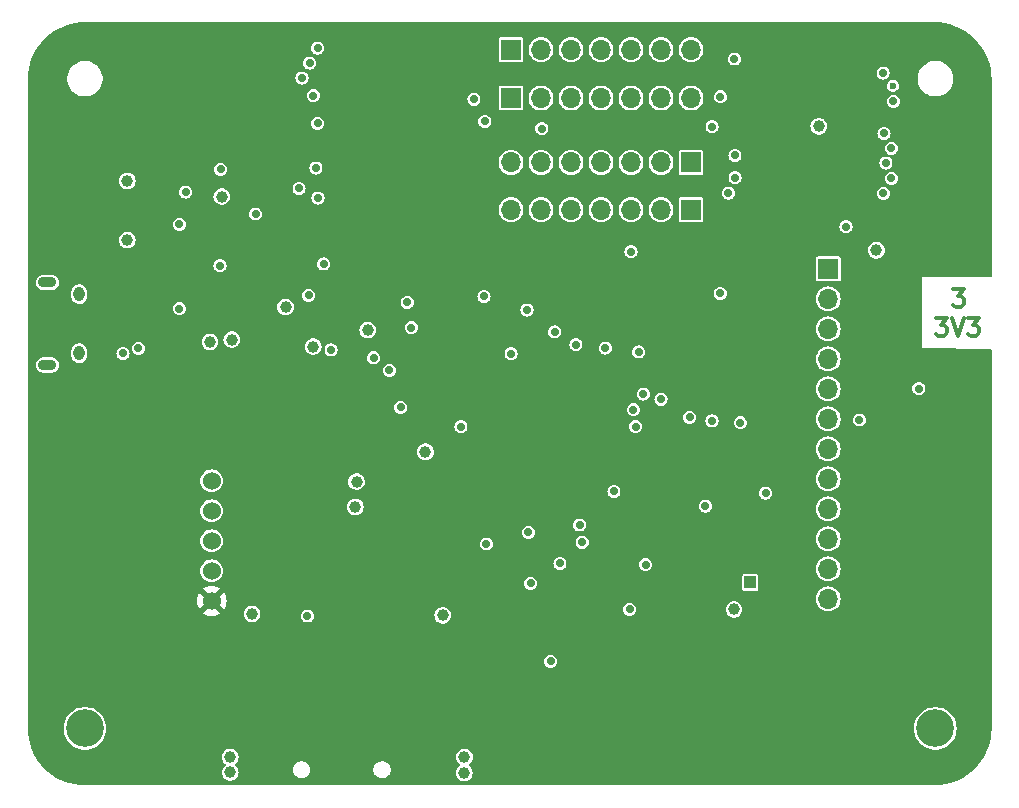
<source format=gbr>
%TF.GenerationSoftware,KiCad,Pcbnew,8.0.5*%
%TF.CreationDate,2024-11-04T18:47:41-08:00*%
%TF.ProjectId,digitalclock,64696769-7461-46c6-936c-6f636b2e6b69,rev?*%
%TF.SameCoordinates,Original*%
%TF.FileFunction,Copper,L3,Inr*%
%TF.FilePolarity,Positive*%
%FSLAX46Y46*%
G04 Gerber Fmt 4.6, Leading zero omitted, Abs format (unit mm)*
G04 Created by KiCad (PCBNEW 8.0.5) date 2024-11-04 18:47:41*
%MOMM*%
%LPD*%
G01*
G04 APERTURE LIST*
%ADD10C,0.300000*%
%TA.AperFunction,NonConductor*%
%ADD11C,0.300000*%
%TD*%
%TA.AperFunction,ComponentPad*%
%ADD12C,1.524000*%
%TD*%
%TA.AperFunction,ComponentPad*%
%ADD13R,1.000000X1.000000*%
%TD*%
%TA.AperFunction,ComponentPad*%
%ADD14C,3.200000*%
%TD*%
%TA.AperFunction,ComponentPad*%
%ADD15R,1.700000X1.700000*%
%TD*%
%TA.AperFunction,ComponentPad*%
%ADD16O,1.700000X1.700000*%
%TD*%
%TA.AperFunction,ComponentPad*%
%ADD17O,1.550000X0.890000*%
%TD*%
%TA.AperFunction,ComponentPad*%
%ADD18O,0.950000X1.250000*%
%TD*%
%TA.AperFunction,ViaPad*%
%ADD19C,0.700000*%
%TD*%
%TA.AperFunction,ViaPad*%
%ADD20C,1.000000*%
%TD*%
%TA.AperFunction,ViaPad*%
%ADD21C,0.600000*%
%TD*%
G04 APERTURE END LIST*
D10*
D11*
X191216453Y-83898828D02*
X192145025Y-83898828D01*
X192145025Y-83898828D02*
X191645025Y-84470257D01*
X191645025Y-84470257D02*
X191859310Y-84470257D01*
X191859310Y-84470257D02*
X192002168Y-84541685D01*
X192002168Y-84541685D02*
X192073596Y-84613114D01*
X192073596Y-84613114D02*
X192145025Y-84755971D01*
X192145025Y-84755971D02*
X192145025Y-85113114D01*
X192145025Y-85113114D02*
X192073596Y-85255971D01*
X192073596Y-85255971D02*
X192002168Y-85327400D01*
X192002168Y-85327400D02*
X191859310Y-85398828D01*
X191859310Y-85398828D02*
X191430739Y-85398828D01*
X191430739Y-85398828D02*
X191287882Y-85327400D01*
X191287882Y-85327400D02*
X191216453Y-85255971D01*
D10*
D11*
X189768653Y-86337228D02*
X190697225Y-86337228D01*
X190697225Y-86337228D02*
X190197225Y-86908657D01*
X190197225Y-86908657D02*
X190411510Y-86908657D01*
X190411510Y-86908657D02*
X190554368Y-86980085D01*
X190554368Y-86980085D02*
X190625796Y-87051514D01*
X190625796Y-87051514D02*
X190697225Y-87194371D01*
X190697225Y-87194371D02*
X190697225Y-87551514D01*
X190697225Y-87551514D02*
X190625796Y-87694371D01*
X190625796Y-87694371D02*
X190554368Y-87765800D01*
X190554368Y-87765800D02*
X190411510Y-87837228D01*
X190411510Y-87837228D02*
X189982939Y-87837228D01*
X189982939Y-87837228D02*
X189840082Y-87765800D01*
X189840082Y-87765800D02*
X189768653Y-87694371D01*
X191125796Y-86337228D02*
X191625796Y-87837228D01*
X191625796Y-87837228D02*
X192125796Y-86337228D01*
X192482938Y-86337228D02*
X193411510Y-86337228D01*
X193411510Y-86337228D02*
X192911510Y-86908657D01*
X192911510Y-86908657D02*
X193125795Y-86908657D01*
X193125795Y-86908657D02*
X193268653Y-86980085D01*
X193268653Y-86980085D02*
X193340081Y-87051514D01*
X193340081Y-87051514D02*
X193411510Y-87194371D01*
X193411510Y-87194371D02*
X193411510Y-87551514D01*
X193411510Y-87551514D02*
X193340081Y-87694371D01*
X193340081Y-87694371D02*
X193268653Y-87765800D01*
X193268653Y-87765800D02*
X193125795Y-87837228D01*
X193125795Y-87837228D02*
X192697224Y-87837228D01*
X192697224Y-87837228D02*
X192554367Y-87765800D01*
X192554367Y-87765800D02*
X192482938Y-87694371D01*
D12*
%TO.N,+3V3*%
%TO.C,J4*%
X128440000Y-110280000D03*
%TO.N,/Light Sensor/3Vo*%
X128440000Y-107740000D03*
%TO.N,GND*%
X128440000Y-105200000D03*
%TO.N,/SCL*%
X128440000Y-102660000D03*
%TO.N,/SDA*%
X128440000Y-100120000D03*
%TD*%
D13*
%TO.N,Net-(R9-Pad2)*%
%TO.C,TP1*%
X174040800Y-108712000D03*
%TD*%
D14*
%TO.N,N/C*%
%TO.C,P$1*%
X117720000Y-121070000D03*
%TD*%
D15*
%TO.N,/Display/RED_1*%
%TO.C,J6*%
X169030000Y-73150000D03*
D16*
%TO.N,/Display/A*%
X166490000Y-73150000D03*
%TO.N,/Display/B*%
X163950000Y-73150000D03*
%TO.N,/Display/GREEN_1*%
X161410000Y-73150000D03*
%TO.N,/Display/BLUE_1*%
X158870000Y-73150000D03*
%TO.N,/Display/C*%
X156330000Y-73150000D03*
%TO.N,/Display/BLUE_2*%
X153790000Y-73150000D03*
%TD*%
D15*
%TO.N,/Display/E*%
%TO.C,J7*%
X153790000Y-67700000D03*
D16*
%TO.N,/Display/D*%
X156330000Y-67700000D03*
%TO.N,/Display/DP*%
X158870000Y-67700000D03*
%TO.N,/Display/RED_4*%
X161410000Y-67700000D03*
%TO.N,/Display/F*%
X163950000Y-67700000D03*
%TO.N,/Display/G*%
X166490000Y-67700000D03*
%TO.N,/Display/GREEN_4*%
X169030000Y-67700000D03*
%TD*%
D15*
%TO.N,VBAT*%
%TO.C,J3*%
X180650000Y-82170000D03*
D16*
%TO.N,/Wi-Fi/3Vo*%
X180650000Y-84710000D03*
%TO.N,GND*%
X180650000Y-87250000D03*
%TO.N,/SCLK*%
X180650000Y-89790000D03*
%TO.N,/MISO*%
X180650000Y-92330000D03*
%TO.N,/MOSI*%
X180650000Y-94870000D03*
%TO.N,/CS1*%
X180650000Y-97410000D03*
%TO.N,/BUSY*%
X180650000Y-99950000D03*
%TO.N,/~{WIFIRST}*%
X180650000Y-102490000D03*
%TO.N,/Wi-Fi/GP0*%
X180650000Y-105030000D03*
%TO.N,/Wi-Fi/RXI*%
X180650000Y-107570000D03*
%TO.N,/Wi-Fi/TXO*%
X180650000Y-110110000D03*
%TD*%
D14*
%TO.N,N/C*%
%TO.C,P$2*%
X189720000Y-121070000D03*
%TD*%
D15*
%TO.N,/Display/RED_3*%
%TO.C,J8*%
X169030000Y-77150000D03*
D16*
%TO.N,/Display/A*%
X166490000Y-77150000D03*
%TO.N,/Display/B*%
X163950000Y-77150000D03*
%TO.N,/Display/GREEN_3*%
X161410000Y-77150000D03*
%TO.N,/Display/BLUE_3*%
X158870000Y-77150000D03*
%TO.N,/Display/C*%
X156330000Y-77150000D03*
%TO.N,/Display/BLUE_4*%
X153790000Y-77150000D03*
%TD*%
D17*
%TO.N,GND*%
%TO.C,X2*%
X114540000Y-83310000D03*
D18*
X117240000Y-84310000D03*
X117240000Y-89310000D03*
D17*
X114540000Y-90310000D03*
%TD*%
D15*
%TO.N,/Display/E*%
%TO.C,J5*%
X153790000Y-63600000D03*
D16*
%TO.N,/Display/D*%
X156330000Y-63600000D03*
%TO.N,/Display/DP*%
X158870000Y-63600000D03*
%TO.N,/Display/RED_2*%
X161410000Y-63600000D03*
%TO.N,/Display/F*%
X163950000Y-63600000D03*
%TO.N,/Display/G*%
X166490000Y-63600000D03*
%TO.N,/Display/GREEN_2*%
X169030000Y-63600000D03*
%TD*%
D19*
%TO.N,GND*%
X132160000Y-77510000D03*
X144450000Y-93900000D03*
X155250000Y-104475000D03*
X157140000Y-115390000D03*
X151500000Y-84500000D03*
D20*
X130030000Y-124800000D03*
X149850000Y-123500000D03*
D19*
X137050000Y-67500000D03*
X126250000Y-75660000D03*
X145000000Y-85000000D03*
X143500000Y-90750000D03*
X125700000Y-78400000D03*
D20*
X149840000Y-124850000D03*
D19*
X145350000Y-87150000D03*
X165180000Y-107220000D03*
X168925000Y-94750000D03*
X157500000Y-87500000D03*
D20*
X172679000Y-111000000D03*
D19*
X125700000Y-85540000D03*
X136550000Y-111550000D03*
X151700000Y-105450000D03*
X129200000Y-73750000D03*
D20*
X137050000Y-88750000D03*
X141650000Y-87350000D03*
D19*
X171500000Y-84250000D03*
X155150000Y-85650000D03*
X129150000Y-81900000D03*
D20*
X131875000Y-111375000D03*
D19*
X137270000Y-73630000D03*
X170250000Y-102250000D03*
D20*
X148000000Y-111500000D03*
D19*
X164991600Y-92764825D03*
X163830000Y-111000000D03*
X162500000Y-101000000D03*
D20*
X134700000Y-85400000D03*
D19*
X185535000Y-73215000D03*
D20*
X130015000Y-123500000D03*
D19*
X164612500Y-89200000D03*
X186166600Y-67982717D03*
D20*
X130150000Y-88150000D03*
D19*
X149550000Y-95525000D03*
D20*
X146550000Y-97650000D03*
D19*
X175350000Y-101150000D03*
D20*
%TO.N,VBAT*%
X179850000Y-70100000D03*
X129300000Y-76050000D03*
D19*
X151575000Y-69675000D03*
X135850000Y-75350000D03*
D20*
X128300000Y-88350000D03*
D19*
X170817081Y-70132919D03*
%TO.N,/~{RST}*%
X161766942Y-88866942D03*
X159280000Y-88580000D03*
X138560000Y-89030000D03*
%TO.N,+3V3*%
X149500000Y-96750000D03*
X159405000Y-108375000D03*
X154114142Y-104948869D03*
X163750000Y-92125000D03*
X177000000Y-94500000D03*
X145862000Y-92634000D03*
D20*
X138750000Y-108650000D03*
X136500000Y-108650000D03*
D19*
X138750000Y-111500000D03*
X155250000Y-113675000D03*
X163750000Y-100250000D03*
X161500000Y-90318750D03*
X159330000Y-110250000D03*
D20*
X130800000Y-85990000D03*
X143350000Y-109350000D03*
D19*
X134600000Y-80950000D03*
D20*
X167690800Y-114089600D03*
D19*
X149450000Y-99100000D03*
X156500000Y-89300000D03*
X175600000Y-102600000D03*
X158980000Y-115300000D03*
X151495000Y-82995000D03*
X165790000Y-89710000D03*
D20*
X133477000Y-108712000D03*
%TO.N,VBUS*%
X121310000Y-74710000D03*
X121300000Y-79740000D03*
D19*
%TO.N,/SWDIO*%
X170810000Y-95040000D03*
%TO.N,/SWCLK*%
X173200000Y-95200000D03*
%TO.N,/MOSI*%
X183280000Y-94950000D03*
X137420000Y-63470000D03*
X137930000Y-81750000D03*
%TO.N,/MISO*%
X188320000Y-92320000D03*
%TO.N,/SDA*%
X159816800Y-105308400D03*
D20*
X140716000Y-100177600D03*
D19*
%TO.N,/SCL*%
X159600000Y-103850000D03*
D20*
X140614400Y-102311200D03*
D19*
%TO.N,/Display/E*%
X172750000Y-72550000D03*
%TO.N,/Display/D*%
X172200000Y-75755000D03*
%TO.N,/Display/DP*%
X172762500Y-74437500D03*
%TO.N,/Display/RED_1*%
X137425000Y-69850000D03*
%TO.N,/Display/C*%
X150650000Y-67800000D03*
X156400000Y-70300000D03*
%TO.N,/Display/BLUE_2*%
X136100000Y-66010000D03*
%TO.N,/Display/BLUE_1*%
X136750000Y-64740000D03*
%TO.N,/Display/GREEN_1*%
X137450000Y-76175000D03*
%TO.N,/Display/A*%
X172695000Y-64390000D03*
%TO.N,/Display/GREEN_4*%
X185300000Y-65595000D03*
%TO.N,/Display/RED_4*%
X186000000Y-71950000D03*
X171525000Y-67600000D03*
%TO.N,/Display/GREEN_3*%
X182150000Y-78600000D03*
%TO.N,/Display/BLUE_3*%
X185325000Y-75775000D03*
%TO.N,/Display/RED_3*%
X185375000Y-70700000D03*
%TO.N,/Display/BLUE_4*%
X163950000Y-80700000D03*
X186000000Y-74500000D03*
%TO.N,/CS*%
X157930000Y-107100000D03*
X155455000Y-108800000D03*
%TO.N,/MCU_OSC/V_DIV*%
X153800000Y-89350000D03*
X142150000Y-89700000D03*
%TO.N,/D+*%
X166490000Y-93200000D03*
X120940000Y-89330000D03*
%TO.N,/D-*%
X122230000Y-88890000D03*
X164149316Y-94099316D03*
D20*
%TO.N,/CS3*%
X184734200Y-80594200D03*
D19*
X164340000Y-95525000D03*
X136650000Y-84400000D03*
D21*
X186131200Y-66675000D03*
%TD*%
%TA.AperFunction,Conductor*%
%TO.N,+3V3*%
G36*
X189683602Y-61285117D02*
G01*
X190093817Y-61303028D01*
X190104554Y-61303968D01*
X190508957Y-61357208D01*
X190519595Y-61359083D01*
X190917825Y-61447369D01*
X190928265Y-61450167D01*
X191317263Y-61572817D01*
X191327424Y-61576515D01*
X191704263Y-61732608D01*
X191714055Y-61737174D01*
X192075865Y-61925520D01*
X192085205Y-61930913D01*
X192370536Y-62112689D01*
X192429209Y-62150068D01*
X192438070Y-62156272D01*
X192761666Y-62404576D01*
X192769953Y-62411530D01*
X193070667Y-62687083D01*
X193078316Y-62694732D01*
X193353869Y-62995446D01*
X193360823Y-63003733D01*
X193609127Y-63327329D01*
X193615331Y-63336190D01*
X193834478Y-63680180D01*
X193839883Y-63689542D01*
X193929982Y-63862620D01*
X194028222Y-64051338D01*
X194032794Y-64061142D01*
X194188883Y-64437973D01*
X194192583Y-64448139D01*
X194315231Y-64837130D01*
X194318031Y-64847578D01*
X194406314Y-65245796D01*
X194408192Y-65256450D01*
X194461429Y-65660826D01*
X194462372Y-65671602D01*
X194480282Y-66081797D01*
X194480400Y-66087206D01*
X194480400Y-82754804D01*
X194460715Y-82821843D01*
X194407911Y-82867598D01*
X194355883Y-82878803D01*
X188595000Y-82854799D01*
X188595000Y-82854800D01*
X188595000Y-88874600D01*
X194357969Y-88947548D01*
X194424754Y-88968079D01*
X194469837Y-89021458D01*
X194480400Y-89071538D01*
X194480400Y-121081793D01*
X194480282Y-121087202D01*
X194462372Y-121497397D01*
X194461429Y-121508173D01*
X194408192Y-121912549D01*
X194406314Y-121923203D01*
X194318031Y-122321421D01*
X194315231Y-122331869D01*
X194192583Y-122720860D01*
X194188883Y-122731026D01*
X194032794Y-123107857D01*
X194028222Y-123117661D01*
X193839887Y-123479451D01*
X193834478Y-123488819D01*
X193615331Y-123832809D01*
X193609127Y-123841670D01*
X193360823Y-124165266D01*
X193353869Y-124173553D01*
X193078316Y-124474267D01*
X193070667Y-124481916D01*
X192769953Y-124757469D01*
X192761666Y-124764423D01*
X192438070Y-125012727D01*
X192429209Y-125018931D01*
X192085219Y-125238078D01*
X192075851Y-125243487D01*
X191714061Y-125431822D01*
X191704257Y-125436394D01*
X191327426Y-125592483D01*
X191317260Y-125596183D01*
X190928269Y-125718831D01*
X190917821Y-125721631D01*
X190519603Y-125809914D01*
X190508949Y-125811792D01*
X190104573Y-125865029D01*
X190093797Y-125865972D01*
X189683603Y-125883882D01*
X189678194Y-125884000D01*
X117683606Y-125884000D01*
X117678197Y-125883882D01*
X117268002Y-125865972D01*
X117257226Y-125865029D01*
X116852850Y-125811792D01*
X116842196Y-125809914D01*
X116443978Y-125721631D01*
X116433530Y-125718831D01*
X116044539Y-125596183D01*
X116034373Y-125592483D01*
X115657542Y-125436394D01*
X115647738Y-125431822D01*
X115528026Y-125369504D01*
X115285942Y-125243483D01*
X115276586Y-125238082D01*
X115103683Y-125127930D01*
X114932590Y-125018931D01*
X114923729Y-125012727D01*
X114600133Y-124764423D01*
X114591846Y-124757469D01*
X114291132Y-124481916D01*
X114283483Y-124474267D01*
X114007930Y-124173553D01*
X114000976Y-124165266D01*
X113752672Y-123841670D01*
X113746468Y-123832809D01*
X113692970Y-123748834D01*
X113534445Y-123500000D01*
X129309355Y-123500000D01*
X129329859Y-123668869D01*
X129329860Y-123668874D01*
X129390182Y-123827931D01*
X129427767Y-123882381D01*
X129486817Y-123967929D01*
X129595067Y-124063829D01*
X129632193Y-124123018D01*
X129631425Y-124192883D01*
X129595066Y-124249459D01*
X129501818Y-124332069D01*
X129405182Y-124472068D01*
X129344860Y-124631125D01*
X129344859Y-124631130D01*
X129324355Y-124800000D01*
X129344859Y-124968869D01*
X129344860Y-124968874D01*
X129405182Y-125127931D01*
X129439695Y-125177931D01*
X129501817Y-125267929D01*
X129558256Y-125317929D01*
X129629150Y-125380736D01*
X129735198Y-125436394D01*
X129779775Y-125459790D01*
X129944944Y-125500500D01*
X130115056Y-125500500D01*
X130280225Y-125459790D01*
X130359692Y-125418081D01*
X130430849Y-125380736D01*
X130430850Y-125380734D01*
X130430852Y-125380734D01*
X130558183Y-125267929D01*
X130654818Y-125127930D01*
X130715140Y-124968872D01*
X130735645Y-124800000D01*
X130717608Y-124651457D01*
X135344499Y-124651457D01*
X135372379Y-124791614D01*
X135372381Y-124791620D01*
X135427069Y-124923650D01*
X135427074Y-124923659D01*
X135506467Y-125042478D01*
X135506470Y-125042482D01*
X135607517Y-125143529D01*
X135607521Y-125143532D01*
X135726340Y-125222925D01*
X135726346Y-125222928D01*
X135726347Y-125222929D01*
X135858380Y-125277619D01*
X135858384Y-125277619D01*
X135858385Y-125277620D01*
X135998542Y-125305500D01*
X135998545Y-125305500D01*
X136141457Y-125305500D01*
X136235751Y-125286742D01*
X136281620Y-125277619D01*
X136413653Y-125222929D01*
X136532479Y-125143532D01*
X136633532Y-125042479D01*
X136712929Y-124923653D01*
X136767619Y-124791620D01*
X136795500Y-124651457D01*
X142144499Y-124651457D01*
X142172379Y-124791614D01*
X142172381Y-124791620D01*
X142227069Y-124923650D01*
X142227074Y-124923659D01*
X142306467Y-125042478D01*
X142306470Y-125042482D01*
X142407517Y-125143529D01*
X142407521Y-125143532D01*
X142526340Y-125222925D01*
X142526346Y-125222928D01*
X142526347Y-125222929D01*
X142658380Y-125277619D01*
X142658384Y-125277619D01*
X142658385Y-125277620D01*
X142798542Y-125305500D01*
X142798545Y-125305500D01*
X142941457Y-125305500D01*
X143035751Y-125286742D01*
X143081620Y-125277619D01*
X143213653Y-125222929D01*
X143332479Y-125143532D01*
X143433532Y-125042479D01*
X143512929Y-124923653D01*
X143543437Y-124850000D01*
X149134355Y-124850000D01*
X149154859Y-125018869D01*
X149154860Y-125018874D01*
X149215182Y-125177931D01*
X149246243Y-125222930D01*
X149311817Y-125317929D01*
X149382712Y-125380736D01*
X149439150Y-125430736D01*
X149589773Y-125509789D01*
X149589775Y-125509790D01*
X149754944Y-125550500D01*
X149925056Y-125550500D01*
X150090225Y-125509790D01*
X150185493Y-125459789D01*
X150240849Y-125430736D01*
X150240850Y-125430734D01*
X150240852Y-125430734D01*
X150368183Y-125317929D01*
X150464818Y-125177930D01*
X150525140Y-125018872D01*
X150545645Y-124850000D01*
X150525140Y-124681128D01*
X150506178Y-124631130D01*
X150464817Y-124522068D01*
X150430304Y-124472068D01*
X150368183Y-124382071D01*
X150244085Y-124272130D01*
X150206960Y-124212943D01*
X150207728Y-124143078D01*
X150245384Y-124085872D01*
X150245238Y-124085707D01*
X150245852Y-124085162D01*
X150246145Y-124084718D01*
X150247686Y-124083537D01*
X150250846Y-124080736D01*
X150250852Y-124080734D01*
X150378183Y-123967929D01*
X150474818Y-123827930D01*
X150535140Y-123668872D01*
X150555645Y-123500000D01*
X150535140Y-123331128D01*
X150474818Y-123172070D01*
X150378183Y-123032071D01*
X150250852Y-122919266D01*
X150250849Y-122919263D01*
X150100226Y-122840210D01*
X149935056Y-122799500D01*
X149764944Y-122799500D01*
X149599773Y-122840210D01*
X149449150Y-122919263D01*
X149321816Y-123032072D01*
X149225182Y-123172068D01*
X149164860Y-123331125D01*
X149164859Y-123331130D01*
X149144355Y-123500000D01*
X149164859Y-123668869D01*
X149164860Y-123668874D01*
X149225182Y-123827931D01*
X149262767Y-123882381D01*
X149321817Y-123967929D01*
X149445913Y-124077868D01*
X149483039Y-124137056D01*
X149482271Y-124206921D01*
X149444614Y-124264126D01*
X149444762Y-124264293D01*
X149444143Y-124264840D01*
X149443854Y-124265281D01*
X149442317Y-124266458D01*
X149311816Y-124382072D01*
X149215182Y-124522068D01*
X149154860Y-124681125D01*
X149154859Y-124681130D01*
X149134355Y-124850000D01*
X143543437Y-124850000D01*
X143567619Y-124791620D01*
X143595500Y-124651455D01*
X143595500Y-124508545D01*
X143595500Y-124508542D01*
X143567620Y-124368385D01*
X143567619Y-124368384D01*
X143567619Y-124368380D01*
X143512929Y-124236347D01*
X143512928Y-124236346D01*
X143512925Y-124236340D01*
X143433532Y-124117521D01*
X143433529Y-124117517D01*
X143332482Y-124016470D01*
X143332478Y-124016467D01*
X143213659Y-123937074D01*
X143213650Y-123937069D01*
X143081620Y-123882381D01*
X143081614Y-123882379D01*
X142941457Y-123854500D01*
X142941455Y-123854500D01*
X142798545Y-123854500D01*
X142798543Y-123854500D01*
X142658385Y-123882379D01*
X142658379Y-123882381D01*
X142526349Y-123937069D01*
X142526340Y-123937074D01*
X142407521Y-124016467D01*
X142407517Y-124016470D01*
X142306470Y-124117517D01*
X142306467Y-124117521D01*
X142227074Y-124236340D01*
X142227069Y-124236349D01*
X142172381Y-124368379D01*
X142172379Y-124368385D01*
X142144500Y-124508542D01*
X142144500Y-124508545D01*
X142144500Y-124651455D01*
X142144500Y-124651457D01*
X142144499Y-124651457D01*
X136795500Y-124651457D01*
X136795500Y-124651455D01*
X136795500Y-124508545D01*
X136795500Y-124508542D01*
X136767620Y-124368385D01*
X136767619Y-124368384D01*
X136767619Y-124368380D01*
X136712929Y-124236347D01*
X136712928Y-124236346D01*
X136712925Y-124236340D01*
X136633532Y-124117521D01*
X136633529Y-124117517D01*
X136532482Y-124016470D01*
X136532478Y-124016467D01*
X136413659Y-123937074D01*
X136413650Y-123937069D01*
X136281620Y-123882381D01*
X136281614Y-123882379D01*
X136141457Y-123854500D01*
X136141455Y-123854500D01*
X135998545Y-123854500D01*
X135998543Y-123854500D01*
X135858385Y-123882379D01*
X135858379Y-123882381D01*
X135726349Y-123937069D01*
X135726340Y-123937074D01*
X135607521Y-124016467D01*
X135607517Y-124016470D01*
X135506470Y-124117517D01*
X135506467Y-124117521D01*
X135427074Y-124236340D01*
X135427069Y-124236349D01*
X135372381Y-124368379D01*
X135372379Y-124368385D01*
X135344500Y-124508542D01*
X135344500Y-124508545D01*
X135344500Y-124651455D01*
X135344500Y-124651457D01*
X135344499Y-124651457D01*
X130717608Y-124651457D01*
X130715140Y-124631128D01*
X130654818Y-124472070D01*
X130558183Y-124332071D01*
X130449931Y-124236169D01*
X130412806Y-124176981D01*
X130413574Y-124107116D01*
X130449932Y-124050541D01*
X130543183Y-123967929D01*
X130639818Y-123827930D01*
X130700140Y-123668872D01*
X130720645Y-123500000D01*
X130700140Y-123331128D01*
X130639818Y-123172070D01*
X130543183Y-123032071D01*
X130415852Y-122919266D01*
X130415849Y-122919263D01*
X130265226Y-122840210D01*
X130100056Y-122799500D01*
X129929944Y-122799500D01*
X129764773Y-122840210D01*
X129614150Y-122919263D01*
X129486816Y-123032072D01*
X129390182Y-123172068D01*
X129329860Y-123331125D01*
X129329859Y-123331130D01*
X129309355Y-123500000D01*
X113534445Y-123500000D01*
X113527313Y-123488805D01*
X113521920Y-123479465D01*
X113333574Y-123117655D01*
X113329005Y-123107857D01*
X113297613Y-123032071D01*
X113172915Y-122731024D01*
X113169216Y-122720860D01*
X113141720Y-122633655D01*
X113046567Y-122331865D01*
X113043768Y-122321421D01*
X112955483Y-121923195D01*
X112953607Y-121912549D01*
X112945820Y-121853398D01*
X112900368Y-121508154D01*
X112899428Y-121497417D01*
X112881518Y-121087202D01*
X112881400Y-121081793D01*
X112881400Y-121069995D01*
X115914451Y-121069995D01*
X115914451Y-121070004D01*
X115934616Y-121339101D01*
X115973206Y-121508173D01*
X115994666Y-121602195D01*
X116093257Y-121853398D01*
X116228185Y-122087102D01*
X116364080Y-122257509D01*
X116396442Y-122298089D01*
X116583183Y-122471358D01*
X116594259Y-122481635D01*
X116817226Y-122633651D01*
X117060359Y-122750738D01*
X117318228Y-122830280D01*
X117318229Y-122830280D01*
X117318232Y-122830281D01*
X117585063Y-122870499D01*
X117585068Y-122870499D01*
X117585071Y-122870500D01*
X117585072Y-122870500D01*
X117854928Y-122870500D01*
X117854929Y-122870500D01*
X117854936Y-122870499D01*
X118121767Y-122830281D01*
X118121768Y-122830280D01*
X118121772Y-122830280D01*
X118379641Y-122750738D01*
X118622775Y-122633651D01*
X118845741Y-122481635D01*
X118999259Y-122339190D01*
X119043557Y-122298089D01*
X119043557Y-122298087D01*
X119043561Y-122298085D01*
X119211815Y-122087102D01*
X119346743Y-121853398D01*
X119445334Y-121602195D01*
X119505383Y-121339103D01*
X119524260Y-121087202D01*
X119525549Y-121070004D01*
X119525549Y-121069995D01*
X187914451Y-121069995D01*
X187914451Y-121070004D01*
X187934616Y-121339101D01*
X187973206Y-121508173D01*
X187994666Y-121602195D01*
X188093257Y-121853398D01*
X188228185Y-122087102D01*
X188364080Y-122257509D01*
X188396442Y-122298089D01*
X188583183Y-122471358D01*
X188594259Y-122481635D01*
X188817226Y-122633651D01*
X189060359Y-122750738D01*
X189318228Y-122830280D01*
X189318229Y-122830280D01*
X189318232Y-122830281D01*
X189585063Y-122870499D01*
X189585068Y-122870499D01*
X189585071Y-122870500D01*
X189585072Y-122870500D01*
X189854928Y-122870500D01*
X189854929Y-122870500D01*
X189854936Y-122870499D01*
X190121767Y-122830281D01*
X190121768Y-122830280D01*
X190121772Y-122830280D01*
X190379641Y-122750738D01*
X190622775Y-122633651D01*
X190845741Y-122481635D01*
X190999259Y-122339190D01*
X191043557Y-122298089D01*
X191043557Y-122298087D01*
X191043561Y-122298085D01*
X191211815Y-122087102D01*
X191346743Y-121853398D01*
X191445334Y-121602195D01*
X191505383Y-121339103D01*
X191524260Y-121087202D01*
X191525549Y-121070004D01*
X191525549Y-121069995D01*
X191505383Y-120800898D01*
X191445335Y-120537811D01*
X191445334Y-120537805D01*
X191346743Y-120286602D01*
X191211815Y-120052898D01*
X191043561Y-119841915D01*
X191043560Y-119841914D01*
X191043557Y-119841910D01*
X190845741Y-119658365D01*
X190622775Y-119506349D01*
X190622769Y-119506346D01*
X190622768Y-119506345D01*
X190622767Y-119506344D01*
X190379643Y-119389263D01*
X190379645Y-119389263D01*
X190121773Y-119309720D01*
X190121767Y-119309718D01*
X189854936Y-119269500D01*
X189854929Y-119269500D01*
X189585071Y-119269500D01*
X189585063Y-119269500D01*
X189318232Y-119309718D01*
X189318226Y-119309720D01*
X189060358Y-119389262D01*
X188817230Y-119506346D01*
X188594258Y-119658365D01*
X188396442Y-119841910D01*
X188228185Y-120052898D01*
X188093258Y-120286599D01*
X188093256Y-120286603D01*
X187994666Y-120537804D01*
X187994664Y-120537811D01*
X187934616Y-120800898D01*
X187914451Y-121069995D01*
X119525549Y-121069995D01*
X119505383Y-120800898D01*
X119445335Y-120537811D01*
X119445334Y-120537805D01*
X119346743Y-120286602D01*
X119211815Y-120052898D01*
X119043561Y-119841915D01*
X119043560Y-119841914D01*
X119043557Y-119841910D01*
X118845741Y-119658365D01*
X118622775Y-119506349D01*
X118622769Y-119506346D01*
X118622768Y-119506345D01*
X118622767Y-119506344D01*
X118379643Y-119389263D01*
X118379645Y-119389263D01*
X118121773Y-119309720D01*
X118121767Y-119309718D01*
X117854936Y-119269500D01*
X117854929Y-119269500D01*
X117585071Y-119269500D01*
X117585063Y-119269500D01*
X117318232Y-119309718D01*
X117318226Y-119309720D01*
X117060358Y-119389262D01*
X116817230Y-119506346D01*
X116594258Y-119658365D01*
X116396442Y-119841910D01*
X116228185Y-120052898D01*
X116093258Y-120286599D01*
X116093256Y-120286603D01*
X115994666Y-120537804D01*
X115994664Y-120537811D01*
X115934616Y-120800898D01*
X115914451Y-121069995D01*
X112881400Y-121069995D01*
X112881400Y-115389999D01*
X156584750Y-115389999D01*
X156584750Y-115390000D01*
X156603670Y-115533708D01*
X156603671Y-115533712D01*
X156659137Y-115667622D01*
X156659138Y-115667624D01*
X156659139Y-115667625D01*
X156747379Y-115782621D01*
X156862375Y-115870861D01*
X156996291Y-115926330D01*
X157123280Y-115943048D01*
X157139999Y-115945250D01*
X157140000Y-115945250D01*
X157140001Y-115945250D01*
X157154977Y-115943278D01*
X157283709Y-115926330D01*
X157417625Y-115870861D01*
X157532621Y-115782621D01*
X157620861Y-115667625D01*
X157676330Y-115533709D01*
X157695250Y-115390000D01*
X157676330Y-115246291D01*
X157620861Y-115112375D01*
X157532621Y-114997379D01*
X157417625Y-114909139D01*
X157417624Y-114909138D01*
X157417622Y-114909137D01*
X157283712Y-114853671D01*
X157283710Y-114853670D01*
X157283709Y-114853670D01*
X157211854Y-114844210D01*
X157140001Y-114834750D01*
X157139999Y-114834750D01*
X156996291Y-114853670D01*
X156996287Y-114853671D01*
X156862377Y-114909137D01*
X156747379Y-114997379D01*
X156659137Y-115112377D01*
X156603671Y-115246287D01*
X156603670Y-115246291D01*
X156584750Y-115389999D01*
X112881400Y-115389999D01*
X112881400Y-110279999D01*
X127173179Y-110279999D01*
X127173179Y-110280000D01*
X127192424Y-110499976D01*
X127192426Y-110499986D01*
X127249575Y-110713270D01*
X127249580Y-110713284D01*
X127342898Y-110913405D01*
X127342901Y-110913411D01*
X127388258Y-110978187D01*
X127388259Y-110978188D01*
X127950504Y-110415942D01*
X127966619Y-110476081D01*
X128033498Y-110591920D01*
X128128080Y-110686502D01*
X128243919Y-110753381D01*
X128304057Y-110769494D01*
X127741810Y-111331740D01*
X127806590Y-111377099D01*
X127806592Y-111377100D01*
X128006715Y-111470419D01*
X128006729Y-111470424D01*
X128220013Y-111527573D01*
X128220023Y-111527575D01*
X128439999Y-111546821D01*
X128440001Y-111546821D01*
X128659976Y-111527575D01*
X128659986Y-111527573D01*
X128873270Y-111470424D01*
X128873284Y-111470419D01*
X129073407Y-111377100D01*
X129073417Y-111377094D01*
X129076408Y-111375000D01*
X131169355Y-111375000D01*
X131189859Y-111543869D01*
X131189860Y-111543874D01*
X131250182Y-111702931D01*
X131312475Y-111793177D01*
X131346817Y-111842929D01*
X131452505Y-111936560D01*
X131474150Y-111955736D01*
X131617289Y-112030861D01*
X131624775Y-112034790D01*
X131789944Y-112075500D01*
X131960056Y-112075500D01*
X132125225Y-112034790D01*
X132252617Y-111967929D01*
X132275849Y-111955736D01*
X132275850Y-111955734D01*
X132275852Y-111955734D01*
X132403183Y-111842929D01*
X132499818Y-111702930D01*
X132557816Y-111549999D01*
X135994750Y-111549999D01*
X135994750Y-111550000D01*
X136013670Y-111693708D01*
X136013671Y-111693712D01*
X136069137Y-111827622D01*
X136069138Y-111827624D01*
X136069139Y-111827625D01*
X136157379Y-111942621D01*
X136272375Y-112030861D01*
X136272376Y-112030861D01*
X136272377Y-112030862D01*
X136317013Y-112049350D01*
X136406291Y-112086330D01*
X136533280Y-112103048D01*
X136549999Y-112105250D01*
X136550000Y-112105250D01*
X136550001Y-112105250D01*
X136564977Y-112103278D01*
X136693709Y-112086330D01*
X136827625Y-112030861D01*
X136942621Y-111942621D01*
X137030861Y-111827625D01*
X137086330Y-111693709D01*
X137105250Y-111550000D01*
X137104831Y-111546821D01*
X137098667Y-111500000D01*
X147294355Y-111500000D01*
X147314859Y-111668869D01*
X147314860Y-111668874D01*
X147375182Y-111827931D01*
X147385535Y-111842929D01*
X147471817Y-111967929D01*
X147542853Y-112030861D01*
X147599150Y-112080736D01*
X147749773Y-112159789D01*
X147749775Y-112159790D01*
X147914944Y-112200500D01*
X148085056Y-112200500D01*
X148250225Y-112159790D01*
X148354141Y-112105250D01*
X148400849Y-112080736D01*
X148400850Y-112080734D01*
X148400852Y-112080734D01*
X148528183Y-111967929D01*
X148624818Y-111827930D01*
X148685140Y-111668872D01*
X148705645Y-111500000D01*
X148685140Y-111331128D01*
X148624818Y-111172070D01*
X148622608Y-111168869D01*
X148590476Y-111122318D01*
X148528183Y-111032071D01*
X148491982Y-111000000D01*
X163274750Y-111000000D01*
X163283852Y-111069139D01*
X163293670Y-111143708D01*
X163293671Y-111143712D01*
X163349137Y-111277622D01*
X163349138Y-111277624D01*
X163349139Y-111277625D01*
X163437379Y-111392621D01*
X163552375Y-111480861D01*
X163686291Y-111536330D01*
X163813280Y-111553048D01*
X163829999Y-111555250D01*
X163830000Y-111555250D01*
X163830001Y-111555250D01*
X163844977Y-111553278D01*
X163973709Y-111536330D01*
X164107625Y-111480861D01*
X164222621Y-111392621D01*
X164310861Y-111277625D01*
X164366330Y-111143709D01*
X164385250Y-111000000D01*
X171973355Y-111000000D01*
X171993859Y-111168869D01*
X171993860Y-111168874D01*
X172054182Y-111327931D01*
X172098835Y-111392621D01*
X172150817Y-111467929D01*
X172249382Y-111555250D01*
X172278150Y-111580736D01*
X172428773Y-111659789D01*
X172428775Y-111659790D01*
X172593944Y-111700500D01*
X172764056Y-111700500D01*
X172929225Y-111659790D01*
X173008692Y-111618081D01*
X173079849Y-111580736D01*
X173079850Y-111580734D01*
X173079852Y-111580734D01*
X173207183Y-111467929D01*
X173303818Y-111327930D01*
X173364140Y-111168872D01*
X173384645Y-111000000D01*
X173364140Y-110831128D01*
X173303818Y-110672070D01*
X173277231Y-110633553D01*
X173248494Y-110591920D01*
X173207183Y-110532071D01*
X173079852Y-110419266D01*
X173079849Y-110419263D01*
X172929226Y-110340210D01*
X172764056Y-110299500D01*
X172593944Y-110299500D01*
X172428773Y-110340210D01*
X172278150Y-110419263D01*
X172150816Y-110532072D01*
X172054182Y-110672068D01*
X171993860Y-110831125D01*
X171993859Y-110831130D01*
X171973355Y-111000000D01*
X164385250Y-111000000D01*
X164366330Y-110856291D01*
X164310861Y-110722375D01*
X164222621Y-110607379D01*
X164107625Y-110519139D01*
X164107624Y-110519138D01*
X164107622Y-110519137D01*
X163973712Y-110463671D01*
X163973710Y-110463670D01*
X163973709Y-110463670D01*
X163901854Y-110454210D01*
X163830001Y-110444750D01*
X163829999Y-110444750D01*
X163686291Y-110463670D01*
X163686287Y-110463671D01*
X163552377Y-110519137D01*
X163437379Y-110607379D01*
X163349137Y-110722377D01*
X163293671Y-110856287D01*
X163293670Y-110856291D01*
X163274750Y-111000000D01*
X148491982Y-111000000D01*
X148400852Y-110919266D01*
X148400849Y-110919263D01*
X148250226Y-110840210D01*
X148085056Y-110799500D01*
X147914944Y-110799500D01*
X147749773Y-110840210D01*
X147599150Y-110919263D01*
X147471816Y-111032072D01*
X147375182Y-111172068D01*
X147314860Y-111331125D01*
X147314859Y-111331130D01*
X147294355Y-111500000D01*
X137098667Y-111500000D01*
X137086330Y-111406291D01*
X137030861Y-111272375D01*
X136942621Y-111157379D01*
X136827625Y-111069139D01*
X136827624Y-111069138D01*
X136827622Y-111069137D01*
X136693712Y-111013671D01*
X136693710Y-111013670D01*
X136693709Y-111013670D01*
X136589877Y-111000000D01*
X136550001Y-110994750D01*
X136549999Y-110994750D01*
X136406291Y-111013670D01*
X136406287Y-111013671D01*
X136272377Y-111069137D01*
X136157379Y-111157379D01*
X136069137Y-111272377D01*
X136013671Y-111406287D01*
X136013670Y-111406291D01*
X135994750Y-111549999D01*
X132557816Y-111549999D01*
X132560140Y-111543872D01*
X132580645Y-111375000D01*
X132560140Y-111206128D01*
X132544763Y-111165583D01*
X132536468Y-111143709D01*
X132499818Y-111047070D01*
X132476763Y-111013670D01*
X132452271Y-110978187D01*
X132403183Y-110907071D01*
X132275852Y-110794266D01*
X132275849Y-110794263D01*
X132125226Y-110715210D01*
X131960056Y-110674500D01*
X131789944Y-110674500D01*
X131624773Y-110715210D01*
X131474150Y-110794263D01*
X131346816Y-110907072D01*
X131250182Y-111047068D01*
X131189860Y-111206125D01*
X131189859Y-111206130D01*
X131169355Y-111375000D01*
X129076408Y-111375000D01*
X129138188Y-111331741D01*
X128575942Y-110769494D01*
X128636081Y-110753381D01*
X128751920Y-110686502D01*
X128846502Y-110591920D01*
X128913381Y-110476081D01*
X128929495Y-110415942D01*
X129491741Y-110978188D01*
X129537094Y-110913417D01*
X129537100Y-110913407D01*
X129630419Y-110713284D01*
X129630424Y-110713270D01*
X129687573Y-110499986D01*
X129687575Y-110499976D01*
X129706821Y-110280000D01*
X129706821Y-110279999D01*
X129691948Y-110110000D01*
X179594417Y-110110000D01*
X179614699Y-110315932D01*
X179614700Y-110315934D01*
X179674768Y-110513954D01*
X179772315Y-110696450D01*
X179772317Y-110696452D01*
X179903589Y-110856410D01*
X179980177Y-110919263D01*
X180063550Y-110987685D01*
X180246046Y-111085232D01*
X180444066Y-111145300D01*
X180444065Y-111145300D01*
X180462529Y-111147118D01*
X180650000Y-111165583D01*
X180855934Y-111145300D01*
X181053954Y-111085232D01*
X181236450Y-110987685D01*
X181396410Y-110856410D01*
X181527685Y-110696450D01*
X181625232Y-110513954D01*
X181685300Y-110315934D01*
X181705583Y-110110000D01*
X181685300Y-109904066D01*
X181625232Y-109706046D01*
X181527685Y-109523550D01*
X181475702Y-109460209D01*
X181396410Y-109363589D01*
X181236452Y-109232317D01*
X181236453Y-109232317D01*
X181236450Y-109232315D01*
X181053954Y-109134768D01*
X180855934Y-109074700D01*
X180855932Y-109074699D01*
X180855934Y-109074699D01*
X180650000Y-109054417D01*
X180444067Y-109074699D01*
X180246043Y-109134769D01*
X180156002Y-109182898D01*
X180063550Y-109232315D01*
X180063548Y-109232316D01*
X180063547Y-109232317D01*
X179903589Y-109363589D01*
X179772317Y-109523547D01*
X179674769Y-109706043D01*
X179614699Y-109904067D01*
X179594417Y-110110000D01*
X129691948Y-110110000D01*
X129687575Y-110060023D01*
X129687573Y-110060013D01*
X129630424Y-109846729D01*
X129630420Y-109846720D01*
X129537096Y-109646586D01*
X129491741Y-109581811D01*
X129491740Y-109581810D01*
X128929494Y-110144056D01*
X128913381Y-110083919D01*
X128846502Y-109968080D01*
X128751920Y-109873498D01*
X128636081Y-109806619D01*
X128575942Y-109790505D01*
X129138188Y-109228259D01*
X129138187Y-109228258D01*
X129073411Y-109182901D01*
X129073405Y-109182898D01*
X128873284Y-109089580D01*
X128873270Y-109089575D01*
X128659986Y-109032426D01*
X128659976Y-109032424D01*
X128440001Y-109013179D01*
X128439999Y-109013179D01*
X128220023Y-109032424D01*
X128220013Y-109032426D01*
X128006729Y-109089575D01*
X128006720Y-109089579D01*
X127806590Y-109182901D01*
X127741811Y-109228258D01*
X128304057Y-109790504D01*
X128243919Y-109806619D01*
X128128080Y-109873498D01*
X128033498Y-109968080D01*
X127966619Y-110083919D01*
X127950504Y-110144057D01*
X127388258Y-109581811D01*
X127342901Y-109646590D01*
X127249579Y-109846720D01*
X127249575Y-109846729D01*
X127192426Y-110060013D01*
X127192424Y-110060023D01*
X127173179Y-110279999D01*
X112881400Y-110279999D01*
X112881400Y-108799999D01*
X154899750Y-108799999D01*
X154899750Y-108800000D01*
X154918670Y-108943708D01*
X154918671Y-108943712D01*
X154974137Y-109077622D01*
X154974138Y-109077624D01*
X154974139Y-109077625D01*
X155062379Y-109192621D01*
X155177375Y-109280861D01*
X155177376Y-109280861D01*
X155177377Y-109280862D01*
X155222013Y-109299350D01*
X155311291Y-109336330D01*
X155438280Y-109353048D01*
X155454999Y-109355250D01*
X155455000Y-109355250D01*
X155455001Y-109355250D01*
X155469977Y-109353278D01*
X155598709Y-109336330D01*
X155732625Y-109280861D01*
X155847621Y-109192621D01*
X155935861Y-109077625D01*
X155991330Y-108943709D01*
X156010250Y-108800000D01*
X155991330Y-108656291D01*
X155935861Y-108522375D01*
X155847621Y-108407379D01*
X155732625Y-108319139D01*
X155732624Y-108319138D01*
X155732622Y-108319137D01*
X155598712Y-108263671D01*
X155598710Y-108263670D01*
X155598709Y-108263670D01*
X155526854Y-108254210D01*
X155455001Y-108244750D01*
X155454999Y-108244750D01*
X155311291Y-108263670D01*
X155311287Y-108263671D01*
X155177377Y-108319137D01*
X155062379Y-108407379D01*
X154974137Y-108522377D01*
X154918671Y-108656287D01*
X154918670Y-108656291D01*
X154899750Y-108799999D01*
X112881400Y-108799999D01*
X112881400Y-107740000D01*
X127472843Y-107740000D01*
X127491426Y-107928681D01*
X127491427Y-107928683D01*
X127546463Y-108110115D01*
X127546464Y-108110118D01*
X127546465Y-108110119D01*
X127546466Y-108110122D01*
X127635834Y-108277318D01*
X127635838Y-108277325D01*
X127756116Y-108423883D01*
X127902674Y-108544161D01*
X127902681Y-108544165D01*
X128069877Y-108633533D01*
X128069878Y-108633533D01*
X128069885Y-108633537D01*
X128251317Y-108688573D01*
X128251316Y-108688573D01*
X128268233Y-108690239D01*
X128440000Y-108707157D01*
X128628683Y-108688573D01*
X128810115Y-108633537D01*
X128977324Y-108544162D01*
X129123883Y-108423883D01*
X129244162Y-108277324D01*
X129289637Y-108192247D01*
X173340300Y-108192247D01*
X173340300Y-109231752D01*
X173351931Y-109290229D01*
X173351932Y-109290230D01*
X173396247Y-109356552D01*
X173462569Y-109400867D01*
X173462570Y-109400868D01*
X173521047Y-109412499D01*
X173521050Y-109412500D01*
X173521052Y-109412500D01*
X174560550Y-109412500D01*
X174560551Y-109412499D01*
X174575368Y-109409552D01*
X174619029Y-109400868D01*
X174619029Y-109400867D01*
X174619031Y-109400867D01*
X174685352Y-109356552D01*
X174729667Y-109290231D01*
X174729667Y-109290229D01*
X174729668Y-109290229D01*
X174741299Y-109231752D01*
X174741300Y-109231750D01*
X174741300Y-108192249D01*
X174741299Y-108192247D01*
X174729668Y-108133770D01*
X174729667Y-108133769D01*
X174685352Y-108067447D01*
X174619030Y-108023132D01*
X174619029Y-108023131D01*
X174560552Y-108011500D01*
X174560548Y-108011500D01*
X173521052Y-108011500D01*
X173521047Y-108011500D01*
X173462570Y-108023131D01*
X173462569Y-108023132D01*
X173396247Y-108067447D01*
X173351932Y-108133769D01*
X173351931Y-108133770D01*
X173340300Y-108192247D01*
X129289637Y-108192247D01*
X129333537Y-108110115D01*
X129388573Y-107928683D01*
X129407157Y-107740000D01*
X129388573Y-107551317D01*
X129333537Y-107369885D01*
X129330427Y-107364066D01*
X129244165Y-107202681D01*
X129244161Y-107202674D01*
X129159898Y-107100000D01*
X157374750Y-107100000D01*
X157390548Y-107219999D01*
X157393670Y-107243708D01*
X157393671Y-107243712D01*
X157449137Y-107377622D01*
X157449138Y-107377624D01*
X157449139Y-107377625D01*
X157537379Y-107492621D01*
X157652375Y-107580861D01*
X157786291Y-107636330D01*
X157913280Y-107653048D01*
X157929999Y-107655250D01*
X157930000Y-107655250D01*
X157930001Y-107655250D01*
X157944977Y-107653278D01*
X158073709Y-107636330D01*
X158207625Y-107580861D01*
X158322621Y-107492621D01*
X158410861Y-107377625D01*
X158466330Y-107243709D01*
X158469452Y-107219999D01*
X164624750Y-107219999D01*
X164624750Y-107220000D01*
X164643670Y-107363708D01*
X164643671Y-107363712D01*
X164699137Y-107497622D01*
X164699138Y-107497624D01*
X164699139Y-107497625D01*
X164787379Y-107612621D01*
X164902375Y-107700861D01*
X165036291Y-107756330D01*
X165163280Y-107773048D01*
X165179999Y-107775250D01*
X165180000Y-107775250D01*
X165180001Y-107775250D01*
X165194977Y-107773278D01*
X165323709Y-107756330D01*
X165457625Y-107700861D01*
X165572621Y-107612621D01*
X165605325Y-107570000D01*
X179594417Y-107570000D01*
X179614699Y-107775932D01*
X179614700Y-107775934D01*
X179674768Y-107973954D01*
X179772315Y-108156450D01*
X179772317Y-108156452D01*
X179903589Y-108316410D01*
X180000209Y-108395702D01*
X180063550Y-108447685D01*
X180246046Y-108545232D01*
X180444066Y-108605300D01*
X180444065Y-108605300D01*
X180462529Y-108607118D01*
X180650000Y-108625583D01*
X180855934Y-108605300D01*
X181053954Y-108545232D01*
X181236450Y-108447685D01*
X181396410Y-108316410D01*
X181527685Y-108156450D01*
X181625232Y-107973954D01*
X181685300Y-107775934D01*
X181705583Y-107570000D01*
X181685300Y-107364066D01*
X181625232Y-107166046D01*
X181527685Y-106983550D01*
X181415184Y-106846466D01*
X181396410Y-106823589D01*
X181278677Y-106726969D01*
X181236450Y-106692315D01*
X181053954Y-106594768D01*
X180855934Y-106534700D01*
X180855932Y-106534699D01*
X180855934Y-106534699D01*
X180650000Y-106514417D01*
X180444067Y-106534699D01*
X180246043Y-106594769D01*
X180200455Y-106619137D01*
X180063550Y-106692315D01*
X180063548Y-106692316D01*
X180063547Y-106692317D01*
X179903589Y-106823589D01*
X179772317Y-106983547D01*
X179674769Y-107166043D01*
X179614699Y-107364067D01*
X179594417Y-107570000D01*
X165605325Y-107570000D01*
X165660861Y-107497625D01*
X165716330Y-107363709D01*
X165735250Y-107220000D01*
X165716330Y-107076291D01*
X165666625Y-106956291D01*
X165660862Y-106942377D01*
X165660861Y-106942376D01*
X165660861Y-106942375D01*
X165572621Y-106827379D01*
X165457625Y-106739139D01*
X165457624Y-106739138D01*
X165457622Y-106739137D01*
X165323712Y-106683671D01*
X165323710Y-106683670D01*
X165323709Y-106683670D01*
X165251854Y-106674210D01*
X165180001Y-106664750D01*
X165179999Y-106664750D01*
X165036291Y-106683670D01*
X165036287Y-106683671D01*
X164902377Y-106739137D01*
X164787379Y-106827379D01*
X164699137Y-106942377D01*
X164643671Y-107076287D01*
X164643670Y-107076291D01*
X164624750Y-107219999D01*
X158469452Y-107219999D01*
X158485250Y-107100000D01*
X158466330Y-106956291D01*
X158420839Y-106846465D01*
X158410862Y-106822377D01*
X158410861Y-106822376D01*
X158410861Y-106822375D01*
X158322621Y-106707379D01*
X158207625Y-106619139D01*
X158207624Y-106619138D01*
X158207622Y-106619137D01*
X158073712Y-106563671D01*
X158073710Y-106563670D01*
X158073709Y-106563670D01*
X158001854Y-106554210D01*
X157930001Y-106544750D01*
X157929999Y-106544750D01*
X157786291Y-106563670D01*
X157786287Y-106563671D01*
X157652377Y-106619137D01*
X157537379Y-106707379D01*
X157449137Y-106822377D01*
X157393671Y-106956287D01*
X157393670Y-106956291D01*
X157380528Y-107056116D01*
X157374750Y-107100000D01*
X129159898Y-107100000D01*
X129123883Y-107056116D01*
X128977325Y-106935838D01*
X128977318Y-106935834D01*
X128810122Y-106846466D01*
X128810119Y-106846465D01*
X128810118Y-106846464D01*
X128810115Y-106846463D01*
X128628683Y-106791427D01*
X128628681Y-106791426D01*
X128628683Y-106791426D01*
X128440000Y-106772843D01*
X128251318Y-106791426D01*
X128149294Y-106822375D01*
X128069885Y-106846463D01*
X128069882Y-106846464D01*
X128069880Y-106846465D01*
X128069877Y-106846466D01*
X127902681Y-106935834D01*
X127902674Y-106935838D01*
X127756116Y-107056116D01*
X127635838Y-107202674D01*
X127635834Y-107202681D01*
X127546466Y-107369877D01*
X127546465Y-107369880D01*
X127546464Y-107369882D01*
X127546463Y-107369885D01*
X127523921Y-107444194D01*
X127491426Y-107551318D01*
X127472843Y-107740000D01*
X112881400Y-107740000D01*
X112881400Y-105200000D01*
X127472843Y-105200000D01*
X127491426Y-105388681D01*
X127491427Y-105388683D01*
X127546463Y-105570115D01*
X127546464Y-105570118D01*
X127546465Y-105570119D01*
X127546466Y-105570122D01*
X127635834Y-105737318D01*
X127635838Y-105737325D01*
X127756116Y-105883883D01*
X127902674Y-106004161D01*
X127902681Y-106004165D01*
X128069877Y-106093533D01*
X128069878Y-106093533D01*
X128069885Y-106093537D01*
X128251317Y-106148573D01*
X128251316Y-106148573D01*
X128268233Y-106150239D01*
X128440000Y-106167157D01*
X128628683Y-106148573D01*
X128810115Y-106093537D01*
X128977324Y-106004162D01*
X129123883Y-105883883D01*
X129244162Y-105737324D01*
X129333537Y-105570115D01*
X129369973Y-105449999D01*
X151144750Y-105449999D01*
X151144750Y-105450000D01*
X151163670Y-105593708D01*
X151163671Y-105593712D01*
X151219137Y-105727622D01*
X151219138Y-105727624D01*
X151219139Y-105727625D01*
X151307379Y-105842621D01*
X151422375Y-105930861D01*
X151556291Y-105986330D01*
X151683280Y-106003048D01*
X151699999Y-106005250D01*
X151700000Y-106005250D01*
X151700001Y-106005250D01*
X151714977Y-106003278D01*
X151843709Y-105986330D01*
X151977625Y-105930861D01*
X152092621Y-105842621D01*
X152180861Y-105727625D01*
X152236330Y-105593709D01*
X152255250Y-105450000D01*
X152236608Y-105308399D01*
X159261550Y-105308399D01*
X159261550Y-105308400D01*
X159280470Y-105452108D01*
X159280471Y-105452112D01*
X159335937Y-105586022D01*
X159335938Y-105586024D01*
X159335939Y-105586025D01*
X159424179Y-105701021D01*
X159539175Y-105789261D01*
X159673091Y-105844730D01*
X159800080Y-105861448D01*
X159816799Y-105863650D01*
X159816800Y-105863650D01*
X159816801Y-105863650D01*
X159831777Y-105861678D01*
X159960509Y-105844730D01*
X160094425Y-105789261D01*
X160209421Y-105701021D01*
X160297661Y-105586025D01*
X160353130Y-105452109D01*
X160372050Y-105308400D01*
X160353130Y-105164691D01*
X160297661Y-105030775D01*
X160297066Y-105030000D01*
X179594417Y-105030000D01*
X179614699Y-105235932D01*
X179614700Y-105235934D01*
X179674768Y-105433954D01*
X179772315Y-105616450D01*
X179772317Y-105616452D01*
X179903589Y-105776410D01*
X179984269Y-105842621D01*
X180063550Y-105907685D01*
X180246046Y-106005232D01*
X180444066Y-106065300D01*
X180444065Y-106065300D01*
X180462529Y-106067118D01*
X180650000Y-106085583D01*
X180855934Y-106065300D01*
X181053954Y-106005232D01*
X181236450Y-105907685D01*
X181396410Y-105776410D01*
X181527685Y-105616450D01*
X181625232Y-105433954D01*
X181685300Y-105235934D01*
X181705583Y-105030000D01*
X181685300Y-104824066D01*
X181625232Y-104626046D01*
X181527685Y-104443550D01*
X181415184Y-104306466D01*
X181396410Y-104283589D01*
X181236452Y-104152317D01*
X181236453Y-104152317D01*
X181236450Y-104152315D01*
X181053954Y-104054768D01*
X180855934Y-103994700D01*
X180855932Y-103994699D01*
X180855934Y-103994699D01*
X180650000Y-103974417D01*
X180444067Y-103994699D01*
X180246043Y-104054769D01*
X180135898Y-104113643D01*
X180063550Y-104152315D01*
X180063548Y-104152316D01*
X180063547Y-104152317D01*
X179903589Y-104283589D01*
X179772317Y-104443547D01*
X179772315Y-104443550D01*
X179733643Y-104515898D01*
X179674769Y-104626043D01*
X179614699Y-104824067D01*
X179594417Y-105030000D01*
X160297066Y-105030000D01*
X160209421Y-104915779D01*
X160094425Y-104827539D01*
X160094424Y-104827538D01*
X160094422Y-104827537D01*
X159960512Y-104772071D01*
X159960510Y-104772070D01*
X159960509Y-104772070D01*
X159888654Y-104762610D01*
X159816801Y-104753150D01*
X159816799Y-104753150D01*
X159673091Y-104772070D01*
X159673087Y-104772071D01*
X159539177Y-104827537D01*
X159424179Y-104915779D01*
X159335937Y-105030777D01*
X159280471Y-105164687D01*
X159280470Y-105164691D01*
X159261550Y-105308399D01*
X152236608Y-105308399D01*
X152236330Y-105306291D01*
X152199350Y-105217013D01*
X152180862Y-105172377D01*
X152180861Y-105172376D01*
X152180861Y-105172375D01*
X152092621Y-105057379D01*
X151977625Y-104969139D01*
X151977624Y-104969138D01*
X151977622Y-104969137D01*
X151843712Y-104913671D01*
X151843710Y-104913670D01*
X151843709Y-104913670D01*
X151771854Y-104904210D01*
X151700001Y-104894750D01*
X151699999Y-104894750D01*
X151556291Y-104913670D01*
X151556287Y-104913671D01*
X151422377Y-104969137D01*
X151307379Y-105057379D01*
X151219137Y-105172377D01*
X151163671Y-105306287D01*
X151163670Y-105306291D01*
X151144750Y-105449999D01*
X129369973Y-105449999D01*
X129388573Y-105388683D01*
X129407157Y-105200000D01*
X129388573Y-105011317D01*
X129333537Y-104829885D01*
X129302635Y-104772071D01*
X129244165Y-104662681D01*
X129244161Y-104662674D01*
X129123883Y-104516116D01*
X129073782Y-104474999D01*
X154694750Y-104474999D01*
X154694750Y-104475000D01*
X154713670Y-104618708D01*
X154713671Y-104618712D01*
X154769137Y-104752622D01*
X154769138Y-104752624D01*
X154769139Y-104752625D01*
X154857379Y-104867621D01*
X154972375Y-104955861D01*
X154972376Y-104955861D01*
X154972377Y-104955862D01*
X155004431Y-104969139D01*
X155106291Y-105011330D01*
X155233280Y-105028048D01*
X155249999Y-105030250D01*
X155250000Y-105030250D01*
X155250001Y-105030250D01*
X155264977Y-105028278D01*
X155393709Y-105011330D01*
X155527625Y-104955861D01*
X155642621Y-104867621D01*
X155730861Y-104752625D01*
X155786330Y-104618709D01*
X155805250Y-104475000D01*
X155786330Y-104331291D01*
X155730861Y-104197375D01*
X155642621Y-104082379D01*
X155527625Y-103994139D01*
X155527624Y-103994138D01*
X155527622Y-103994137D01*
X155393712Y-103938671D01*
X155393710Y-103938670D01*
X155393709Y-103938670D01*
X155321854Y-103929210D01*
X155250001Y-103919750D01*
X155249999Y-103919750D01*
X155106291Y-103938670D01*
X155106287Y-103938671D01*
X154972377Y-103994137D01*
X154857379Y-104082379D01*
X154769137Y-104197377D01*
X154713671Y-104331287D01*
X154713670Y-104331291D01*
X154694750Y-104474999D01*
X129073782Y-104474999D01*
X128977325Y-104395838D01*
X128977318Y-104395834D01*
X128810122Y-104306466D01*
X128810119Y-104306465D01*
X128810118Y-104306464D01*
X128810115Y-104306463D01*
X128628683Y-104251427D01*
X128628681Y-104251426D01*
X128628683Y-104251426D01*
X128440000Y-104232843D01*
X128251318Y-104251426D01*
X128145292Y-104283589D01*
X128069885Y-104306463D01*
X128069882Y-104306464D01*
X128069880Y-104306465D01*
X128069877Y-104306466D01*
X127902681Y-104395834D01*
X127902674Y-104395838D01*
X127756116Y-104516116D01*
X127635838Y-104662674D01*
X127635834Y-104662681D01*
X127546466Y-104829877D01*
X127546465Y-104829880D01*
X127546464Y-104829882D01*
X127546463Y-104829885D01*
X127535016Y-104867621D01*
X127491426Y-105011318D01*
X127472843Y-105200000D01*
X112881400Y-105200000D01*
X112881400Y-103849999D01*
X159044750Y-103849999D01*
X159044750Y-103850000D01*
X159063670Y-103993708D01*
X159063671Y-103993712D01*
X159119137Y-104127622D01*
X159119138Y-104127624D01*
X159119139Y-104127625D01*
X159207379Y-104242621D01*
X159322375Y-104330861D01*
X159456291Y-104386330D01*
X159583280Y-104403048D01*
X159599999Y-104405250D01*
X159600000Y-104405250D01*
X159600001Y-104405250D01*
X159614977Y-104403278D01*
X159743709Y-104386330D01*
X159877625Y-104330861D01*
X159992621Y-104242621D01*
X160080861Y-104127625D01*
X160136330Y-103993709D01*
X160155250Y-103850000D01*
X160136330Y-103706291D01*
X160099350Y-103617013D01*
X160080862Y-103572377D01*
X160080861Y-103572376D01*
X160080861Y-103572375D01*
X159992621Y-103457379D01*
X159877625Y-103369139D01*
X159877624Y-103369138D01*
X159877622Y-103369137D01*
X159743712Y-103313671D01*
X159743710Y-103313670D01*
X159743709Y-103313670D01*
X159671854Y-103304210D01*
X159600001Y-103294750D01*
X159599999Y-103294750D01*
X159456291Y-103313670D01*
X159456287Y-103313671D01*
X159322377Y-103369137D01*
X159207379Y-103457379D01*
X159119137Y-103572377D01*
X159063671Y-103706287D01*
X159063670Y-103706291D01*
X159044750Y-103849999D01*
X112881400Y-103849999D01*
X112881400Y-102660000D01*
X127472843Y-102660000D01*
X127491426Y-102848681D01*
X127491427Y-102848683D01*
X127546463Y-103030115D01*
X127546464Y-103030118D01*
X127546465Y-103030119D01*
X127546466Y-103030122D01*
X127635834Y-103197318D01*
X127635838Y-103197325D01*
X127756116Y-103343883D01*
X127902674Y-103464161D01*
X127902681Y-103464165D01*
X128069877Y-103553533D01*
X128069878Y-103553533D01*
X128069885Y-103553537D01*
X128251317Y-103608573D01*
X128251316Y-103608573D01*
X128268233Y-103610239D01*
X128440000Y-103627157D01*
X128628683Y-103608573D01*
X128810115Y-103553537D01*
X128977324Y-103464162D01*
X129123883Y-103343883D01*
X129244162Y-103197324D01*
X129333537Y-103030115D01*
X129388573Y-102848683D01*
X129407157Y-102660000D01*
X129388573Y-102471317D01*
X129340003Y-102311200D01*
X139908755Y-102311200D01*
X139929259Y-102480069D01*
X139929260Y-102480074D01*
X139989582Y-102639131D01*
X140028790Y-102695932D01*
X140086217Y-102779129D01*
X140164728Y-102848683D01*
X140213550Y-102891936D01*
X140364173Y-102970989D01*
X140364175Y-102970990D01*
X140529344Y-103011700D01*
X140699456Y-103011700D01*
X140864625Y-102970990D01*
X140944092Y-102929281D01*
X141015249Y-102891936D01*
X141015250Y-102891934D01*
X141015252Y-102891934D01*
X141142583Y-102779129D01*
X141239218Y-102639130D01*
X141299540Y-102480072D01*
X141320045Y-102311200D01*
X141312614Y-102249999D01*
X169694750Y-102249999D01*
X169694750Y-102250000D01*
X169713670Y-102393708D01*
X169713671Y-102393712D01*
X169769137Y-102527622D01*
X169769138Y-102527624D01*
X169769139Y-102527625D01*
X169857379Y-102642621D01*
X169972375Y-102730861D01*
X170106291Y-102786330D01*
X170233280Y-102803048D01*
X170249999Y-102805250D01*
X170250000Y-102805250D01*
X170250001Y-102805250D01*
X170264977Y-102803278D01*
X170393709Y-102786330D01*
X170527625Y-102730861D01*
X170642621Y-102642621D01*
X170730861Y-102527625D01*
X170746446Y-102490000D01*
X179594417Y-102490000D01*
X179614699Y-102695932D01*
X179614700Y-102695934D01*
X179674768Y-102893954D01*
X179772315Y-103076450D01*
X179772317Y-103076452D01*
X179903589Y-103236410D01*
X179974678Y-103294750D01*
X180063550Y-103367685D01*
X180246046Y-103465232D01*
X180444066Y-103525300D01*
X180444065Y-103525300D01*
X180462529Y-103527118D01*
X180650000Y-103545583D01*
X180855934Y-103525300D01*
X181053954Y-103465232D01*
X181236450Y-103367685D01*
X181396410Y-103236410D01*
X181527685Y-103076450D01*
X181625232Y-102893954D01*
X181685300Y-102695934D01*
X181705583Y-102490000D01*
X181685300Y-102284066D01*
X181625232Y-102086046D01*
X181527685Y-101903550D01*
X181475702Y-101840209D01*
X181396410Y-101743589D01*
X181259050Y-101630862D01*
X181236450Y-101612315D01*
X181053954Y-101514768D01*
X180855934Y-101454700D01*
X180855932Y-101454699D01*
X180855934Y-101454699D01*
X180650000Y-101434417D01*
X180444067Y-101454699D01*
X180246043Y-101514769D01*
X180193937Y-101542621D01*
X180063550Y-101612315D01*
X180063548Y-101612316D01*
X180063547Y-101612317D01*
X179903589Y-101743589D01*
X179772317Y-101903547D01*
X179674769Y-102086043D01*
X179614699Y-102284067D01*
X179594417Y-102490000D01*
X170746446Y-102490000D01*
X170786330Y-102393709D01*
X170805250Y-102250000D01*
X170786330Y-102106291D01*
X170730861Y-101972375D01*
X170642621Y-101857379D01*
X170527625Y-101769139D01*
X170527624Y-101769138D01*
X170527622Y-101769137D01*
X170393712Y-101713671D01*
X170393710Y-101713670D01*
X170393709Y-101713670D01*
X170321854Y-101704210D01*
X170250001Y-101694750D01*
X170249999Y-101694750D01*
X170106291Y-101713670D01*
X170106287Y-101713671D01*
X169972377Y-101769137D01*
X169857379Y-101857379D01*
X169769137Y-101972377D01*
X169713671Y-102106287D01*
X169713670Y-102106291D01*
X169694750Y-102249999D01*
X141312614Y-102249999D01*
X141299540Y-102142328D01*
X141239218Y-101983270D01*
X141142583Y-101843271D01*
X141015252Y-101730466D01*
X141015249Y-101730463D01*
X140864626Y-101651410D01*
X140699456Y-101610700D01*
X140529344Y-101610700D01*
X140364173Y-101651410D01*
X140213550Y-101730463D01*
X140086216Y-101843272D01*
X139989582Y-101983268D01*
X139929260Y-102142325D01*
X139929259Y-102142330D01*
X139908755Y-102311200D01*
X129340003Y-102311200D01*
X129333537Y-102289885D01*
X129312218Y-102249999D01*
X129244165Y-102122681D01*
X129244161Y-102122674D01*
X129123883Y-101976116D01*
X128977325Y-101855838D01*
X128977318Y-101855834D01*
X128810122Y-101766466D01*
X128810119Y-101766465D01*
X128810118Y-101766464D01*
X128810115Y-101766463D01*
X128628683Y-101711427D01*
X128628681Y-101711426D01*
X128628683Y-101711426D01*
X128440000Y-101692843D01*
X128251318Y-101711426D01*
X128145292Y-101743589D01*
X128069885Y-101766463D01*
X128069882Y-101766464D01*
X128069880Y-101766465D01*
X128069877Y-101766466D01*
X127902681Y-101855834D01*
X127902674Y-101855838D01*
X127756116Y-101976116D01*
X127635838Y-102122674D01*
X127635834Y-102122681D01*
X127546466Y-102289877D01*
X127546465Y-102289880D01*
X127546464Y-102289882D01*
X127546463Y-102289885D01*
X127523921Y-102364194D01*
X127491426Y-102471318D01*
X127472843Y-102660000D01*
X112881400Y-102660000D01*
X112881400Y-100120000D01*
X127472843Y-100120000D01*
X127491426Y-100308681D01*
X127505160Y-100353954D01*
X127546463Y-100490115D01*
X127546464Y-100490118D01*
X127546465Y-100490119D01*
X127546466Y-100490122D01*
X127635834Y-100657318D01*
X127635838Y-100657325D01*
X127756116Y-100803883D01*
X127902674Y-100924161D01*
X127902681Y-100924165D01*
X128069877Y-101013533D01*
X128069878Y-101013533D01*
X128069885Y-101013537D01*
X128251317Y-101068573D01*
X128251316Y-101068573D01*
X128268233Y-101070239D01*
X128440000Y-101087157D01*
X128628683Y-101068573D01*
X128810115Y-101013537D01*
X128835443Y-100999999D01*
X161944750Y-100999999D01*
X161944750Y-101000000D01*
X161963670Y-101143708D01*
X161963671Y-101143712D01*
X162019137Y-101277622D01*
X162019138Y-101277624D01*
X162019139Y-101277625D01*
X162107379Y-101392621D01*
X162222375Y-101480861D01*
X162356291Y-101536330D01*
X162483280Y-101553048D01*
X162499999Y-101555250D01*
X162500000Y-101555250D01*
X162500001Y-101555250D01*
X162514977Y-101553278D01*
X162643709Y-101536330D01*
X162777625Y-101480861D01*
X162892621Y-101392621D01*
X162980861Y-101277625D01*
X163033724Y-101150000D01*
X174794750Y-101150000D01*
X174811552Y-101277625D01*
X174813670Y-101293708D01*
X174813671Y-101293712D01*
X174869137Y-101427622D01*
X174869138Y-101427624D01*
X174869139Y-101427625D01*
X174957379Y-101542621D01*
X175072375Y-101630861D01*
X175206291Y-101686330D01*
X175333280Y-101703048D01*
X175349999Y-101705250D01*
X175350000Y-101705250D01*
X175350001Y-101705250D01*
X175364977Y-101703278D01*
X175493709Y-101686330D01*
X175627625Y-101630861D01*
X175742621Y-101542621D01*
X175830861Y-101427625D01*
X175886330Y-101293709D01*
X175905250Y-101150000D01*
X175886330Y-101006291D01*
X175830861Y-100872375D01*
X175742621Y-100757379D01*
X175627625Y-100669139D01*
X175627624Y-100669138D01*
X175627622Y-100669137D01*
X175493712Y-100613671D01*
X175493710Y-100613670D01*
X175493709Y-100613670D01*
X175421854Y-100604210D01*
X175350001Y-100594750D01*
X175349999Y-100594750D01*
X175206291Y-100613670D01*
X175206287Y-100613671D01*
X175072377Y-100669137D01*
X174957379Y-100757379D01*
X174869137Y-100872377D01*
X174813671Y-101006287D01*
X174813670Y-101006291D01*
X174794750Y-101150000D01*
X163033724Y-101150000D01*
X163036330Y-101143709D01*
X163055250Y-101000000D01*
X163036330Y-100856291D01*
X162995756Y-100758336D01*
X162980862Y-100722377D01*
X162980861Y-100722376D01*
X162980861Y-100722375D01*
X162892621Y-100607379D01*
X162777625Y-100519139D01*
X162777624Y-100519138D01*
X162777622Y-100519137D01*
X162643712Y-100463671D01*
X162643710Y-100463670D01*
X162643709Y-100463670D01*
X162571854Y-100454210D01*
X162500001Y-100444750D01*
X162499999Y-100444750D01*
X162356291Y-100463670D01*
X162356287Y-100463671D01*
X162222377Y-100519137D01*
X162107379Y-100607379D01*
X162019137Y-100722377D01*
X161963671Y-100856287D01*
X161963670Y-100856291D01*
X161944750Y-100999999D01*
X128835443Y-100999999D01*
X128977324Y-100924162D01*
X129123883Y-100803883D01*
X129244162Y-100657324D01*
X129333537Y-100490115D01*
X129388573Y-100308683D01*
X129401484Y-100177600D01*
X140010355Y-100177600D01*
X140030859Y-100346469D01*
X140030860Y-100346474D01*
X140091182Y-100505531D01*
X140112526Y-100536452D01*
X140187817Y-100645529D01*
X140274559Y-100722375D01*
X140315150Y-100758336D01*
X140401933Y-100803883D01*
X140465775Y-100837390D01*
X140630944Y-100878100D01*
X140801056Y-100878100D01*
X140966225Y-100837390D01*
X141045692Y-100795681D01*
X141116849Y-100758336D01*
X141116850Y-100758334D01*
X141116852Y-100758334D01*
X141244183Y-100645529D01*
X141340818Y-100505530D01*
X141401140Y-100346472D01*
X141421645Y-100177600D01*
X141401140Y-100008728D01*
X141378868Y-99950000D01*
X179594417Y-99950000D01*
X179614699Y-100155932D01*
X179614700Y-100155934D01*
X179674768Y-100353954D01*
X179772315Y-100536450D01*
X179772317Y-100536452D01*
X179903589Y-100696410D01*
X179977881Y-100757379D01*
X180063550Y-100827685D01*
X180246046Y-100925232D01*
X180444066Y-100985300D01*
X180444065Y-100985300D01*
X180462529Y-100987118D01*
X180650000Y-101005583D01*
X180855934Y-100985300D01*
X181053954Y-100925232D01*
X181236450Y-100827685D01*
X181396410Y-100696410D01*
X181527685Y-100536450D01*
X181625232Y-100353954D01*
X181685300Y-100155934D01*
X181705583Y-99950000D01*
X181685300Y-99744066D01*
X181625232Y-99546046D01*
X181527685Y-99363550D01*
X181415184Y-99226466D01*
X181396410Y-99203589D01*
X181236452Y-99072317D01*
X181236453Y-99072317D01*
X181236450Y-99072315D01*
X181053954Y-98974768D01*
X180855934Y-98914700D01*
X180855932Y-98914699D01*
X180855934Y-98914699D01*
X180650000Y-98894417D01*
X180444067Y-98914699D01*
X180246043Y-98974769D01*
X180135898Y-99033643D01*
X180063550Y-99072315D01*
X180063548Y-99072316D01*
X180063547Y-99072317D01*
X179903589Y-99203589D01*
X179772317Y-99363547D01*
X179674769Y-99546043D01*
X179614699Y-99744067D01*
X179594417Y-99950000D01*
X141378868Y-99950000D01*
X141340818Y-99849670D01*
X141244183Y-99709671D01*
X141116852Y-99596866D01*
X141116849Y-99596863D01*
X140966226Y-99517810D01*
X140801056Y-99477100D01*
X140630944Y-99477100D01*
X140465773Y-99517810D01*
X140315150Y-99596863D01*
X140187816Y-99709672D01*
X140091182Y-99849668D01*
X140030860Y-100008725D01*
X140030859Y-100008730D01*
X140010355Y-100177600D01*
X129401484Y-100177600D01*
X129407157Y-100120000D01*
X129388573Y-99931317D01*
X129333537Y-99749885D01*
X129244162Y-99582676D01*
X129244161Y-99582674D01*
X129123883Y-99436116D01*
X128977325Y-99315838D01*
X128977318Y-99315834D01*
X128810122Y-99226466D01*
X128810119Y-99226465D01*
X128810118Y-99226464D01*
X128810115Y-99226463D01*
X128628683Y-99171427D01*
X128628681Y-99171426D01*
X128628683Y-99171426D01*
X128440000Y-99152843D01*
X128251318Y-99171426D01*
X128145292Y-99203589D01*
X128069885Y-99226463D01*
X128069882Y-99226464D01*
X128069880Y-99226465D01*
X128069877Y-99226466D01*
X127902681Y-99315834D01*
X127902674Y-99315838D01*
X127756116Y-99436116D01*
X127635838Y-99582674D01*
X127635834Y-99582681D01*
X127546466Y-99749877D01*
X127546465Y-99749880D01*
X127491426Y-99931318D01*
X127472843Y-100120000D01*
X112881400Y-100120000D01*
X112881400Y-97650000D01*
X145844355Y-97650000D01*
X145864859Y-97818869D01*
X145864860Y-97818874D01*
X145925182Y-97977931D01*
X145987475Y-98068177D01*
X146021817Y-98117929D01*
X146127505Y-98211560D01*
X146149150Y-98230736D01*
X146299773Y-98309789D01*
X146299775Y-98309790D01*
X146464944Y-98350500D01*
X146635056Y-98350500D01*
X146800225Y-98309790D01*
X146879692Y-98268081D01*
X146950849Y-98230736D01*
X146950850Y-98230734D01*
X146950852Y-98230734D01*
X147078183Y-98117929D01*
X147174818Y-97977930D01*
X147235140Y-97818872D01*
X147255645Y-97650000D01*
X147235140Y-97481128D01*
X147208165Y-97410000D01*
X179594417Y-97410000D01*
X179614699Y-97615932D01*
X179644734Y-97714944D01*
X179674768Y-97813954D01*
X179772315Y-97996450D01*
X179772317Y-97996452D01*
X179903589Y-98156410D01*
X179994155Y-98230734D01*
X180063550Y-98287685D01*
X180246046Y-98385232D01*
X180444066Y-98445300D01*
X180444065Y-98445300D01*
X180462529Y-98447118D01*
X180650000Y-98465583D01*
X180855934Y-98445300D01*
X181053954Y-98385232D01*
X181236450Y-98287685D01*
X181396410Y-98156410D01*
X181527685Y-97996450D01*
X181625232Y-97813954D01*
X181685300Y-97615934D01*
X181705583Y-97410000D01*
X181685300Y-97204066D01*
X181625232Y-97006046D01*
X181527685Y-96823550D01*
X181475702Y-96760209D01*
X181396410Y-96663589D01*
X181236452Y-96532317D01*
X181236453Y-96532317D01*
X181236450Y-96532315D01*
X181053954Y-96434768D01*
X180855934Y-96374700D01*
X180855932Y-96374699D01*
X180855934Y-96374699D01*
X180650000Y-96354417D01*
X180444067Y-96374699D01*
X180246043Y-96434769D01*
X180135898Y-96493643D01*
X180063550Y-96532315D01*
X180063548Y-96532316D01*
X180063547Y-96532317D01*
X179903589Y-96663589D01*
X179772317Y-96823547D01*
X179674769Y-97006043D01*
X179614699Y-97204067D01*
X179594417Y-97410000D01*
X147208165Y-97410000D01*
X147174818Y-97322070D01*
X147078183Y-97182071D01*
X146950852Y-97069266D01*
X146950849Y-97069263D01*
X146800226Y-96990210D01*
X146635056Y-96949500D01*
X146464944Y-96949500D01*
X146299773Y-96990210D01*
X146149150Y-97069263D01*
X146021816Y-97182072D01*
X145925182Y-97322068D01*
X145864860Y-97481125D01*
X145864859Y-97481130D01*
X145844355Y-97650000D01*
X112881400Y-97650000D01*
X112881400Y-95524999D01*
X148994750Y-95524999D01*
X148994750Y-95525000D01*
X149013670Y-95668708D01*
X149013671Y-95668712D01*
X149069137Y-95802622D01*
X149069138Y-95802624D01*
X149069139Y-95802625D01*
X149157379Y-95917621D01*
X149272375Y-96005861D01*
X149406291Y-96061330D01*
X149533280Y-96078048D01*
X149549999Y-96080250D01*
X149550000Y-96080250D01*
X149550001Y-96080250D01*
X149564977Y-96078278D01*
X149693709Y-96061330D01*
X149827625Y-96005861D01*
X149942621Y-95917621D01*
X150030861Y-95802625D01*
X150086330Y-95668709D01*
X150105250Y-95525000D01*
X150105250Y-95524999D01*
X163784750Y-95524999D01*
X163784750Y-95525000D01*
X163803670Y-95668708D01*
X163803671Y-95668712D01*
X163859137Y-95802622D01*
X163859138Y-95802624D01*
X163859139Y-95802625D01*
X163947379Y-95917621D01*
X164062375Y-96005861D01*
X164196291Y-96061330D01*
X164323280Y-96078048D01*
X164339999Y-96080250D01*
X164340000Y-96080250D01*
X164340001Y-96080250D01*
X164354977Y-96078278D01*
X164483709Y-96061330D01*
X164617625Y-96005861D01*
X164732621Y-95917621D01*
X164820861Y-95802625D01*
X164876330Y-95668709D01*
X164895250Y-95525000D01*
X164876330Y-95381291D01*
X164820861Y-95247375D01*
X164732621Y-95132379D01*
X164617625Y-95044139D01*
X164617624Y-95044138D01*
X164617622Y-95044137D01*
X164483712Y-94988671D01*
X164483710Y-94988670D01*
X164483709Y-94988670D01*
X164411854Y-94979210D01*
X164340001Y-94969750D01*
X164339999Y-94969750D01*
X164196291Y-94988670D01*
X164196287Y-94988671D01*
X164062377Y-95044137D01*
X163947379Y-95132379D01*
X163859137Y-95247377D01*
X163803671Y-95381287D01*
X163803670Y-95381291D01*
X163784750Y-95524999D01*
X150105250Y-95524999D01*
X150086330Y-95381291D01*
X150030861Y-95247375D01*
X149942621Y-95132379D01*
X149827625Y-95044139D01*
X149827624Y-95044138D01*
X149827622Y-95044137D01*
X149693712Y-94988671D01*
X149693710Y-94988670D01*
X149693709Y-94988670D01*
X149621854Y-94979210D01*
X149550001Y-94969750D01*
X149549999Y-94969750D01*
X149406291Y-94988670D01*
X149406287Y-94988671D01*
X149272377Y-95044137D01*
X149157379Y-95132379D01*
X149069137Y-95247377D01*
X149013671Y-95381287D01*
X149013670Y-95381291D01*
X148994750Y-95524999D01*
X112881400Y-95524999D01*
X112881400Y-94750000D01*
X168369750Y-94750000D01*
X168377160Y-94806287D01*
X168388670Y-94893708D01*
X168388671Y-94893712D01*
X168444137Y-95027622D01*
X168444138Y-95027624D01*
X168444139Y-95027625D01*
X168532379Y-95142621D01*
X168647375Y-95230861D01*
X168781291Y-95286330D01*
X168908280Y-95303048D01*
X168924999Y-95305250D01*
X168925000Y-95305250D01*
X168925001Y-95305250D01*
X168939977Y-95303278D01*
X169068709Y-95286330D01*
X169202625Y-95230861D01*
X169317621Y-95142621D01*
X169396365Y-95040000D01*
X170254750Y-95040000D01*
X170268260Y-95142620D01*
X170273670Y-95183708D01*
X170273671Y-95183712D01*
X170329137Y-95317622D01*
X170329138Y-95317624D01*
X170329139Y-95317625D01*
X170417379Y-95432621D01*
X170532375Y-95520861D01*
X170532376Y-95520861D01*
X170532377Y-95520862D01*
X170577013Y-95539350D01*
X170666291Y-95576330D01*
X170790024Y-95592620D01*
X170809999Y-95595250D01*
X170810000Y-95595250D01*
X170810001Y-95595250D01*
X170829976Y-95592620D01*
X170953709Y-95576330D01*
X171087625Y-95520861D01*
X171202621Y-95432621D01*
X171290861Y-95317625D01*
X171339583Y-95199999D01*
X172644750Y-95199999D01*
X172644750Y-95200000D01*
X172663670Y-95343708D01*
X172663671Y-95343712D01*
X172719137Y-95477622D01*
X172719138Y-95477624D01*
X172719139Y-95477625D01*
X172807379Y-95592621D01*
X172922375Y-95680861D01*
X173056291Y-95736330D01*
X173183280Y-95753048D01*
X173199999Y-95755250D01*
X173200000Y-95755250D01*
X173200001Y-95755250D01*
X173214977Y-95753278D01*
X173343709Y-95736330D01*
X173477625Y-95680861D01*
X173592621Y-95592621D01*
X173680861Y-95477625D01*
X173736330Y-95343709D01*
X173755250Y-95200000D01*
X173736330Y-95056291D01*
X173699350Y-94967013D01*
X173680862Y-94922377D01*
X173680861Y-94922376D01*
X173680861Y-94922375D01*
X173640672Y-94870000D01*
X179594417Y-94870000D01*
X179614699Y-95075932D01*
X179620092Y-95093709D01*
X179674768Y-95273954D01*
X179772315Y-95456450D01*
X179772317Y-95456452D01*
X179903589Y-95616410D01*
X179982124Y-95680861D01*
X180063550Y-95747685D01*
X180246046Y-95845232D01*
X180444066Y-95905300D01*
X180444065Y-95905300D01*
X180462529Y-95907118D01*
X180650000Y-95925583D01*
X180855934Y-95905300D01*
X181053954Y-95845232D01*
X181236450Y-95747685D01*
X181396410Y-95616410D01*
X181527685Y-95456450D01*
X181625232Y-95273954D01*
X181685300Y-95075934D01*
X181697704Y-94949999D01*
X182724750Y-94949999D01*
X182724750Y-94950000D01*
X182743670Y-95093708D01*
X182743671Y-95093712D01*
X182799137Y-95227622D01*
X182799138Y-95227624D01*
X182799139Y-95227625D01*
X182887379Y-95342621D01*
X183002375Y-95430861D01*
X183002376Y-95430861D01*
X183002377Y-95430862D01*
X183006624Y-95432621D01*
X183136291Y-95486330D01*
X183263280Y-95503048D01*
X183279999Y-95505250D01*
X183280000Y-95505250D01*
X183280001Y-95505250D01*
X183294977Y-95503278D01*
X183423709Y-95486330D01*
X183557625Y-95430861D01*
X183672621Y-95342621D01*
X183760861Y-95227625D01*
X183816330Y-95093709D01*
X183835250Y-94950000D01*
X183816330Y-94806291D01*
X183760861Y-94672375D01*
X183672621Y-94557379D01*
X183557625Y-94469139D01*
X183557624Y-94469138D01*
X183557622Y-94469137D01*
X183423712Y-94413671D01*
X183423710Y-94413670D01*
X183423709Y-94413670D01*
X183351854Y-94404210D01*
X183280001Y-94394750D01*
X183279999Y-94394750D01*
X183136291Y-94413670D01*
X183136287Y-94413671D01*
X183002377Y-94469137D01*
X182887379Y-94557379D01*
X182799137Y-94672377D01*
X182743671Y-94806287D01*
X182743670Y-94806291D01*
X182724750Y-94949999D01*
X181697704Y-94949999D01*
X181705583Y-94870000D01*
X181685300Y-94664066D01*
X181625232Y-94466046D01*
X181527685Y-94283550D01*
X181440753Y-94177622D01*
X181396410Y-94123589D01*
X181236452Y-93992317D01*
X181236453Y-93992317D01*
X181236450Y-93992315D01*
X181053954Y-93894768D01*
X180855934Y-93834700D01*
X180855932Y-93834699D01*
X180855934Y-93834699D01*
X180650000Y-93814417D01*
X180444067Y-93834699D01*
X180246043Y-93894769D01*
X180135898Y-93953643D01*
X180063550Y-93992315D01*
X180063548Y-93992316D01*
X180063547Y-93992317D01*
X179903589Y-94123589D01*
X179772317Y-94283547D01*
X179772315Y-94283550D01*
X179733643Y-94355898D01*
X179674769Y-94466043D01*
X179614699Y-94664067D01*
X179594417Y-94870000D01*
X173640672Y-94870000D01*
X173592621Y-94807379D01*
X173477625Y-94719139D01*
X173477624Y-94719138D01*
X173477622Y-94719137D01*
X173343712Y-94663671D01*
X173343710Y-94663670D01*
X173343709Y-94663670D01*
X173271854Y-94654210D01*
X173200001Y-94644750D01*
X173199999Y-94644750D01*
X173056291Y-94663670D01*
X173056287Y-94663671D01*
X172922377Y-94719137D01*
X172807379Y-94807379D01*
X172719137Y-94922377D01*
X172663671Y-95056287D01*
X172663670Y-95056291D01*
X172644750Y-95199999D01*
X171339583Y-95199999D01*
X171346330Y-95183709D01*
X171365250Y-95040000D01*
X171346330Y-94896291D01*
X171290861Y-94762375D01*
X171202621Y-94647379D01*
X171087625Y-94559139D01*
X171087624Y-94559138D01*
X171087622Y-94559137D01*
X170953712Y-94503671D01*
X170953710Y-94503670D01*
X170953709Y-94503670D01*
X170864582Y-94491936D01*
X170810001Y-94484750D01*
X170809999Y-94484750D01*
X170666291Y-94503670D01*
X170666287Y-94503671D01*
X170532377Y-94559137D01*
X170417379Y-94647379D01*
X170329137Y-94762377D01*
X170273671Y-94896287D01*
X170273670Y-94896291D01*
X170254750Y-95040000D01*
X169396365Y-95040000D01*
X169405861Y-95027625D01*
X169461330Y-94893709D01*
X169480250Y-94750000D01*
X169461330Y-94606291D01*
X169405861Y-94472375D01*
X169317621Y-94357379D01*
X169202625Y-94269139D01*
X169202624Y-94269138D01*
X169202622Y-94269137D01*
X169068712Y-94213671D01*
X169068710Y-94213670D01*
X169068709Y-94213670D01*
X168996854Y-94204210D01*
X168925001Y-94194750D01*
X168924999Y-94194750D01*
X168781291Y-94213670D01*
X168781287Y-94213671D01*
X168647377Y-94269137D01*
X168532379Y-94357379D01*
X168444137Y-94472377D01*
X168388671Y-94606287D01*
X168388670Y-94606291D01*
X168381064Y-94664067D01*
X168369750Y-94750000D01*
X112881400Y-94750000D01*
X112881400Y-93899999D01*
X143894750Y-93899999D01*
X143894750Y-93900000D01*
X143913670Y-94043708D01*
X143913671Y-94043712D01*
X143969137Y-94177622D01*
X143969138Y-94177624D01*
X143969139Y-94177625D01*
X144057379Y-94292621D01*
X144172375Y-94380861D01*
X144172376Y-94380861D01*
X144172377Y-94380862D01*
X144217013Y-94399350D01*
X144306291Y-94436330D01*
X144433280Y-94453048D01*
X144449999Y-94455250D01*
X144450000Y-94455250D01*
X144450001Y-94455250D01*
X144464977Y-94453278D01*
X144593709Y-94436330D01*
X144727625Y-94380861D01*
X144842621Y-94292621D01*
X144930861Y-94177625D01*
X144963297Y-94099316D01*
X163594066Y-94099316D01*
X163609121Y-94213671D01*
X163612986Y-94243024D01*
X163612987Y-94243028D01*
X163668453Y-94376938D01*
X163668454Y-94376940D01*
X163668455Y-94376941D01*
X163756695Y-94491937D01*
X163871691Y-94580177D01*
X164005607Y-94635646D01*
X164132596Y-94652364D01*
X164149315Y-94654566D01*
X164149316Y-94654566D01*
X164149317Y-94654566D01*
X164164293Y-94652594D01*
X164293025Y-94635646D01*
X164426941Y-94580177D01*
X164541937Y-94491937D01*
X164630177Y-94376941D01*
X164685646Y-94243025D01*
X164704566Y-94099316D01*
X164685646Y-93955607D01*
X164648666Y-93866329D01*
X164630178Y-93821693D01*
X164630177Y-93821692D01*
X164630177Y-93821691D01*
X164541937Y-93706695D01*
X164426941Y-93618455D01*
X164426940Y-93618454D01*
X164426938Y-93618453D01*
X164293028Y-93562987D01*
X164293026Y-93562986D01*
X164293025Y-93562986D01*
X164221170Y-93553526D01*
X164149317Y-93544066D01*
X164149315Y-93544066D01*
X164005607Y-93562986D01*
X164005603Y-93562987D01*
X163871693Y-93618453D01*
X163756695Y-93706695D01*
X163668453Y-93821693D01*
X163612987Y-93955603D01*
X163612986Y-93955607D01*
X163601387Y-94043712D01*
X163594066Y-94099316D01*
X144963297Y-94099316D01*
X144986330Y-94043709D01*
X145005250Y-93900000D01*
X144986330Y-93756291D01*
X144930861Y-93622375D01*
X144842621Y-93507379D01*
X144727625Y-93419139D01*
X144727624Y-93419138D01*
X144727622Y-93419137D01*
X144593712Y-93363671D01*
X144593710Y-93363670D01*
X144593709Y-93363670D01*
X144521854Y-93354210D01*
X144450001Y-93344750D01*
X144449999Y-93344750D01*
X144306291Y-93363670D01*
X144306287Y-93363671D01*
X144172377Y-93419137D01*
X144057379Y-93507379D01*
X143969137Y-93622377D01*
X143913671Y-93756287D01*
X143913670Y-93756291D01*
X143894750Y-93899999D01*
X112881400Y-93899999D01*
X112881400Y-92764824D01*
X164436350Y-92764824D01*
X164436350Y-92764825D01*
X164455270Y-92908533D01*
X164455271Y-92908537D01*
X164510737Y-93042447D01*
X164510738Y-93042449D01*
X164510739Y-93042450D01*
X164598979Y-93157446D01*
X164713975Y-93245686D01*
X164847891Y-93301155D01*
X164974880Y-93317873D01*
X164991599Y-93320075D01*
X164991600Y-93320075D01*
X164991601Y-93320075D01*
X165006577Y-93318103D01*
X165135309Y-93301155D01*
X165269225Y-93245686D01*
X165328764Y-93200000D01*
X165934750Y-93200000D01*
X165950558Y-93320075D01*
X165953670Y-93343708D01*
X165953671Y-93343712D01*
X166009137Y-93477622D01*
X166009138Y-93477624D01*
X166009139Y-93477625D01*
X166097379Y-93592621D01*
X166212375Y-93680861D01*
X166346291Y-93736330D01*
X166473280Y-93753048D01*
X166489999Y-93755250D01*
X166490000Y-93755250D01*
X166490001Y-93755250D01*
X166504977Y-93753278D01*
X166633709Y-93736330D01*
X166767625Y-93680861D01*
X166882621Y-93592621D01*
X166970861Y-93477625D01*
X167026330Y-93343709D01*
X167045250Y-93200000D01*
X167026330Y-93056291D01*
X166970861Y-92922375D01*
X166882621Y-92807379D01*
X166767625Y-92719139D01*
X166767624Y-92719138D01*
X166767622Y-92719137D01*
X166633712Y-92663671D01*
X166633710Y-92663670D01*
X166633709Y-92663670D01*
X166561854Y-92654210D01*
X166490001Y-92644750D01*
X166489999Y-92644750D01*
X166346291Y-92663670D01*
X166346287Y-92663671D01*
X166212377Y-92719137D01*
X166097379Y-92807379D01*
X166009137Y-92922377D01*
X165953671Y-93056287D01*
X165953670Y-93056291D01*
X165940353Y-93157445D01*
X165934750Y-93200000D01*
X165328764Y-93200000D01*
X165384221Y-93157446D01*
X165472461Y-93042450D01*
X165527930Y-92908534D01*
X165546850Y-92764825D01*
X165527930Y-92621116D01*
X165472461Y-92487200D01*
X165384221Y-92372204D01*
X165329220Y-92330000D01*
X179594417Y-92330000D01*
X179614699Y-92535932D01*
X179640538Y-92621112D01*
X179674768Y-92733954D01*
X179772315Y-92916450D01*
X179777179Y-92922377D01*
X179903589Y-93076410D01*
X180000209Y-93155702D01*
X180063550Y-93207685D01*
X180246046Y-93305232D01*
X180444066Y-93365300D01*
X180444065Y-93365300D01*
X180462529Y-93367118D01*
X180650000Y-93385583D01*
X180855934Y-93365300D01*
X181053954Y-93305232D01*
X181236450Y-93207685D01*
X181396410Y-93076410D01*
X181527685Y-92916450D01*
X181625232Y-92733954D01*
X181685300Y-92535934D01*
X181705583Y-92330000D01*
X181704598Y-92319999D01*
X187764750Y-92319999D01*
X187764750Y-92320000D01*
X187783670Y-92463708D01*
X187783671Y-92463712D01*
X187839137Y-92597622D01*
X187839138Y-92597624D01*
X187839139Y-92597625D01*
X187927379Y-92712621D01*
X188042375Y-92800861D01*
X188176291Y-92856330D01*
X188303280Y-92873048D01*
X188319999Y-92875250D01*
X188320000Y-92875250D01*
X188320001Y-92875250D01*
X188334977Y-92873278D01*
X188463709Y-92856330D01*
X188597625Y-92800861D01*
X188712621Y-92712621D01*
X188800861Y-92597625D01*
X188856330Y-92463709D01*
X188875250Y-92320000D01*
X188856330Y-92176291D01*
X188800861Y-92042375D01*
X188712621Y-91927379D01*
X188597625Y-91839139D01*
X188597624Y-91839138D01*
X188597622Y-91839137D01*
X188463712Y-91783671D01*
X188463710Y-91783670D01*
X188463709Y-91783670D01*
X188391854Y-91774210D01*
X188320001Y-91764750D01*
X188319999Y-91764750D01*
X188176291Y-91783670D01*
X188176287Y-91783671D01*
X188042377Y-91839137D01*
X187927379Y-91927379D01*
X187839137Y-92042377D01*
X187783671Y-92176287D01*
X187783670Y-92176291D01*
X187764750Y-92319999D01*
X181704598Y-92319999D01*
X181685300Y-92124066D01*
X181625232Y-91926046D01*
X181527685Y-91743550D01*
X181475702Y-91680209D01*
X181396410Y-91583589D01*
X181236452Y-91452317D01*
X181236453Y-91452317D01*
X181236450Y-91452315D01*
X181053954Y-91354768D01*
X180855934Y-91294700D01*
X180855932Y-91294699D01*
X180855934Y-91294699D01*
X180650000Y-91274417D01*
X180444067Y-91294699D01*
X180246043Y-91354769D01*
X180135898Y-91413643D01*
X180063550Y-91452315D01*
X180063548Y-91452316D01*
X180063547Y-91452317D01*
X179903589Y-91583589D01*
X179772317Y-91743547D01*
X179772315Y-91743550D01*
X179750870Y-91783670D01*
X179674769Y-91926043D01*
X179614699Y-92124067D01*
X179594417Y-92330000D01*
X165329220Y-92330000D01*
X165269225Y-92283964D01*
X165269224Y-92283963D01*
X165269222Y-92283962D01*
X165135312Y-92228496D01*
X165135310Y-92228495D01*
X165135309Y-92228495D01*
X165063454Y-92219035D01*
X164991601Y-92209575D01*
X164991599Y-92209575D01*
X164847891Y-92228495D01*
X164847887Y-92228496D01*
X164713977Y-92283962D01*
X164598979Y-92372204D01*
X164510737Y-92487202D01*
X164455271Y-92621112D01*
X164455270Y-92621116D01*
X164436350Y-92764824D01*
X112881400Y-92764824D01*
X112881400Y-90246419D01*
X113564500Y-90246419D01*
X113564500Y-90373580D01*
X113589304Y-90498277D01*
X113589306Y-90498285D01*
X113637965Y-90615757D01*
X113637967Y-90615761D01*
X113708604Y-90721477D01*
X113708610Y-90721485D01*
X113798514Y-90811389D01*
X113798522Y-90811395D01*
X113849687Y-90845582D01*
X113904241Y-90882034D01*
X114021715Y-90930694D01*
X114146419Y-90955499D01*
X114146423Y-90955500D01*
X114146424Y-90955500D01*
X114933577Y-90955500D01*
X114933578Y-90955499D01*
X115058285Y-90930694D01*
X115175759Y-90882034D01*
X115281482Y-90811392D01*
X115342875Y-90749999D01*
X142944750Y-90749999D01*
X142944750Y-90750000D01*
X142963670Y-90893708D01*
X142963671Y-90893712D01*
X143019137Y-91027622D01*
X143019138Y-91027624D01*
X143019139Y-91027625D01*
X143107379Y-91142621D01*
X143222375Y-91230861D01*
X143356291Y-91286330D01*
X143483280Y-91303048D01*
X143499999Y-91305250D01*
X143500000Y-91305250D01*
X143500001Y-91305250D01*
X143514977Y-91303278D01*
X143643709Y-91286330D01*
X143777625Y-91230861D01*
X143892621Y-91142621D01*
X143980861Y-91027625D01*
X144036330Y-90893709D01*
X144055250Y-90750000D01*
X144036330Y-90606291D01*
X143980861Y-90472375D01*
X143892621Y-90357379D01*
X143777625Y-90269139D01*
X143777624Y-90269138D01*
X143777622Y-90269137D01*
X143643712Y-90213671D01*
X143643710Y-90213670D01*
X143643709Y-90213670D01*
X143571854Y-90204210D01*
X143500001Y-90194750D01*
X143499999Y-90194750D01*
X143356291Y-90213670D01*
X143356287Y-90213671D01*
X143222377Y-90269137D01*
X143107379Y-90357379D01*
X143019137Y-90472377D01*
X142963671Y-90606287D01*
X142963670Y-90606291D01*
X142944750Y-90749999D01*
X115342875Y-90749999D01*
X115371392Y-90721482D01*
X115442034Y-90615759D01*
X115490694Y-90498285D01*
X115515500Y-90373576D01*
X115515500Y-90246424D01*
X115490694Y-90121715D01*
X115442034Y-90004241D01*
X115371392Y-89898518D01*
X115371389Y-89898514D01*
X115281485Y-89808610D01*
X115281477Y-89808604D01*
X115175761Y-89737967D01*
X115175757Y-89737965D01*
X115058285Y-89689306D01*
X115058277Y-89689304D01*
X114933580Y-89664500D01*
X114933576Y-89664500D01*
X114146424Y-89664500D01*
X114146419Y-89664500D01*
X114021722Y-89689304D01*
X114021714Y-89689306D01*
X113904242Y-89737965D01*
X113904238Y-89737967D01*
X113798522Y-89808604D01*
X113798514Y-89808610D01*
X113708610Y-89898514D01*
X113708604Y-89898522D01*
X113637967Y-90004238D01*
X113637965Y-90004242D01*
X113589306Y-90121714D01*
X113589304Y-90121722D01*
X113564500Y-90246419D01*
X112881400Y-90246419D01*
X112881400Y-89526533D01*
X116564499Y-89526533D01*
X116590458Y-89657030D01*
X116590461Y-89657040D01*
X116641376Y-89779961D01*
X116641386Y-89779979D01*
X116715301Y-89890601D01*
X116715307Y-89890609D01*
X116809390Y-89984692D01*
X116809398Y-89984698D01*
X116920020Y-90058613D01*
X116920023Y-90058614D01*
X116920031Y-90058620D01*
X116920037Y-90058622D01*
X116920038Y-90058623D01*
X117042959Y-90109538D01*
X117042964Y-90109540D01*
X117042968Y-90109540D01*
X117042969Y-90109541D01*
X117173466Y-90135500D01*
X117173469Y-90135500D01*
X117306533Y-90135500D01*
X117394325Y-90118035D01*
X117437036Y-90109540D01*
X117559969Y-90058620D01*
X117670606Y-89984695D01*
X117764695Y-89890606D01*
X117838620Y-89779969D01*
X117889540Y-89657036D01*
X117899369Y-89607622D01*
X117915500Y-89526533D01*
X117915500Y-89330000D01*
X120384750Y-89330000D01*
X120400614Y-89450500D01*
X120403670Y-89473708D01*
X120403671Y-89473712D01*
X120459137Y-89607622D01*
X120459138Y-89607624D01*
X120459139Y-89607625D01*
X120547379Y-89722621D01*
X120662375Y-89810861D01*
X120796291Y-89866330D01*
X120923280Y-89883048D01*
X120939999Y-89885250D01*
X120940000Y-89885250D01*
X120940001Y-89885250D01*
X120954977Y-89883278D01*
X121083709Y-89866330D01*
X121217625Y-89810861D01*
X121332621Y-89722621D01*
X121349979Y-89700000D01*
X141594750Y-89700000D01*
X141611978Y-89830861D01*
X141613670Y-89843708D01*
X141613671Y-89843712D01*
X141669137Y-89977622D01*
X141669138Y-89977624D01*
X141669139Y-89977625D01*
X141757379Y-90092621D01*
X141872375Y-90180861D01*
X141872376Y-90180861D01*
X141872377Y-90180862D01*
X141917013Y-90199350D01*
X142006291Y-90236330D01*
X142133280Y-90253048D01*
X142149999Y-90255250D01*
X142150000Y-90255250D01*
X142150001Y-90255250D01*
X142164977Y-90253278D01*
X142293709Y-90236330D01*
X142427625Y-90180861D01*
X142542621Y-90092621D01*
X142630861Y-89977625D01*
X142686330Y-89843709D01*
X142705250Y-89700000D01*
X142686330Y-89556291D01*
X142632499Y-89426329D01*
X142630862Y-89422377D01*
X142630861Y-89422376D01*
X142630861Y-89422375D01*
X142575325Y-89350000D01*
X153244750Y-89350000D01*
X153261552Y-89477625D01*
X153263670Y-89493708D01*
X153263671Y-89493712D01*
X153319137Y-89627622D01*
X153319138Y-89627624D01*
X153319139Y-89627625D01*
X153407379Y-89742621D01*
X153522375Y-89830861D01*
X153522376Y-89830861D01*
X153522377Y-89830862D01*
X153567013Y-89849350D01*
X153656291Y-89886330D01*
X153783280Y-89903048D01*
X153799999Y-89905250D01*
X153800000Y-89905250D01*
X153800001Y-89905250D01*
X153814977Y-89903278D01*
X153943709Y-89886330D01*
X154077625Y-89830861D01*
X154130876Y-89790000D01*
X179594417Y-89790000D01*
X179614699Y-89995932D01*
X179614700Y-89995934D01*
X179674768Y-90193954D01*
X179772315Y-90376450D01*
X179772317Y-90376452D01*
X179903589Y-90536410D01*
X179988736Y-90606287D01*
X180063550Y-90667685D01*
X180246046Y-90765232D01*
X180444066Y-90825300D01*
X180444065Y-90825300D01*
X180462529Y-90827118D01*
X180650000Y-90845583D01*
X180855934Y-90825300D01*
X181053954Y-90765232D01*
X181236450Y-90667685D01*
X181396410Y-90536410D01*
X181527685Y-90376450D01*
X181625232Y-90193954D01*
X181685300Y-89995934D01*
X181705583Y-89790000D01*
X181685300Y-89584066D01*
X181625232Y-89386046D01*
X181527685Y-89203550D01*
X181456104Y-89116328D01*
X181396410Y-89043589D01*
X181258894Y-88930734D01*
X181236450Y-88912315D01*
X181053954Y-88814768D01*
X180855934Y-88754700D01*
X180855932Y-88754699D01*
X180855934Y-88754699D01*
X180650000Y-88734417D01*
X180444067Y-88754699D01*
X180315594Y-88793671D01*
X180249663Y-88813671D01*
X180246043Y-88814769D01*
X180165867Y-88857625D01*
X180063550Y-88912315D01*
X180063548Y-88912316D01*
X180063547Y-88912317D01*
X179903589Y-89043589D01*
X179775229Y-89199999D01*
X179772315Y-89203550D01*
X179742376Y-89259562D01*
X179674769Y-89386043D01*
X179614699Y-89584067D01*
X179594417Y-89790000D01*
X154130876Y-89790000D01*
X154192621Y-89742621D01*
X154280861Y-89627625D01*
X154336330Y-89493709D01*
X154355250Y-89350000D01*
X154336330Y-89206291D01*
X154280861Y-89072375D01*
X154192621Y-88957379D01*
X154077625Y-88869139D01*
X154077624Y-88869138D01*
X154077622Y-88869137D01*
X153943712Y-88813671D01*
X153943710Y-88813670D01*
X153943709Y-88813670D01*
X153871854Y-88804210D01*
X153800001Y-88794750D01*
X153799999Y-88794750D01*
X153656291Y-88813670D01*
X153656287Y-88813671D01*
X153522377Y-88869137D01*
X153407379Y-88957379D01*
X153319137Y-89072377D01*
X153263671Y-89206287D01*
X153263670Y-89206291D01*
X153244750Y-89350000D01*
X142575325Y-89350000D01*
X142542621Y-89307379D01*
X142427625Y-89219139D01*
X142427624Y-89219138D01*
X142427622Y-89219137D01*
X142293712Y-89163671D01*
X142293710Y-89163670D01*
X142293709Y-89163670D01*
X142221854Y-89154210D01*
X142150001Y-89144750D01*
X142149999Y-89144750D01*
X142006291Y-89163670D01*
X142006287Y-89163671D01*
X141872377Y-89219137D01*
X141757379Y-89307379D01*
X141669137Y-89422377D01*
X141613671Y-89556287D01*
X141613670Y-89556291D01*
X141597270Y-89680862D01*
X141594750Y-89700000D01*
X121349979Y-89700000D01*
X121420861Y-89607625D01*
X121476330Y-89473709D01*
X121495250Y-89330000D01*
X121476330Y-89186291D01*
X121437881Y-89093466D01*
X121420862Y-89052377D01*
X121420861Y-89052376D01*
X121420861Y-89052375D01*
X121332621Y-88937379D01*
X121270876Y-88890000D01*
X121674750Y-88890000D01*
X121685627Y-88972621D01*
X121693670Y-89033708D01*
X121693671Y-89033712D01*
X121749137Y-89167622D01*
X121749138Y-89167624D01*
X121749139Y-89167625D01*
X121837379Y-89282621D01*
X121952375Y-89370861D01*
X122086291Y-89426330D01*
X122213280Y-89443048D01*
X122229999Y-89445250D01*
X122230000Y-89445250D01*
X122230001Y-89445250D01*
X122244977Y-89443278D01*
X122373709Y-89426330D01*
X122507625Y-89370861D01*
X122622621Y-89282621D01*
X122710861Y-89167625D01*
X122766330Y-89033709D01*
X122785250Y-88890000D01*
X122766330Y-88746291D01*
X122710861Y-88612375D01*
X122622621Y-88497379D01*
X122507625Y-88409139D01*
X122507624Y-88409138D01*
X122507622Y-88409137D01*
X122373712Y-88353671D01*
X122373710Y-88353670D01*
X122373709Y-88353670D01*
X122345833Y-88350000D01*
X127594355Y-88350000D01*
X127614859Y-88518869D01*
X127614860Y-88518874D01*
X127675182Y-88677931D01*
X127724929Y-88750000D01*
X127771817Y-88817929D01*
X127835786Y-88874600D01*
X127899150Y-88930736D01*
X128049773Y-89009789D01*
X128049775Y-89009790D01*
X128214944Y-89050500D01*
X128385056Y-89050500D01*
X128550225Y-89009790D01*
X128668816Y-88947548D01*
X128700849Y-88930736D01*
X128700850Y-88930734D01*
X128700852Y-88930734D01*
X128828183Y-88817929D01*
X128924818Y-88677930D01*
X128985140Y-88518872D01*
X129005645Y-88350000D01*
X128985140Y-88181128D01*
X128980641Y-88169266D01*
X128973335Y-88150000D01*
X129444355Y-88150000D01*
X129464859Y-88318869D01*
X129464860Y-88318874D01*
X129525182Y-88477931D01*
X129574333Y-88549137D01*
X129621817Y-88617929D01*
X129689546Y-88677931D01*
X129749150Y-88730736D01*
X129869061Y-88793670D01*
X129899775Y-88809790D01*
X130064944Y-88850500D01*
X130235056Y-88850500D01*
X130400225Y-88809790D01*
X130514144Y-88750000D01*
X136344355Y-88750000D01*
X136364859Y-88918869D01*
X136364860Y-88918874D01*
X136425182Y-89077931D01*
X136471305Y-89144750D01*
X136521817Y-89217929D01*
X136622786Y-89307379D01*
X136649150Y-89330736D01*
X136787352Y-89403270D01*
X136799775Y-89409790D01*
X136964944Y-89450500D01*
X137135056Y-89450500D01*
X137300225Y-89409790D01*
X137414146Y-89349999D01*
X137450849Y-89330736D01*
X137450850Y-89330734D01*
X137450852Y-89330734D01*
X137578183Y-89217929D01*
X137674818Y-89077930D01*
X137692995Y-89030000D01*
X138004750Y-89030000D01*
X138022348Y-89163671D01*
X138023670Y-89173708D01*
X138023671Y-89173712D01*
X138079137Y-89307622D01*
X138079138Y-89307624D01*
X138079139Y-89307625D01*
X138167379Y-89422621D01*
X138282375Y-89510861D01*
X138416291Y-89566330D01*
X138543280Y-89583048D01*
X138559999Y-89585250D01*
X138560000Y-89585250D01*
X138560001Y-89585250D01*
X138574977Y-89583278D01*
X138703709Y-89566330D01*
X138837625Y-89510861D01*
X138952621Y-89422621D01*
X139040861Y-89307625D01*
X139096330Y-89173709D01*
X139115250Y-89030000D01*
X139096330Y-88886291D01*
X139040861Y-88752375D01*
X138952621Y-88637379D01*
X138877842Y-88579999D01*
X158724750Y-88579999D01*
X158724750Y-88580000D01*
X158743670Y-88723708D01*
X158743671Y-88723712D01*
X158799137Y-88857622D01*
X158799138Y-88857624D01*
X158799139Y-88857625D01*
X158887379Y-88972621D01*
X159002375Y-89060861D01*
X159136291Y-89116330D01*
X159263280Y-89133048D01*
X159279999Y-89135250D01*
X159280000Y-89135250D01*
X159280001Y-89135250D01*
X159294977Y-89133278D01*
X159423709Y-89116330D01*
X159557625Y-89060861D01*
X159672621Y-88972621D01*
X159753712Y-88866942D01*
X161211692Y-88866942D01*
X161224334Y-88962969D01*
X161230612Y-89010650D01*
X161230613Y-89010654D01*
X161286079Y-89144564D01*
X161286080Y-89144566D01*
X161286081Y-89144567D01*
X161374321Y-89259563D01*
X161489317Y-89347803D01*
X161489318Y-89347803D01*
X161489319Y-89347804D01*
X161494621Y-89350000D01*
X161623233Y-89403272D01*
X161750222Y-89419990D01*
X161766941Y-89422192D01*
X161766942Y-89422192D01*
X161766943Y-89422192D01*
X161781919Y-89420220D01*
X161910651Y-89403272D01*
X162044567Y-89347803D01*
X162159563Y-89259563D01*
X162205268Y-89200000D01*
X164057250Y-89200000D01*
X164068127Y-89282621D01*
X164076170Y-89343708D01*
X164076171Y-89343712D01*
X164131637Y-89477622D01*
X164131638Y-89477624D01*
X164131639Y-89477625D01*
X164219879Y-89592621D01*
X164334875Y-89680861D01*
X164334876Y-89680861D01*
X164334877Y-89680862D01*
X164355263Y-89689306D01*
X164468791Y-89736330D01*
X164595780Y-89753048D01*
X164612499Y-89755250D01*
X164612500Y-89755250D01*
X164612501Y-89755250D01*
X164627477Y-89753278D01*
X164756209Y-89736330D01*
X164890125Y-89680861D01*
X165005121Y-89592621D01*
X165093361Y-89477625D01*
X165148830Y-89343709D01*
X165167750Y-89200000D01*
X165148830Y-89056291D01*
X165093361Y-88922375D01*
X165005121Y-88807379D01*
X164890125Y-88719139D01*
X164890124Y-88719138D01*
X164890122Y-88719137D01*
X164756212Y-88663671D01*
X164756210Y-88663670D01*
X164756209Y-88663670D01*
X164684354Y-88654210D01*
X164612501Y-88644750D01*
X164612499Y-88644750D01*
X164468791Y-88663670D01*
X164468787Y-88663671D01*
X164334877Y-88719137D01*
X164219879Y-88807379D01*
X164131637Y-88922377D01*
X164076171Y-89056287D01*
X164076170Y-89056291D01*
X164057250Y-89200000D01*
X162205268Y-89200000D01*
X162247803Y-89144567D01*
X162303272Y-89010651D01*
X162322192Y-88866942D01*
X162303272Y-88723233D01*
X162259654Y-88617929D01*
X162247804Y-88589319D01*
X162247803Y-88589318D01*
X162247803Y-88589317D01*
X162159563Y-88474321D01*
X162044567Y-88386081D01*
X162044566Y-88386080D01*
X162044564Y-88386079D01*
X161910654Y-88330613D01*
X161910652Y-88330612D01*
X161910651Y-88330612D01*
X161821456Y-88318869D01*
X161766943Y-88311692D01*
X161766941Y-88311692D01*
X161623233Y-88330612D01*
X161623229Y-88330613D01*
X161489319Y-88386079D01*
X161374321Y-88474321D01*
X161286079Y-88589319D01*
X161230613Y-88723229D01*
X161230612Y-88723233D01*
X161218706Y-88813670D01*
X161211692Y-88866942D01*
X159753712Y-88866942D01*
X159760861Y-88857625D01*
X159816330Y-88723709D01*
X159835250Y-88580000D01*
X159816330Y-88436291D01*
X159762190Y-88305583D01*
X159760862Y-88302377D01*
X159760861Y-88302376D01*
X159760861Y-88302375D01*
X159672621Y-88187379D01*
X159557625Y-88099139D01*
X159557624Y-88099138D01*
X159557622Y-88099137D01*
X159423712Y-88043671D01*
X159423710Y-88043670D01*
X159423709Y-88043670D01*
X159351854Y-88034210D01*
X159280001Y-88024750D01*
X159279999Y-88024750D01*
X159136291Y-88043670D01*
X159136287Y-88043671D01*
X159002377Y-88099137D01*
X158887379Y-88187379D01*
X158799137Y-88302377D01*
X158743671Y-88436287D01*
X158743670Y-88436291D01*
X158724750Y-88579999D01*
X138877842Y-88579999D01*
X138837625Y-88549139D01*
X138837624Y-88549138D01*
X138837622Y-88549137D01*
X138703712Y-88493671D01*
X138703710Y-88493670D01*
X138703709Y-88493670D01*
X138584162Y-88477931D01*
X138560001Y-88474750D01*
X138559999Y-88474750D01*
X138416291Y-88493670D01*
X138416287Y-88493671D01*
X138282377Y-88549137D01*
X138167379Y-88637379D01*
X138079137Y-88752377D01*
X138023671Y-88886287D01*
X138023670Y-88886291D01*
X138005875Y-89021458D01*
X138004750Y-89030000D01*
X137692995Y-89030000D01*
X137735140Y-88918872D01*
X137755645Y-88750000D01*
X137735140Y-88581128D01*
X137674818Y-88422070D01*
X137665892Y-88409139D01*
X137627605Y-88353671D01*
X137578183Y-88282071D01*
X137483316Y-88198026D01*
X137450849Y-88169263D01*
X137300226Y-88090210D01*
X137135056Y-88049500D01*
X136964944Y-88049500D01*
X136799773Y-88090210D01*
X136649150Y-88169263D01*
X136521816Y-88282072D01*
X136425182Y-88422068D01*
X136364860Y-88581125D01*
X136364859Y-88581130D01*
X136344355Y-88750000D01*
X130514144Y-88750000D01*
X130543835Y-88734417D01*
X130550849Y-88730736D01*
X130550850Y-88730734D01*
X130550852Y-88730734D01*
X130678183Y-88617929D01*
X130774818Y-88477930D01*
X130835140Y-88318872D01*
X130855645Y-88150000D01*
X130835140Y-87981128D01*
X130774818Y-87822070D01*
X130771958Y-87817927D01*
X130694182Y-87705250D01*
X130678183Y-87682071D01*
X130550852Y-87569266D01*
X130550849Y-87569263D01*
X130400226Y-87490210D01*
X130235056Y-87449500D01*
X130064944Y-87449500D01*
X129899773Y-87490210D01*
X129749150Y-87569263D01*
X129621816Y-87682072D01*
X129525182Y-87822068D01*
X129464860Y-87981125D01*
X129464859Y-87981130D01*
X129444355Y-88150000D01*
X128973335Y-88150000D01*
X128930226Y-88036330D01*
X128924818Y-88022070D01*
X128828183Y-87882071D01*
X128733316Y-87798026D01*
X128700849Y-87769263D01*
X128550226Y-87690210D01*
X128385056Y-87649500D01*
X128214944Y-87649500D01*
X128049773Y-87690210D01*
X127899150Y-87769263D01*
X127771816Y-87882072D01*
X127675182Y-88022068D01*
X127614860Y-88181125D01*
X127614859Y-88181130D01*
X127594355Y-88350000D01*
X122345833Y-88350000D01*
X122301854Y-88344210D01*
X122230001Y-88334750D01*
X122229999Y-88334750D01*
X122086291Y-88353670D01*
X122086287Y-88353671D01*
X121952377Y-88409137D01*
X121837379Y-88497379D01*
X121749137Y-88612377D01*
X121693671Y-88746287D01*
X121693670Y-88746291D01*
X121680130Y-88849139D01*
X121674750Y-88890000D01*
X121270876Y-88890000D01*
X121217625Y-88849139D01*
X121217624Y-88849138D01*
X121217622Y-88849137D01*
X121083712Y-88793671D01*
X121083710Y-88793670D01*
X121083709Y-88793670D01*
X121011854Y-88784210D01*
X120940001Y-88774750D01*
X120939999Y-88774750D01*
X120796291Y-88793670D01*
X120796287Y-88793671D01*
X120662377Y-88849137D01*
X120547379Y-88937379D01*
X120459137Y-89052377D01*
X120403671Y-89186287D01*
X120403670Y-89186291D01*
X120394024Y-89259562D01*
X120384750Y-89330000D01*
X117915500Y-89330000D01*
X117915500Y-89093466D01*
X117889541Y-88962969D01*
X117889540Y-88962968D01*
X117889540Y-88962964D01*
X117883155Y-88947548D01*
X117838623Y-88840038D01*
X117838622Y-88840037D01*
X117838620Y-88840031D01*
X117821006Y-88813670D01*
X117764698Y-88729398D01*
X117764692Y-88729390D01*
X117670609Y-88635307D01*
X117670601Y-88635301D01*
X117559979Y-88561386D01*
X117559972Y-88561382D01*
X117559969Y-88561380D01*
X117559965Y-88561378D01*
X117559961Y-88561376D01*
X117437040Y-88510461D01*
X117437030Y-88510458D01*
X117306533Y-88484500D01*
X117306531Y-88484500D01*
X117173469Y-88484500D01*
X117173467Y-88484500D01*
X117042969Y-88510458D01*
X117042959Y-88510461D01*
X116920038Y-88561376D01*
X116920020Y-88561386D01*
X116809398Y-88635301D01*
X116809390Y-88635307D01*
X116715307Y-88729390D01*
X116715301Y-88729398D01*
X116641386Y-88840020D01*
X116641376Y-88840038D01*
X116590461Y-88962959D01*
X116590458Y-88962969D01*
X116564500Y-89093466D01*
X116564500Y-89093469D01*
X116564500Y-89526531D01*
X116564500Y-89526533D01*
X116564499Y-89526533D01*
X112881400Y-89526533D01*
X112881400Y-87350000D01*
X140944355Y-87350000D01*
X140964859Y-87518869D01*
X140964860Y-87518874D01*
X141025182Y-87677931D01*
X141087475Y-87768177D01*
X141121817Y-87817929D01*
X141194219Y-87882071D01*
X141249150Y-87930736D01*
X141399773Y-88009789D01*
X141399775Y-88009790D01*
X141564944Y-88050500D01*
X141735056Y-88050500D01*
X141900225Y-88009790D01*
X141979692Y-87968081D01*
X142050849Y-87930736D01*
X142050850Y-87930734D01*
X142050852Y-87930734D01*
X142178183Y-87817929D01*
X142274818Y-87677930D01*
X142335140Y-87518872D01*
X142355645Y-87350000D01*
X142335140Y-87181128D01*
X142323334Y-87150000D01*
X144794750Y-87150000D01*
X144807915Y-87250000D01*
X144813670Y-87293708D01*
X144813671Y-87293712D01*
X144869137Y-87427622D01*
X144869138Y-87427624D01*
X144869139Y-87427625D01*
X144957379Y-87542621D01*
X145072375Y-87630861D01*
X145072376Y-87630861D01*
X145072377Y-87630862D01*
X145117013Y-87649350D01*
X145206291Y-87686330D01*
X145333280Y-87703048D01*
X145349999Y-87705250D01*
X145350000Y-87705250D01*
X145350001Y-87705250D01*
X145364977Y-87703278D01*
X145493709Y-87686330D01*
X145627625Y-87630861D01*
X145742621Y-87542621D01*
X145775325Y-87500000D01*
X156944750Y-87500000D01*
X156961978Y-87630861D01*
X156963670Y-87643708D01*
X156963671Y-87643712D01*
X157019137Y-87777622D01*
X157019138Y-87777624D01*
X157019139Y-87777625D01*
X157107379Y-87892621D01*
X157222375Y-87980861D01*
X157222376Y-87980861D01*
X157222377Y-87980862D01*
X157223024Y-87981130D01*
X157356291Y-88036330D01*
X157483280Y-88053048D01*
X157499999Y-88055250D01*
X157500000Y-88055250D01*
X157500001Y-88055250D01*
X157514977Y-88053278D01*
X157643709Y-88036330D01*
X157777625Y-87980861D01*
X157892621Y-87892621D01*
X157980861Y-87777625D01*
X158036330Y-87643709D01*
X158055250Y-87500000D01*
X158036330Y-87356291D01*
X157999350Y-87267013D01*
X157992303Y-87250000D01*
X179594417Y-87250000D01*
X179614699Y-87455932D01*
X179614700Y-87455934D01*
X179674768Y-87653954D01*
X179772315Y-87836450D01*
X179772317Y-87836452D01*
X179903589Y-87996410D01*
X179969499Y-88050500D01*
X180063550Y-88127685D01*
X180246046Y-88225232D01*
X180444066Y-88285300D01*
X180444065Y-88285300D01*
X180462529Y-88287118D01*
X180650000Y-88305583D01*
X180855934Y-88285300D01*
X181053954Y-88225232D01*
X181236450Y-88127685D01*
X181396410Y-87996410D01*
X181527685Y-87836450D01*
X181625232Y-87653954D01*
X181685300Y-87455934D01*
X181705583Y-87250000D01*
X181685300Y-87044066D01*
X181625232Y-86846046D01*
X181527685Y-86663550D01*
X181471223Y-86594750D01*
X181396410Y-86503589D01*
X181236452Y-86372317D01*
X181236453Y-86372317D01*
X181236450Y-86372315D01*
X181053954Y-86274768D01*
X180855934Y-86214700D01*
X180855932Y-86214699D01*
X180855934Y-86214699D01*
X180650000Y-86194417D01*
X180444067Y-86214699D01*
X180246043Y-86274769D01*
X180135898Y-86333643D01*
X180063550Y-86372315D01*
X180063548Y-86372316D01*
X180063547Y-86372317D01*
X179903589Y-86503589D01*
X179772317Y-86663547D01*
X179674769Y-86846043D01*
X179614699Y-87044067D01*
X179594417Y-87250000D01*
X157992303Y-87250000D01*
X157980862Y-87222377D01*
X157980861Y-87222376D01*
X157980861Y-87222375D01*
X157892621Y-87107379D01*
X157777625Y-87019139D01*
X157777624Y-87019138D01*
X157777622Y-87019137D01*
X157643712Y-86963671D01*
X157643710Y-86963670D01*
X157643709Y-86963670D01*
X157571854Y-86954210D01*
X157500001Y-86944750D01*
X157499999Y-86944750D01*
X157356291Y-86963670D01*
X157356287Y-86963671D01*
X157222377Y-87019137D01*
X157107379Y-87107379D01*
X157019137Y-87222377D01*
X156963671Y-87356287D01*
X156963670Y-87356291D01*
X156950552Y-87455934D01*
X156944750Y-87500000D01*
X145775325Y-87500000D01*
X145830861Y-87427625D01*
X145886330Y-87293709D01*
X145905250Y-87150000D01*
X145886330Y-87006291D01*
X145830861Y-86872375D01*
X145742621Y-86757379D01*
X145627625Y-86669139D01*
X145627624Y-86669138D01*
X145627622Y-86669137D01*
X145493712Y-86613671D01*
X145493710Y-86613670D01*
X145493709Y-86613670D01*
X145421854Y-86604210D01*
X145350001Y-86594750D01*
X145349999Y-86594750D01*
X145206291Y-86613670D01*
X145206287Y-86613671D01*
X145072377Y-86669137D01*
X144957379Y-86757379D01*
X144869137Y-86872377D01*
X144813671Y-87006287D01*
X144813670Y-87006291D01*
X144794750Y-87150000D01*
X142323334Y-87150000D01*
X142323334Y-87149999D01*
X142274817Y-87022068D01*
X142221447Y-86944750D01*
X142178183Y-86882071D01*
X142050852Y-86769266D01*
X142050849Y-86769263D01*
X141900226Y-86690210D01*
X141735056Y-86649500D01*
X141564944Y-86649500D01*
X141399773Y-86690210D01*
X141249150Y-86769263D01*
X141121816Y-86882072D01*
X141025182Y-87022068D01*
X140964860Y-87181125D01*
X140964859Y-87181130D01*
X140944355Y-87350000D01*
X112881400Y-87350000D01*
X112881400Y-85539999D01*
X125144750Y-85539999D01*
X125144750Y-85540000D01*
X125163670Y-85683708D01*
X125163671Y-85683712D01*
X125219137Y-85817622D01*
X125219138Y-85817624D01*
X125219139Y-85817625D01*
X125307379Y-85932621D01*
X125422375Y-86020861D01*
X125556291Y-86076330D01*
X125683280Y-86093048D01*
X125699999Y-86095250D01*
X125700000Y-86095250D01*
X125700001Y-86095250D01*
X125714977Y-86093278D01*
X125843709Y-86076330D01*
X125977625Y-86020861D01*
X126092621Y-85932621D01*
X126180861Y-85817625D01*
X126236330Y-85683709D01*
X126255250Y-85540000D01*
X126236818Y-85400000D01*
X133994355Y-85400000D01*
X134014859Y-85568869D01*
X134014860Y-85568874D01*
X134075182Y-85727931D01*
X134120586Y-85793709D01*
X134171817Y-85867929D01*
X134277505Y-85961560D01*
X134299150Y-85980736D01*
X134449773Y-86059789D01*
X134449775Y-86059790D01*
X134614944Y-86100500D01*
X134785056Y-86100500D01*
X134950225Y-86059790D01*
X135029692Y-86018081D01*
X135100849Y-85980736D01*
X135100850Y-85980734D01*
X135100852Y-85980734D01*
X135228183Y-85867929D01*
X135324818Y-85727930D01*
X135354373Y-85649999D01*
X154594750Y-85649999D01*
X154594750Y-85650000D01*
X154613670Y-85793708D01*
X154613671Y-85793712D01*
X154669137Y-85927622D01*
X154669138Y-85927624D01*
X154669139Y-85927625D01*
X154757379Y-86042621D01*
X154872375Y-86130861D01*
X155006291Y-86186330D01*
X155133280Y-86203048D01*
X155149999Y-86205250D01*
X155150000Y-86205250D01*
X155150001Y-86205250D01*
X155164977Y-86203278D01*
X155293709Y-86186330D01*
X155427625Y-86130861D01*
X155542621Y-86042621D01*
X155630861Y-85927625D01*
X155686330Y-85793709D01*
X155705250Y-85650000D01*
X155686330Y-85506291D01*
X155649350Y-85417013D01*
X155630862Y-85372377D01*
X155630861Y-85372376D01*
X155630861Y-85372375D01*
X155542621Y-85257379D01*
X155427625Y-85169139D01*
X155427624Y-85169138D01*
X155427622Y-85169137D01*
X155293712Y-85113671D01*
X155293710Y-85113670D01*
X155293709Y-85113670D01*
X155221854Y-85104210D01*
X155150001Y-85094750D01*
X155149999Y-85094750D01*
X155006291Y-85113670D01*
X155006287Y-85113671D01*
X154872377Y-85169137D01*
X154757379Y-85257379D01*
X154669137Y-85372377D01*
X154613671Y-85506287D01*
X154613670Y-85506291D01*
X154594750Y-85649999D01*
X135354373Y-85649999D01*
X135385140Y-85568872D01*
X135405645Y-85400000D01*
X135385140Y-85231128D01*
X135324818Y-85072070D01*
X135315892Y-85059139D01*
X135277605Y-85003671D01*
X135275071Y-85000000D01*
X144444750Y-85000000D01*
X144459171Y-85109540D01*
X144463670Y-85143708D01*
X144463671Y-85143712D01*
X144519137Y-85277622D01*
X144519138Y-85277624D01*
X144519139Y-85277625D01*
X144607379Y-85392621D01*
X144722375Y-85480861D01*
X144856291Y-85536330D01*
X144983280Y-85553048D01*
X144999999Y-85555250D01*
X145000000Y-85555250D01*
X145000001Y-85555250D01*
X145014977Y-85553278D01*
X145143709Y-85536330D01*
X145277625Y-85480861D01*
X145392621Y-85392621D01*
X145480861Y-85277625D01*
X145536330Y-85143709D01*
X145555250Y-85000000D01*
X145536330Y-84856291D01*
X145488248Y-84740210D01*
X145480862Y-84722377D01*
X145480861Y-84722376D01*
X145480861Y-84722375D01*
X145392621Y-84607379D01*
X145277625Y-84519139D01*
X145277624Y-84519138D01*
X145277622Y-84519137D01*
X145231418Y-84499999D01*
X150944750Y-84499999D01*
X150944750Y-84500000D01*
X150963670Y-84643708D01*
X150963671Y-84643712D01*
X151019137Y-84777622D01*
X151019138Y-84777624D01*
X151019139Y-84777625D01*
X151107379Y-84892621D01*
X151222375Y-84980861D01*
X151356291Y-85036330D01*
X151483280Y-85053048D01*
X151499999Y-85055250D01*
X151500000Y-85055250D01*
X151500001Y-85055250D01*
X151514977Y-85053278D01*
X151643709Y-85036330D01*
X151777625Y-84980861D01*
X151892621Y-84892621D01*
X151980861Y-84777625D01*
X152036330Y-84643709D01*
X152055250Y-84500000D01*
X152036330Y-84356291D01*
X151994908Y-84256287D01*
X151992303Y-84249999D01*
X170944750Y-84249999D01*
X170944750Y-84250000D01*
X170963670Y-84393708D01*
X170963671Y-84393712D01*
X171019137Y-84527622D01*
X171019138Y-84527624D01*
X171019139Y-84527625D01*
X171107379Y-84642621D01*
X171222375Y-84730861D01*
X171356291Y-84786330D01*
X171483280Y-84803048D01*
X171499999Y-84805250D01*
X171500000Y-84805250D01*
X171500001Y-84805250D01*
X171514977Y-84803278D01*
X171643709Y-84786330D01*
X171777625Y-84730861D01*
X171804811Y-84710000D01*
X179594417Y-84710000D01*
X179614699Y-84915932D01*
X179640201Y-85000000D01*
X179674768Y-85113954D01*
X179772315Y-85296450D01*
X179772317Y-85296452D01*
X179903589Y-85456410D01*
X180000209Y-85535702D01*
X180063550Y-85587685D01*
X180246046Y-85685232D01*
X180444066Y-85745300D01*
X180444065Y-85745300D01*
X180462529Y-85747118D01*
X180650000Y-85765583D01*
X180855934Y-85745300D01*
X181053954Y-85685232D01*
X181236450Y-85587685D01*
X181396410Y-85456410D01*
X181527685Y-85296450D01*
X181625232Y-85113954D01*
X181685300Y-84915934D01*
X181705583Y-84710000D01*
X181685300Y-84504066D01*
X181625232Y-84306046D01*
X181527685Y-84123550D01*
X181441996Y-84019137D01*
X181396410Y-83963589D01*
X181251602Y-83844750D01*
X181236450Y-83832315D01*
X181053954Y-83734768D01*
X180855934Y-83674700D01*
X180855932Y-83674699D01*
X180855934Y-83674699D01*
X180650000Y-83654417D01*
X180444067Y-83674699D01*
X180246043Y-83734769D01*
X180135898Y-83793643D01*
X180063550Y-83832315D01*
X180063548Y-83832316D01*
X180063547Y-83832317D01*
X179903589Y-83963589D01*
X179772317Y-84123547D01*
X179674769Y-84306043D01*
X179614699Y-84504067D01*
X179594417Y-84710000D01*
X171804811Y-84710000D01*
X171892621Y-84642621D01*
X171980861Y-84527625D01*
X172036330Y-84393709D01*
X172055250Y-84250000D01*
X172036330Y-84106291D01*
X171980861Y-83972375D01*
X171892621Y-83857379D01*
X171777625Y-83769139D01*
X171777624Y-83769138D01*
X171777622Y-83769137D01*
X171643712Y-83713671D01*
X171643710Y-83713670D01*
X171643709Y-83713670D01*
X171571854Y-83704210D01*
X171500001Y-83694750D01*
X171499999Y-83694750D01*
X171356291Y-83713670D01*
X171356287Y-83713671D01*
X171222377Y-83769137D01*
X171107379Y-83857379D01*
X171019137Y-83972377D01*
X170963671Y-84106287D01*
X170963670Y-84106291D01*
X170944750Y-84249999D01*
X151992303Y-84249999D01*
X151980862Y-84222377D01*
X151980861Y-84222376D01*
X151980861Y-84222375D01*
X151892621Y-84107379D01*
X151777625Y-84019139D01*
X151777624Y-84019138D01*
X151777622Y-84019137D01*
X151643712Y-83963671D01*
X151643710Y-83963670D01*
X151643709Y-83963670D01*
X151571854Y-83954210D01*
X151500001Y-83944750D01*
X151499999Y-83944750D01*
X151356291Y-83963670D01*
X151356287Y-83963671D01*
X151222377Y-84019137D01*
X151107379Y-84107379D01*
X151019137Y-84222377D01*
X150963671Y-84356287D01*
X150963670Y-84356291D01*
X150944750Y-84499999D01*
X145231418Y-84499999D01*
X145143712Y-84463671D01*
X145143710Y-84463670D01*
X145143709Y-84463670D01*
X145071854Y-84454210D01*
X145000001Y-84444750D01*
X144999999Y-84444750D01*
X144856291Y-84463670D01*
X144856287Y-84463671D01*
X144722377Y-84519137D01*
X144607379Y-84607379D01*
X144519137Y-84722377D01*
X144463671Y-84856287D01*
X144463670Y-84856291D01*
X144446765Y-84984698D01*
X144444750Y-85000000D01*
X135275071Y-85000000D01*
X135228183Y-84932071D01*
X135100852Y-84819266D01*
X135100849Y-84819263D01*
X134950226Y-84740210D01*
X134785056Y-84699500D01*
X134614944Y-84699500D01*
X134449773Y-84740210D01*
X134299150Y-84819263D01*
X134171816Y-84932072D01*
X134075182Y-85072068D01*
X134014860Y-85231125D01*
X134014859Y-85231130D01*
X133994355Y-85400000D01*
X126236818Y-85400000D01*
X126236330Y-85396291D01*
X126187178Y-85277625D01*
X126180862Y-85262377D01*
X126180861Y-85262376D01*
X126180861Y-85262375D01*
X126092621Y-85147379D01*
X125977625Y-85059139D01*
X125977624Y-85059138D01*
X125977622Y-85059137D01*
X125843712Y-85003671D01*
X125843710Y-85003670D01*
X125843709Y-85003670D01*
X125771854Y-84994210D01*
X125700001Y-84984750D01*
X125699999Y-84984750D01*
X125556291Y-85003670D01*
X125556287Y-85003671D01*
X125422377Y-85059137D01*
X125307379Y-85147379D01*
X125219137Y-85262377D01*
X125163671Y-85396287D01*
X125163670Y-85396291D01*
X125144750Y-85539999D01*
X112881400Y-85539999D01*
X112881400Y-84526533D01*
X116564499Y-84526533D01*
X116590458Y-84657030D01*
X116590461Y-84657040D01*
X116641376Y-84779961D01*
X116641386Y-84779979D01*
X116715301Y-84890601D01*
X116715307Y-84890609D01*
X116809390Y-84984692D01*
X116809398Y-84984698D01*
X116920020Y-85058613D01*
X116920023Y-85058614D01*
X116920031Y-85058620D01*
X116920037Y-85058622D01*
X116920038Y-85058623D01*
X117007257Y-85094750D01*
X117042964Y-85109540D01*
X117042968Y-85109540D01*
X117042969Y-85109541D01*
X117173466Y-85135500D01*
X117173469Y-85135500D01*
X117306533Y-85135500D01*
X117414846Y-85113954D01*
X117437036Y-85109540D01*
X117559969Y-85058620D01*
X117670606Y-84984695D01*
X117764695Y-84890606D01*
X117838620Y-84779969D01*
X117889540Y-84657036D01*
X117899418Y-84607379D01*
X117915500Y-84526533D01*
X117915500Y-84400000D01*
X136094750Y-84400000D01*
X136111552Y-84527625D01*
X136113670Y-84543708D01*
X136113671Y-84543712D01*
X136169137Y-84677622D01*
X136169138Y-84677624D01*
X136169139Y-84677625D01*
X136257379Y-84792621D01*
X136372375Y-84880861D01*
X136372376Y-84880861D01*
X136372377Y-84880862D01*
X136417013Y-84899350D01*
X136506291Y-84936330D01*
X136633280Y-84953048D01*
X136649999Y-84955250D01*
X136650000Y-84955250D01*
X136650001Y-84955250D01*
X136664977Y-84953278D01*
X136793709Y-84936330D01*
X136927625Y-84880861D01*
X137042621Y-84792621D01*
X137130861Y-84677625D01*
X137186330Y-84543709D01*
X137205250Y-84400000D01*
X137186330Y-84256291D01*
X137131348Y-84123550D01*
X137130862Y-84122377D01*
X137130861Y-84122376D01*
X137130861Y-84122375D01*
X137042621Y-84007379D01*
X136927625Y-83919139D01*
X136927624Y-83919138D01*
X136927622Y-83919137D01*
X136793712Y-83863671D01*
X136793710Y-83863670D01*
X136793709Y-83863670D01*
X136721854Y-83854210D01*
X136650001Y-83844750D01*
X136649999Y-83844750D01*
X136506291Y-83863670D01*
X136506287Y-83863671D01*
X136372377Y-83919137D01*
X136257379Y-84007379D01*
X136169137Y-84122377D01*
X136113671Y-84256287D01*
X136113670Y-84256291D01*
X136100505Y-84356291D01*
X136094750Y-84400000D01*
X117915500Y-84400000D01*
X117915500Y-84093466D01*
X117889541Y-83962969D01*
X117889540Y-83962968D01*
X117889540Y-83962964D01*
X117876174Y-83930695D01*
X117838623Y-83840038D01*
X117838622Y-83840037D01*
X117838620Y-83840031D01*
X117833464Y-83832315D01*
X117764698Y-83729398D01*
X117764692Y-83729390D01*
X117670609Y-83635307D01*
X117670601Y-83635301D01*
X117559979Y-83561386D01*
X117559972Y-83561382D01*
X117559969Y-83561380D01*
X117559965Y-83561378D01*
X117559961Y-83561376D01*
X117437040Y-83510461D01*
X117437030Y-83510458D01*
X117306533Y-83484500D01*
X117306531Y-83484500D01*
X117173469Y-83484500D01*
X117173467Y-83484500D01*
X117042969Y-83510458D01*
X117042959Y-83510461D01*
X116920038Y-83561376D01*
X116920020Y-83561386D01*
X116809398Y-83635301D01*
X116809390Y-83635307D01*
X116715307Y-83729390D01*
X116715301Y-83729398D01*
X116641386Y-83840020D01*
X116641376Y-83840038D01*
X116590461Y-83962959D01*
X116590458Y-83962969D01*
X116564500Y-84093466D01*
X116564500Y-84093469D01*
X116564500Y-84526531D01*
X116564500Y-84526533D01*
X116564499Y-84526533D01*
X112881400Y-84526533D01*
X112881400Y-83246419D01*
X113564500Y-83246419D01*
X113564500Y-83373580D01*
X113589304Y-83498277D01*
X113589306Y-83498285D01*
X113637965Y-83615757D01*
X113637967Y-83615761D01*
X113708604Y-83721477D01*
X113708610Y-83721485D01*
X113798514Y-83811389D01*
X113798522Y-83811395D01*
X113867342Y-83857379D01*
X113904241Y-83882034D01*
X114021715Y-83930694D01*
X114146419Y-83955499D01*
X114146423Y-83955500D01*
X114146424Y-83955500D01*
X114933577Y-83955500D01*
X114933578Y-83955499D01*
X115058285Y-83930694D01*
X115175759Y-83882034D01*
X115281482Y-83811392D01*
X115371392Y-83721482D01*
X115442034Y-83615759D01*
X115490694Y-83498285D01*
X115515500Y-83373576D01*
X115515500Y-83246424D01*
X115490694Y-83121715D01*
X115442034Y-83004241D01*
X115371392Y-82898518D01*
X115371389Y-82898514D01*
X115281485Y-82808610D01*
X115281477Y-82808604D01*
X115175761Y-82737967D01*
X115175757Y-82737965D01*
X115058285Y-82689306D01*
X115058277Y-82689304D01*
X114933580Y-82664500D01*
X114933576Y-82664500D01*
X114146424Y-82664500D01*
X114146419Y-82664500D01*
X114021722Y-82689304D01*
X114021714Y-82689306D01*
X113904242Y-82737965D01*
X113904238Y-82737967D01*
X113798522Y-82808604D01*
X113798514Y-82808610D01*
X113708610Y-82898514D01*
X113708604Y-82898522D01*
X113637967Y-83004238D01*
X113637965Y-83004242D01*
X113589306Y-83121714D01*
X113589304Y-83121722D01*
X113564500Y-83246419D01*
X112881400Y-83246419D01*
X112881400Y-81900000D01*
X128594750Y-81900000D01*
X128611552Y-82027625D01*
X128613670Y-82043708D01*
X128613671Y-82043712D01*
X128669137Y-82177622D01*
X128669138Y-82177624D01*
X128669139Y-82177625D01*
X128757379Y-82292621D01*
X128872375Y-82380861D01*
X129006291Y-82436330D01*
X129133280Y-82453048D01*
X129149999Y-82455250D01*
X129150000Y-82455250D01*
X129150001Y-82455250D01*
X129164977Y-82453278D01*
X129293709Y-82436330D01*
X129427625Y-82380861D01*
X129542621Y-82292621D01*
X129630861Y-82177625D01*
X129686330Y-82043709D01*
X129705250Y-81900000D01*
X129686330Y-81756291D01*
X129683724Y-81749999D01*
X137374750Y-81749999D01*
X137374750Y-81750000D01*
X137393670Y-81893708D01*
X137393671Y-81893712D01*
X137449137Y-82027622D01*
X137449138Y-82027624D01*
X137449139Y-82027625D01*
X137537379Y-82142621D01*
X137652375Y-82230861D01*
X137786291Y-82286330D01*
X137913280Y-82303048D01*
X137929999Y-82305250D01*
X137930000Y-82305250D01*
X137930001Y-82305250D01*
X137944977Y-82303278D01*
X138073709Y-82286330D01*
X138207625Y-82230861D01*
X138322621Y-82142621D01*
X138410861Y-82027625D01*
X138466330Y-81893709D01*
X138485250Y-81750000D01*
X138466330Y-81606291D01*
X138410861Y-81472375D01*
X138322621Y-81357379D01*
X138248166Y-81300247D01*
X179599500Y-81300247D01*
X179599500Y-83039752D01*
X179611131Y-83098229D01*
X179611132Y-83098230D01*
X179655447Y-83164552D01*
X179721769Y-83208867D01*
X179721770Y-83208868D01*
X179780247Y-83220499D01*
X179780250Y-83220500D01*
X179780252Y-83220500D01*
X181519750Y-83220500D01*
X181519751Y-83220499D01*
X181534568Y-83217552D01*
X181578229Y-83208868D01*
X181578229Y-83208867D01*
X181578231Y-83208867D01*
X181644552Y-83164552D01*
X181688867Y-83098231D01*
X181688867Y-83098229D01*
X181688868Y-83098229D01*
X181700499Y-83039752D01*
X181700500Y-83039750D01*
X181700500Y-81300249D01*
X181700499Y-81300247D01*
X181688868Y-81241770D01*
X181688867Y-81241769D01*
X181644552Y-81175447D01*
X181578230Y-81131132D01*
X181578229Y-81131131D01*
X181519752Y-81119500D01*
X181519748Y-81119500D01*
X179780252Y-81119500D01*
X179780247Y-81119500D01*
X179721770Y-81131131D01*
X179721769Y-81131132D01*
X179655447Y-81175447D01*
X179611132Y-81241769D01*
X179611131Y-81241770D01*
X179599500Y-81300247D01*
X138248166Y-81300247D01*
X138207625Y-81269139D01*
X138207624Y-81269138D01*
X138207622Y-81269137D01*
X138073712Y-81213671D01*
X138073710Y-81213670D01*
X138073709Y-81213670D01*
X138001854Y-81204210D01*
X137930001Y-81194750D01*
X137929999Y-81194750D01*
X137786291Y-81213670D01*
X137786287Y-81213671D01*
X137652377Y-81269137D01*
X137537379Y-81357379D01*
X137449137Y-81472377D01*
X137393671Y-81606287D01*
X137393670Y-81606291D01*
X137374750Y-81749999D01*
X129683724Y-81749999D01*
X129630861Y-81622375D01*
X129542621Y-81507379D01*
X129427625Y-81419139D01*
X129427624Y-81419138D01*
X129427622Y-81419137D01*
X129293712Y-81363671D01*
X129293710Y-81363670D01*
X129293709Y-81363670D01*
X129221854Y-81354210D01*
X129150001Y-81344750D01*
X129149999Y-81344750D01*
X129006291Y-81363670D01*
X129006287Y-81363671D01*
X128872377Y-81419137D01*
X128757379Y-81507379D01*
X128669137Y-81622377D01*
X128613671Y-81756287D01*
X128613670Y-81756291D01*
X128594750Y-81900000D01*
X112881400Y-81900000D01*
X112881400Y-80699999D01*
X163394750Y-80699999D01*
X163394750Y-80700000D01*
X163413670Y-80843708D01*
X163413671Y-80843712D01*
X163469137Y-80977622D01*
X163469138Y-80977624D01*
X163469139Y-80977625D01*
X163557379Y-81092621D01*
X163672375Y-81180861D01*
X163672376Y-81180861D01*
X163672377Y-81180862D01*
X163717013Y-81199350D01*
X163806291Y-81236330D01*
X163933280Y-81253048D01*
X163949999Y-81255250D01*
X163950000Y-81255250D01*
X163950001Y-81255250D01*
X163964977Y-81253278D01*
X164093709Y-81236330D01*
X164227625Y-81180861D01*
X164342621Y-81092621D01*
X164430861Y-80977625D01*
X164486330Y-80843709D01*
X164505250Y-80700000D01*
X164491321Y-80594200D01*
X184028555Y-80594200D01*
X184049059Y-80763069D01*
X184049060Y-80763074D01*
X184109382Y-80922131D01*
X184171675Y-81012377D01*
X184206017Y-81062129D01*
X184283906Y-81131132D01*
X184333350Y-81174936D01*
X184450323Y-81236328D01*
X184483975Y-81253990D01*
X184649144Y-81294700D01*
X184819256Y-81294700D01*
X184984425Y-81253990D01*
X185063892Y-81212281D01*
X185135049Y-81174936D01*
X185135050Y-81174934D01*
X185135052Y-81174934D01*
X185262383Y-81062129D01*
X185359018Y-80922130D01*
X185419340Y-80763072D01*
X185439845Y-80594200D01*
X185419340Y-80425328D01*
X185409654Y-80399789D01*
X185359017Y-80266268D01*
X185318746Y-80207927D01*
X185262383Y-80126271D01*
X185135052Y-80013466D01*
X185135049Y-80013463D01*
X184984426Y-79934410D01*
X184819256Y-79893700D01*
X184649144Y-79893700D01*
X184483973Y-79934410D01*
X184333350Y-80013463D01*
X184206016Y-80126272D01*
X184109382Y-80266268D01*
X184049060Y-80425325D01*
X184049059Y-80425330D01*
X184028555Y-80594200D01*
X164491321Y-80594200D01*
X164486330Y-80556291D01*
X164430861Y-80422375D01*
X164342621Y-80307379D01*
X164227625Y-80219139D01*
X164227624Y-80219138D01*
X164227622Y-80219137D01*
X164093712Y-80163671D01*
X164093710Y-80163670D01*
X164093709Y-80163670D01*
X164021854Y-80154210D01*
X163950001Y-80144750D01*
X163949999Y-80144750D01*
X163806291Y-80163670D01*
X163806287Y-80163671D01*
X163672377Y-80219137D01*
X163557379Y-80307379D01*
X163469137Y-80422377D01*
X163413671Y-80556287D01*
X163413670Y-80556291D01*
X163394750Y-80699999D01*
X112881400Y-80699999D01*
X112881400Y-79740000D01*
X120594355Y-79740000D01*
X120614859Y-79908869D01*
X120614860Y-79908874D01*
X120675182Y-80067931D01*
X120715452Y-80126271D01*
X120771817Y-80207929D01*
X120837671Y-80266270D01*
X120899150Y-80320736D01*
X121049773Y-80399789D01*
X121049775Y-80399790D01*
X121214944Y-80440500D01*
X121385056Y-80440500D01*
X121550225Y-80399790D01*
X121629692Y-80358081D01*
X121700849Y-80320736D01*
X121700850Y-80320734D01*
X121700852Y-80320734D01*
X121828183Y-80207929D01*
X121924818Y-80067930D01*
X121985140Y-79908872D01*
X122005645Y-79740000D01*
X121985140Y-79571128D01*
X121924818Y-79412070D01*
X121828183Y-79272071D01*
X121700852Y-79159266D01*
X121700849Y-79159263D01*
X121550226Y-79080210D01*
X121385056Y-79039500D01*
X121214944Y-79039500D01*
X121049773Y-79080210D01*
X120899150Y-79159263D01*
X120771816Y-79272072D01*
X120675182Y-79412068D01*
X120614860Y-79571125D01*
X120614859Y-79571130D01*
X120594355Y-79740000D01*
X112881400Y-79740000D01*
X112881400Y-78400000D01*
X125144750Y-78400000D01*
X125152160Y-78456287D01*
X125163670Y-78543708D01*
X125163671Y-78543712D01*
X125219137Y-78677622D01*
X125219138Y-78677624D01*
X125219139Y-78677625D01*
X125307379Y-78792621D01*
X125422375Y-78880861D01*
X125556291Y-78936330D01*
X125683280Y-78953048D01*
X125699999Y-78955250D01*
X125700000Y-78955250D01*
X125700001Y-78955250D01*
X125714977Y-78953278D01*
X125843709Y-78936330D01*
X125977625Y-78880861D01*
X126092621Y-78792621D01*
X126180861Y-78677625D01*
X126213014Y-78599999D01*
X181594750Y-78599999D01*
X181594750Y-78600000D01*
X181613670Y-78743708D01*
X181613671Y-78743712D01*
X181669137Y-78877622D01*
X181669138Y-78877624D01*
X181669139Y-78877625D01*
X181757379Y-78992621D01*
X181872375Y-79080861D01*
X182006291Y-79136330D01*
X182133280Y-79153048D01*
X182149999Y-79155250D01*
X182150000Y-79155250D01*
X182150001Y-79155250D01*
X182164977Y-79153278D01*
X182293709Y-79136330D01*
X182427625Y-79080861D01*
X182542621Y-78992621D01*
X182630861Y-78877625D01*
X182686330Y-78743709D01*
X182705250Y-78600000D01*
X182686330Y-78456291D01*
X182630861Y-78322375D01*
X182542621Y-78207379D01*
X182427625Y-78119139D01*
X182427624Y-78119138D01*
X182427622Y-78119137D01*
X182293712Y-78063671D01*
X182293710Y-78063670D01*
X182293709Y-78063670D01*
X182221854Y-78054210D01*
X182150001Y-78044750D01*
X182149999Y-78044750D01*
X182006291Y-78063670D01*
X182006287Y-78063671D01*
X181872377Y-78119137D01*
X181757379Y-78207379D01*
X181669137Y-78322377D01*
X181613671Y-78456287D01*
X181613670Y-78456291D01*
X181594750Y-78599999D01*
X126213014Y-78599999D01*
X126236330Y-78543709D01*
X126255250Y-78400000D01*
X126236330Y-78256291D01*
X126190047Y-78144552D01*
X126180862Y-78122377D01*
X126180861Y-78122376D01*
X126180861Y-78122375D01*
X126092621Y-78007379D01*
X125977625Y-77919139D01*
X125977624Y-77919138D01*
X125977622Y-77919137D01*
X125843712Y-77863671D01*
X125843710Y-77863670D01*
X125843709Y-77863670D01*
X125771854Y-77854210D01*
X125700001Y-77844750D01*
X125699999Y-77844750D01*
X125556291Y-77863670D01*
X125556287Y-77863671D01*
X125422377Y-77919137D01*
X125307379Y-78007379D01*
X125219137Y-78122377D01*
X125163671Y-78256287D01*
X125163670Y-78256291D01*
X125144750Y-78400000D01*
X112881400Y-78400000D01*
X112881400Y-77509999D01*
X131604750Y-77509999D01*
X131604750Y-77510000D01*
X131623670Y-77653708D01*
X131623671Y-77653712D01*
X131679137Y-77787622D01*
X131679138Y-77787624D01*
X131679139Y-77787625D01*
X131767379Y-77902621D01*
X131882375Y-77990861D01*
X132016291Y-78046330D01*
X132143280Y-78063048D01*
X132159999Y-78065250D01*
X132160000Y-78065250D01*
X132160001Y-78065250D01*
X132174977Y-78063278D01*
X132303709Y-78046330D01*
X132437625Y-77990861D01*
X132552621Y-77902621D01*
X132640861Y-77787625D01*
X132696330Y-77653709D01*
X132715250Y-77510000D01*
X132696330Y-77366291D01*
X132640861Y-77232375D01*
X132577652Y-77150000D01*
X152734417Y-77150000D01*
X152754699Y-77355932D01*
X152784734Y-77454944D01*
X152814768Y-77553954D01*
X152912315Y-77736450D01*
X152912317Y-77736452D01*
X153043589Y-77896410D01*
X153140209Y-77975702D01*
X153203550Y-78027685D01*
X153386046Y-78125232D01*
X153584066Y-78185300D01*
X153584065Y-78185300D01*
X153602529Y-78187118D01*
X153790000Y-78205583D01*
X153995934Y-78185300D01*
X154193954Y-78125232D01*
X154376450Y-78027685D01*
X154536410Y-77896410D01*
X154667685Y-77736450D01*
X154765232Y-77553954D01*
X154825300Y-77355934D01*
X154845583Y-77150000D01*
X155274417Y-77150000D01*
X155294699Y-77355932D01*
X155324734Y-77454944D01*
X155354768Y-77553954D01*
X155452315Y-77736450D01*
X155452317Y-77736452D01*
X155583589Y-77896410D01*
X155680209Y-77975702D01*
X155743550Y-78027685D01*
X155926046Y-78125232D01*
X156124066Y-78185300D01*
X156124065Y-78185300D01*
X156142529Y-78187118D01*
X156330000Y-78205583D01*
X156535934Y-78185300D01*
X156733954Y-78125232D01*
X156916450Y-78027685D01*
X157076410Y-77896410D01*
X157207685Y-77736450D01*
X157305232Y-77553954D01*
X157365300Y-77355934D01*
X157385583Y-77150000D01*
X157814417Y-77150000D01*
X157834699Y-77355932D01*
X157864734Y-77454944D01*
X157894768Y-77553954D01*
X157992315Y-77736450D01*
X157992317Y-77736452D01*
X158123589Y-77896410D01*
X158220209Y-77975702D01*
X158283550Y-78027685D01*
X158466046Y-78125232D01*
X158664066Y-78185300D01*
X158664065Y-78185300D01*
X158682529Y-78187118D01*
X158870000Y-78205583D01*
X159075934Y-78185300D01*
X159273954Y-78125232D01*
X159456450Y-78027685D01*
X159616410Y-77896410D01*
X159747685Y-77736450D01*
X159845232Y-77553954D01*
X159905300Y-77355934D01*
X159925583Y-77150000D01*
X160354417Y-77150000D01*
X160374699Y-77355932D01*
X160404734Y-77454944D01*
X160434768Y-77553954D01*
X160532315Y-77736450D01*
X160532317Y-77736452D01*
X160663589Y-77896410D01*
X160760209Y-77975702D01*
X160823550Y-78027685D01*
X161006046Y-78125232D01*
X161204066Y-78185300D01*
X161204065Y-78185300D01*
X161222529Y-78187118D01*
X161410000Y-78205583D01*
X161615934Y-78185300D01*
X161813954Y-78125232D01*
X161996450Y-78027685D01*
X162156410Y-77896410D01*
X162287685Y-77736450D01*
X162385232Y-77553954D01*
X162445300Y-77355934D01*
X162465583Y-77150000D01*
X162894417Y-77150000D01*
X162914699Y-77355932D01*
X162944734Y-77454944D01*
X162974768Y-77553954D01*
X163072315Y-77736450D01*
X163072317Y-77736452D01*
X163203589Y-77896410D01*
X163300209Y-77975702D01*
X163363550Y-78027685D01*
X163546046Y-78125232D01*
X163744066Y-78185300D01*
X163744065Y-78185300D01*
X163762529Y-78187118D01*
X163950000Y-78205583D01*
X164155934Y-78185300D01*
X164353954Y-78125232D01*
X164536450Y-78027685D01*
X164696410Y-77896410D01*
X164827685Y-77736450D01*
X164925232Y-77553954D01*
X164985300Y-77355934D01*
X165005583Y-77150000D01*
X165434417Y-77150000D01*
X165454699Y-77355932D01*
X165484734Y-77454944D01*
X165514768Y-77553954D01*
X165612315Y-77736450D01*
X165612317Y-77736452D01*
X165743589Y-77896410D01*
X165840209Y-77975702D01*
X165903550Y-78027685D01*
X166086046Y-78125232D01*
X166284066Y-78185300D01*
X166284065Y-78185300D01*
X166302529Y-78187118D01*
X166490000Y-78205583D01*
X166695934Y-78185300D01*
X166893954Y-78125232D01*
X167076450Y-78027685D01*
X167236410Y-77896410D01*
X167367685Y-77736450D01*
X167465232Y-77553954D01*
X167525300Y-77355934D01*
X167545583Y-77150000D01*
X167525300Y-76944066D01*
X167465232Y-76746046D01*
X167367685Y-76563550D01*
X167276652Y-76452625D01*
X167236410Y-76403589D01*
X167099619Y-76291329D01*
X167086115Y-76280247D01*
X167979500Y-76280247D01*
X167979500Y-78019752D01*
X167991131Y-78078229D01*
X167991132Y-78078230D01*
X168035447Y-78144552D01*
X168101769Y-78188867D01*
X168101770Y-78188868D01*
X168160247Y-78200499D01*
X168160250Y-78200500D01*
X168160252Y-78200500D01*
X169899750Y-78200500D01*
X169899751Y-78200499D01*
X169914568Y-78197552D01*
X169958229Y-78188868D01*
X169958229Y-78188867D01*
X169958231Y-78188867D01*
X170024552Y-78144552D01*
X170068867Y-78078231D01*
X170068867Y-78078229D01*
X170068868Y-78078229D01*
X170080499Y-78019752D01*
X170080500Y-78019750D01*
X170080500Y-76280249D01*
X170080499Y-76280247D01*
X170068868Y-76221770D01*
X170068867Y-76221769D01*
X170024552Y-76155447D01*
X169958230Y-76111132D01*
X169958229Y-76111131D01*
X169899752Y-76099500D01*
X169899748Y-76099500D01*
X168160252Y-76099500D01*
X168160247Y-76099500D01*
X168101770Y-76111131D01*
X168101769Y-76111132D01*
X168035447Y-76155447D01*
X167991132Y-76221769D01*
X167991131Y-76221770D01*
X167979500Y-76280247D01*
X167086115Y-76280247D01*
X167076450Y-76272315D01*
X166893954Y-76174768D01*
X166695934Y-76114700D01*
X166695932Y-76114699D01*
X166695934Y-76114699D01*
X166490000Y-76094417D01*
X166284067Y-76114699D01*
X166086043Y-76174769D01*
X166003534Y-76218872D01*
X165903550Y-76272315D01*
X165903548Y-76272316D01*
X165903547Y-76272317D01*
X165743589Y-76403589D01*
X165612317Y-76563547D01*
X165514769Y-76746043D01*
X165454699Y-76944067D01*
X165434417Y-77150000D01*
X165005583Y-77150000D01*
X164985300Y-76944066D01*
X164925232Y-76746046D01*
X164827685Y-76563550D01*
X164736652Y-76452625D01*
X164696410Y-76403589D01*
X164559619Y-76291329D01*
X164536450Y-76272315D01*
X164353954Y-76174768D01*
X164155934Y-76114700D01*
X164155932Y-76114699D01*
X164155934Y-76114699D01*
X163950000Y-76094417D01*
X163744067Y-76114699D01*
X163546043Y-76174769D01*
X163463534Y-76218872D01*
X163363550Y-76272315D01*
X163363548Y-76272316D01*
X163363547Y-76272317D01*
X163203589Y-76403589D01*
X163072317Y-76563547D01*
X162974769Y-76746043D01*
X162914699Y-76944067D01*
X162894417Y-77150000D01*
X162465583Y-77150000D01*
X162445300Y-76944066D01*
X162385232Y-76746046D01*
X162287685Y-76563550D01*
X162196652Y-76452625D01*
X162156410Y-76403589D01*
X162019619Y-76291329D01*
X161996450Y-76272315D01*
X161813954Y-76174768D01*
X161615934Y-76114700D01*
X161615932Y-76114699D01*
X161615934Y-76114699D01*
X161410000Y-76094417D01*
X161204067Y-76114699D01*
X161006043Y-76174769D01*
X160923534Y-76218872D01*
X160823550Y-76272315D01*
X160823548Y-76272316D01*
X160823547Y-76272317D01*
X160663589Y-76403589D01*
X160532317Y-76563547D01*
X160434769Y-76746043D01*
X160374699Y-76944067D01*
X160354417Y-77150000D01*
X159925583Y-77150000D01*
X159905300Y-76944066D01*
X159845232Y-76746046D01*
X159747685Y-76563550D01*
X159656652Y-76452625D01*
X159616410Y-76403589D01*
X159479619Y-76291329D01*
X159456450Y-76272315D01*
X159273954Y-76174768D01*
X159075934Y-76114700D01*
X159075932Y-76114699D01*
X159075934Y-76114699D01*
X158870000Y-76094417D01*
X158664067Y-76114699D01*
X158466043Y-76174769D01*
X158383534Y-76218872D01*
X158283550Y-76272315D01*
X158283548Y-76272316D01*
X158283547Y-76272317D01*
X158123589Y-76403589D01*
X157992317Y-76563547D01*
X157894769Y-76746043D01*
X157834699Y-76944067D01*
X157814417Y-77150000D01*
X157385583Y-77150000D01*
X157365300Y-76944066D01*
X157305232Y-76746046D01*
X157207685Y-76563550D01*
X157116652Y-76452625D01*
X157076410Y-76403589D01*
X156939619Y-76291329D01*
X156916450Y-76272315D01*
X156733954Y-76174768D01*
X156535934Y-76114700D01*
X156535932Y-76114699D01*
X156535934Y-76114699D01*
X156330000Y-76094417D01*
X156124067Y-76114699D01*
X155926043Y-76174769D01*
X155843534Y-76218872D01*
X155743550Y-76272315D01*
X155743548Y-76272316D01*
X155743547Y-76272317D01*
X155583589Y-76403589D01*
X155452317Y-76563547D01*
X155354769Y-76746043D01*
X155294699Y-76944067D01*
X155274417Y-77150000D01*
X154845583Y-77150000D01*
X154825300Y-76944066D01*
X154765232Y-76746046D01*
X154667685Y-76563550D01*
X154576652Y-76452625D01*
X154536410Y-76403589D01*
X154399619Y-76291329D01*
X154376450Y-76272315D01*
X154193954Y-76174768D01*
X153995934Y-76114700D01*
X153995932Y-76114699D01*
X153995934Y-76114699D01*
X153790000Y-76094417D01*
X153584067Y-76114699D01*
X153386043Y-76174769D01*
X153303534Y-76218872D01*
X153203550Y-76272315D01*
X153203548Y-76272316D01*
X153203547Y-76272317D01*
X153043589Y-76403589D01*
X152912317Y-76563547D01*
X152814769Y-76746043D01*
X152754699Y-76944067D01*
X152734417Y-77150000D01*
X132577652Y-77150000D01*
X132552621Y-77117379D01*
X132437625Y-77029139D01*
X132437624Y-77029138D01*
X132437622Y-77029137D01*
X132303712Y-76973671D01*
X132303710Y-76973670D01*
X132303709Y-76973670D01*
X132231854Y-76964210D01*
X132160001Y-76954750D01*
X132159999Y-76954750D01*
X132016291Y-76973670D01*
X132016287Y-76973671D01*
X131882377Y-77029137D01*
X131767379Y-77117379D01*
X131679137Y-77232377D01*
X131623671Y-77366287D01*
X131623670Y-77366291D01*
X131604750Y-77509999D01*
X112881400Y-77509999D01*
X112881400Y-75660000D01*
X125694750Y-75660000D01*
X125705627Y-75742621D01*
X125713670Y-75803708D01*
X125713671Y-75803712D01*
X125769137Y-75937622D01*
X125769138Y-75937624D01*
X125769139Y-75937625D01*
X125857379Y-76052621D01*
X125972375Y-76140861D01*
X126106291Y-76196330D01*
X126233280Y-76213048D01*
X126249999Y-76215250D01*
X126250000Y-76215250D01*
X126250001Y-76215250D01*
X126264977Y-76213278D01*
X126393709Y-76196330D01*
X126527625Y-76140861D01*
X126642621Y-76052621D01*
X126644632Y-76050000D01*
X128594355Y-76050000D01*
X128614859Y-76218869D01*
X128614860Y-76218874D01*
X128675182Y-76377931D01*
X128737475Y-76468177D01*
X128771817Y-76517929D01*
X128823313Y-76563550D01*
X128899150Y-76630736D01*
X129049773Y-76709789D01*
X129049775Y-76709790D01*
X129214944Y-76750500D01*
X129385056Y-76750500D01*
X129550225Y-76709790D01*
X129652977Y-76655861D01*
X129700849Y-76630736D01*
X129700850Y-76630734D01*
X129700852Y-76630734D01*
X129828183Y-76517929D01*
X129924818Y-76377930D01*
X129985140Y-76218872D01*
X129990467Y-76175000D01*
X136894750Y-76175000D01*
X136912698Y-76311329D01*
X136913670Y-76318708D01*
X136913671Y-76318712D01*
X136969137Y-76452622D01*
X136969138Y-76452624D01*
X136969139Y-76452625D01*
X137057379Y-76567621D01*
X137172375Y-76655861D01*
X137306291Y-76711330D01*
X137433280Y-76728048D01*
X137449999Y-76730250D01*
X137450000Y-76730250D01*
X137450001Y-76730250D01*
X137464977Y-76728278D01*
X137593709Y-76711330D01*
X137727625Y-76655861D01*
X137842621Y-76567621D01*
X137930861Y-76452625D01*
X137986330Y-76318709D01*
X138005250Y-76175000D01*
X138005219Y-76174768D01*
X138001645Y-76147620D01*
X137986330Y-76031291D01*
X137930861Y-75897375D01*
X137842621Y-75782379D01*
X137806940Y-75755000D01*
X171644750Y-75755000D01*
X171663494Y-75897375D01*
X171663670Y-75898708D01*
X171663671Y-75898712D01*
X171719137Y-76032622D01*
X171719138Y-76032624D01*
X171719139Y-76032625D01*
X171807379Y-76147621D01*
X171922375Y-76235861D01*
X172056291Y-76291330D01*
X172183280Y-76308048D01*
X172199999Y-76310250D01*
X172200000Y-76310250D01*
X172200001Y-76310250D01*
X172214977Y-76308278D01*
X172343709Y-76291330D01*
X172477625Y-76235861D01*
X172592621Y-76147621D01*
X172680861Y-76032625D01*
X172736330Y-75898709D01*
X172752617Y-75774999D01*
X184769750Y-75774999D01*
X184769750Y-75775000D01*
X184788670Y-75918708D01*
X184788671Y-75918712D01*
X184844137Y-76052622D01*
X184844138Y-76052624D01*
X184844139Y-76052625D01*
X184932379Y-76167621D01*
X185047375Y-76255861D01*
X185181291Y-76311330D01*
X185308280Y-76328048D01*
X185324999Y-76330250D01*
X185325000Y-76330250D01*
X185325001Y-76330250D01*
X185339977Y-76328278D01*
X185468709Y-76311330D01*
X185602625Y-76255861D01*
X185717621Y-76167621D01*
X185805861Y-76052625D01*
X185861330Y-75918709D01*
X185880250Y-75775000D01*
X185861330Y-75631291D01*
X185813696Y-75516291D01*
X185805862Y-75497377D01*
X185805861Y-75497376D01*
X185805861Y-75497375D01*
X185717621Y-75382379D01*
X185602625Y-75294139D01*
X185602624Y-75294138D01*
X185602622Y-75294137D01*
X185468712Y-75238671D01*
X185468710Y-75238670D01*
X185468709Y-75238670D01*
X185396854Y-75229210D01*
X185325001Y-75219750D01*
X185324999Y-75219750D01*
X185181291Y-75238670D01*
X185181287Y-75238671D01*
X185047377Y-75294137D01*
X184932379Y-75382379D01*
X184844137Y-75497377D01*
X184788671Y-75631287D01*
X184788670Y-75631291D01*
X184769750Y-75774999D01*
X172752617Y-75774999D01*
X172755250Y-75755000D01*
X172736330Y-75611291D01*
X172680861Y-75477375D01*
X172592621Y-75362379D01*
X172477625Y-75274139D01*
X172477624Y-75274138D01*
X172477622Y-75274137D01*
X172343712Y-75218671D01*
X172343710Y-75218670D01*
X172343709Y-75218670D01*
X172249653Y-75206287D01*
X172200001Y-75199750D01*
X172199999Y-75199750D01*
X172056291Y-75218670D01*
X172056287Y-75218671D01*
X171922377Y-75274137D01*
X171807379Y-75362379D01*
X171719137Y-75477377D01*
X171663671Y-75611287D01*
X171663670Y-75611291D01*
X171644750Y-75755000D01*
X137806940Y-75755000D01*
X137727625Y-75694139D01*
X137727624Y-75694138D01*
X137727622Y-75694137D01*
X137593712Y-75638671D01*
X137593710Y-75638670D01*
X137593709Y-75638670D01*
X137521854Y-75629210D01*
X137450001Y-75619750D01*
X137449999Y-75619750D01*
X137306291Y-75638670D01*
X137306287Y-75638671D01*
X137172377Y-75694137D01*
X137057379Y-75782379D01*
X136969137Y-75897377D01*
X136913671Y-76031287D01*
X136913670Y-76031291D01*
X136894781Y-76174768D01*
X136894750Y-76175000D01*
X129990467Y-76175000D01*
X130005645Y-76050000D01*
X129985140Y-75881128D01*
X129924818Y-75722070D01*
X129905538Y-75694139D01*
X129867251Y-75638671D01*
X129828183Y-75582071D01*
X129728441Y-75493708D01*
X129700849Y-75469263D01*
X129550226Y-75390210D01*
X129387081Y-75349999D01*
X135294750Y-75349999D01*
X135294750Y-75350000D01*
X135313670Y-75493708D01*
X135313671Y-75493712D01*
X135369137Y-75627622D01*
X135369138Y-75627624D01*
X135369139Y-75627625D01*
X135457379Y-75742621D01*
X135572375Y-75830861D01*
X135706291Y-75886330D01*
X135833280Y-75903048D01*
X135849999Y-75905250D01*
X135850000Y-75905250D01*
X135850001Y-75905250D01*
X135864977Y-75903278D01*
X135993709Y-75886330D01*
X136127625Y-75830861D01*
X136242621Y-75742621D01*
X136330861Y-75627625D01*
X136386330Y-75493709D01*
X136405250Y-75350000D01*
X136386330Y-75206291D01*
X136330861Y-75072375D01*
X136242621Y-74957379D01*
X136127625Y-74869139D01*
X136127624Y-74869138D01*
X136127622Y-74869137D01*
X135993712Y-74813671D01*
X135993710Y-74813670D01*
X135993709Y-74813670D01*
X135921854Y-74804210D01*
X135850001Y-74794750D01*
X135849999Y-74794750D01*
X135706291Y-74813670D01*
X135706287Y-74813671D01*
X135572377Y-74869137D01*
X135457379Y-74957379D01*
X135369137Y-75072377D01*
X135313671Y-75206287D01*
X135313670Y-75206291D01*
X135294750Y-75349999D01*
X129387081Y-75349999D01*
X129385056Y-75349500D01*
X129214944Y-75349500D01*
X129049773Y-75390210D01*
X128899150Y-75469263D01*
X128771816Y-75582072D01*
X128675182Y-75722068D01*
X128614860Y-75881125D01*
X128614859Y-75881130D01*
X128594355Y-76050000D01*
X126644632Y-76050000D01*
X126730861Y-75937625D01*
X126786330Y-75803709D01*
X126805250Y-75660000D01*
X126786330Y-75516291D01*
X126730861Y-75382375D01*
X126642621Y-75267379D01*
X126527625Y-75179139D01*
X126527624Y-75179138D01*
X126527622Y-75179137D01*
X126393712Y-75123671D01*
X126393710Y-75123670D01*
X126393709Y-75123670D01*
X126321854Y-75114210D01*
X126250001Y-75104750D01*
X126249999Y-75104750D01*
X126106291Y-75123670D01*
X126106287Y-75123671D01*
X125972377Y-75179137D01*
X125857379Y-75267379D01*
X125769137Y-75382377D01*
X125713671Y-75516287D01*
X125713670Y-75516291D01*
X125694750Y-75660000D01*
X112881400Y-75660000D01*
X112881400Y-74710000D01*
X120604355Y-74710000D01*
X120624859Y-74878869D01*
X120624860Y-74878874D01*
X120685182Y-75037931D01*
X120708959Y-75072377D01*
X120781817Y-75177929D01*
X120850380Y-75238670D01*
X120909150Y-75290736D01*
X121059773Y-75369789D01*
X121059775Y-75369790D01*
X121224944Y-75410500D01*
X121395056Y-75410500D01*
X121560225Y-75369790D01*
X121639692Y-75328081D01*
X121710849Y-75290736D01*
X121710850Y-75290734D01*
X121710852Y-75290734D01*
X121838183Y-75177929D01*
X121934818Y-75037930D01*
X121995140Y-74878872D01*
X122015645Y-74710000D01*
X121995140Y-74541128D01*
X121955839Y-74437499D01*
X172207250Y-74437499D01*
X172207250Y-74437500D01*
X172226170Y-74581208D01*
X172226171Y-74581212D01*
X172281637Y-74715122D01*
X172281638Y-74715124D01*
X172281639Y-74715125D01*
X172369879Y-74830121D01*
X172484875Y-74918361D01*
X172618791Y-74973830D01*
X172745780Y-74990548D01*
X172762499Y-74992750D01*
X172762500Y-74992750D01*
X172762501Y-74992750D01*
X172777477Y-74990778D01*
X172906209Y-74973830D01*
X173040125Y-74918361D01*
X173155121Y-74830121D01*
X173243361Y-74715125D01*
X173298830Y-74581209D01*
X173309522Y-74500000D01*
X185444750Y-74500000D01*
X185455441Y-74581208D01*
X185463670Y-74643708D01*
X185463671Y-74643712D01*
X185519137Y-74777622D01*
X185519138Y-74777624D01*
X185519139Y-74777625D01*
X185607379Y-74892621D01*
X185722375Y-74980861D01*
X185856291Y-75036330D01*
X185983280Y-75053048D01*
X185999999Y-75055250D01*
X186000000Y-75055250D01*
X186000001Y-75055250D01*
X186014977Y-75053278D01*
X186143709Y-75036330D01*
X186277625Y-74980861D01*
X186392621Y-74892621D01*
X186480861Y-74777625D01*
X186536330Y-74643709D01*
X186555250Y-74500000D01*
X186536330Y-74356291D01*
X186489019Y-74242071D01*
X186480862Y-74222377D01*
X186480861Y-74222376D01*
X186480861Y-74222375D01*
X186392621Y-74107379D01*
X186277625Y-74019139D01*
X186277624Y-74019138D01*
X186277622Y-74019137D01*
X186143712Y-73963671D01*
X186143710Y-73963670D01*
X186143709Y-73963670D01*
X186071854Y-73954210D01*
X186000001Y-73944750D01*
X185999999Y-73944750D01*
X185856291Y-73963670D01*
X185856287Y-73963671D01*
X185722377Y-74019137D01*
X185607379Y-74107379D01*
X185519137Y-74222377D01*
X185463671Y-74356287D01*
X185463670Y-74356291D01*
X185452979Y-74437499D01*
X185444750Y-74500000D01*
X173309522Y-74500000D01*
X173317750Y-74437500D01*
X173298830Y-74293791D01*
X173243361Y-74159875D01*
X173155121Y-74044879D01*
X173040125Y-73956639D01*
X173040124Y-73956638D01*
X173040122Y-73956637D01*
X172906212Y-73901171D01*
X172906210Y-73901170D01*
X172906209Y-73901170D01*
X172834354Y-73891710D01*
X172762501Y-73882250D01*
X172762499Y-73882250D01*
X172618791Y-73901170D01*
X172618787Y-73901171D01*
X172484877Y-73956637D01*
X172369879Y-74044879D01*
X172281637Y-74159877D01*
X172226171Y-74293787D01*
X172226170Y-74293791D01*
X172207250Y-74437499D01*
X121955839Y-74437499D01*
X121934818Y-74382070D01*
X121838183Y-74242071D01*
X121743316Y-74158026D01*
X121710849Y-74129263D01*
X121560226Y-74050210D01*
X121395056Y-74009500D01*
X121224944Y-74009500D01*
X121059773Y-74050210D01*
X120909150Y-74129263D01*
X120781816Y-74242072D01*
X120685182Y-74382068D01*
X120624860Y-74541125D01*
X120624859Y-74541130D01*
X120604355Y-74710000D01*
X112881400Y-74710000D01*
X112881400Y-73749999D01*
X128644750Y-73749999D01*
X128644750Y-73750000D01*
X128663670Y-73893708D01*
X128663671Y-73893712D01*
X128719137Y-74027622D01*
X128719138Y-74027624D01*
X128719139Y-74027625D01*
X128807379Y-74142621D01*
X128922375Y-74230861D01*
X129056291Y-74286330D01*
X129183280Y-74303048D01*
X129199999Y-74305250D01*
X129200000Y-74305250D01*
X129200001Y-74305250D01*
X129214977Y-74303278D01*
X129343709Y-74286330D01*
X129477625Y-74230861D01*
X129592621Y-74142621D01*
X129680861Y-74027625D01*
X129736330Y-73893709D01*
X129755250Y-73750000D01*
X129739451Y-73630000D01*
X136714750Y-73630000D01*
X136730723Y-73751328D01*
X136733670Y-73773708D01*
X136733671Y-73773712D01*
X136789137Y-73907622D01*
X136789138Y-73907624D01*
X136789139Y-73907625D01*
X136877379Y-74022621D01*
X136992375Y-74110861D01*
X137126291Y-74166330D01*
X137253280Y-74183048D01*
X137269999Y-74185250D01*
X137270000Y-74185250D01*
X137270001Y-74185250D01*
X137284977Y-74183278D01*
X137413709Y-74166330D01*
X137547625Y-74110861D01*
X137662621Y-74022621D01*
X137750861Y-73907625D01*
X137806330Y-73773709D01*
X137825250Y-73630000D01*
X137806330Y-73486291D01*
X137750861Y-73352375D01*
X137662621Y-73237379D01*
X137548747Y-73150000D01*
X152734417Y-73150000D01*
X152754699Y-73355932D01*
X152784734Y-73454944D01*
X152814768Y-73553954D01*
X152912315Y-73736450D01*
X152942895Y-73773712D01*
X153043589Y-73896410D01*
X153125547Y-73963670D01*
X153203550Y-74027685D01*
X153386046Y-74125232D01*
X153584066Y-74185300D01*
X153584065Y-74185300D01*
X153602529Y-74187118D01*
X153790000Y-74205583D01*
X153995934Y-74185300D01*
X154193954Y-74125232D01*
X154376450Y-74027685D01*
X154536410Y-73896410D01*
X154667685Y-73736450D01*
X154765232Y-73553954D01*
X154825300Y-73355934D01*
X154845583Y-73150000D01*
X155274417Y-73150000D01*
X155294699Y-73355932D01*
X155324734Y-73454944D01*
X155354768Y-73553954D01*
X155452315Y-73736450D01*
X155482895Y-73773712D01*
X155583589Y-73896410D01*
X155665547Y-73963670D01*
X155743550Y-74027685D01*
X155926046Y-74125232D01*
X156124066Y-74185300D01*
X156124065Y-74185300D01*
X156142529Y-74187118D01*
X156330000Y-74205583D01*
X156535934Y-74185300D01*
X156733954Y-74125232D01*
X156916450Y-74027685D01*
X157076410Y-73896410D01*
X157207685Y-73736450D01*
X157305232Y-73553954D01*
X157365300Y-73355934D01*
X157385583Y-73150000D01*
X157814417Y-73150000D01*
X157834699Y-73355932D01*
X157864734Y-73454944D01*
X157894768Y-73553954D01*
X157992315Y-73736450D01*
X158022895Y-73773712D01*
X158123589Y-73896410D01*
X158205547Y-73963670D01*
X158283550Y-74027685D01*
X158466046Y-74125232D01*
X158664066Y-74185300D01*
X158664065Y-74185300D01*
X158682529Y-74187118D01*
X158870000Y-74205583D01*
X159075934Y-74185300D01*
X159273954Y-74125232D01*
X159456450Y-74027685D01*
X159616410Y-73896410D01*
X159747685Y-73736450D01*
X159845232Y-73553954D01*
X159905300Y-73355934D01*
X159925583Y-73150000D01*
X160354417Y-73150000D01*
X160374699Y-73355932D01*
X160404734Y-73454944D01*
X160434768Y-73553954D01*
X160532315Y-73736450D01*
X160562895Y-73773712D01*
X160663589Y-73896410D01*
X160745547Y-73963670D01*
X160823550Y-74027685D01*
X161006046Y-74125232D01*
X161204066Y-74185300D01*
X161204065Y-74185300D01*
X161222529Y-74187118D01*
X161410000Y-74205583D01*
X161615934Y-74185300D01*
X161813954Y-74125232D01*
X161996450Y-74027685D01*
X162156410Y-73896410D01*
X162287685Y-73736450D01*
X162385232Y-73553954D01*
X162445300Y-73355934D01*
X162465583Y-73150000D01*
X162894417Y-73150000D01*
X162914699Y-73355932D01*
X162944734Y-73454944D01*
X162974768Y-73553954D01*
X163072315Y-73736450D01*
X163102895Y-73773712D01*
X163203589Y-73896410D01*
X163285547Y-73963670D01*
X163363550Y-74027685D01*
X163546046Y-74125232D01*
X163744066Y-74185300D01*
X163744065Y-74185300D01*
X163762529Y-74187118D01*
X163950000Y-74205583D01*
X164155934Y-74185300D01*
X164353954Y-74125232D01*
X164536450Y-74027685D01*
X164696410Y-73896410D01*
X164827685Y-73736450D01*
X164925232Y-73553954D01*
X164985300Y-73355934D01*
X165005583Y-73150000D01*
X165434417Y-73150000D01*
X165454699Y-73355932D01*
X165484734Y-73454944D01*
X165514768Y-73553954D01*
X165612315Y-73736450D01*
X165642895Y-73773712D01*
X165743589Y-73896410D01*
X165825547Y-73963670D01*
X165903550Y-74027685D01*
X166086046Y-74125232D01*
X166284066Y-74185300D01*
X166284065Y-74185300D01*
X166302529Y-74187118D01*
X166490000Y-74205583D01*
X166695934Y-74185300D01*
X166893954Y-74125232D01*
X167076450Y-74027685D01*
X167236410Y-73896410D01*
X167367685Y-73736450D01*
X167465232Y-73553954D01*
X167525300Y-73355934D01*
X167545583Y-73150000D01*
X167525300Y-72944066D01*
X167465232Y-72746046D01*
X167367685Y-72563550D01*
X167268030Y-72442119D01*
X167236410Y-72403589D01*
X167086121Y-72280252D01*
X167086115Y-72280247D01*
X167979500Y-72280247D01*
X167979500Y-74019752D01*
X167991131Y-74078229D01*
X167991132Y-74078230D01*
X168035447Y-74144552D01*
X168101769Y-74188867D01*
X168101770Y-74188868D01*
X168160247Y-74200499D01*
X168160250Y-74200500D01*
X168160252Y-74200500D01*
X169899750Y-74200500D01*
X169899751Y-74200499D01*
X169914568Y-74197552D01*
X169958229Y-74188868D01*
X169958229Y-74188867D01*
X169958231Y-74188867D01*
X170024552Y-74144552D01*
X170068867Y-74078231D01*
X170068867Y-74078229D01*
X170068868Y-74078229D01*
X170078934Y-74027622D01*
X170080500Y-74019748D01*
X170080500Y-73215000D01*
X184979750Y-73215000D01*
X184998304Y-73355932D01*
X184998670Y-73358708D01*
X184998671Y-73358712D01*
X185054137Y-73492622D01*
X185054138Y-73492624D01*
X185054139Y-73492625D01*
X185142379Y-73607621D01*
X185257375Y-73695861D01*
X185391291Y-73751330D01*
X185518280Y-73768048D01*
X185534999Y-73770250D01*
X185535000Y-73770250D01*
X185535001Y-73770250D01*
X185549977Y-73768278D01*
X185678709Y-73751330D01*
X185812625Y-73695861D01*
X185927621Y-73607621D01*
X186015861Y-73492625D01*
X186071330Y-73358709D01*
X186090250Y-73215000D01*
X186071330Y-73071291D01*
X186018633Y-72944067D01*
X186015862Y-72937377D01*
X186015861Y-72937376D01*
X186015861Y-72937375D01*
X185927621Y-72822379D01*
X185812625Y-72734139D01*
X185785443Y-72722880D01*
X185731040Y-72679038D01*
X185728942Y-72672735D01*
X185688848Y-72679970D01*
X185685916Y-72679619D01*
X185678709Y-72678670D01*
X185602468Y-72668632D01*
X185535001Y-72659750D01*
X185534999Y-72659750D01*
X185391291Y-72678670D01*
X185391287Y-72678671D01*
X185257377Y-72734137D01*
X185142379Y-72822379D01*
X185054137Y-72937377D01*
X184998671Y-73071287D01*
X184998670Y-73071291D01*
X184988308Y-73150000D01*
X184979750Y-73215000D01*
X170080500Y-73215000D01*
X170080500Y-72550000D01*
X172194750Y-72550000D01*
X172211738Y-72679038D01*
X172213670Y-72693708D01*
X172213671Y-72693712D01*
X172269137Y-72827622D01*
X172269138Y-72827624D01*
X172269139Y-72827625D01*
X172357379Y-72942621D01*
X172472375Y-73030861D01*
X172606291Y-73086330D01*
X172733280Y-73103048D01*
X172749999Y-73105250D01*
X172750000Y-73105250D01*
X172750001Y-73105250D01*
X172764977Y-73103278D01*
X172893709Y-73086330D01*
X173027625Y-73030861D01*
X173142621Y-72942621D01*
X173230861Y-72827625D01*
X173286330Y-72693709D01*
X173305250Y-72550000D01*
X173286330Y-72406291D01*
X173234124Y-72280252D01*
X173230862Y-72272377D01*
X173230861Y-72272376D01*
X173230861Y-72272375D01*
X173142621Y-72157379D01*
X173027625Y-72069139D01*
X173027624Y-72069138D01*
X173027622Y-72069137D01*
X172893712Y-72013671D01*
X172893710Y-72013670D01*
X172893709Y-72013670D01*
X172821854Y-72004210D01*
X172750001Y-71994750D01*
X172749999Y-71994750D01*
X172606291Y-72013670D01*
X172606287Y-72013671D01*
X172472377Y-72069137D01*
X172357379Y-72157379D01*
X172269137Y-72272377D01*
X172213671Y-72406287D01*
X172213670Y-72406291D01*
X172200642Y-72505250D01*
X172194750Y-72550000D01*
X170080500Y-72550000D01*
X170080500Y-72280252D01*
X170080500Y-72280249D01*
X170080499Y-72280247D01*
X170068868Y-72221770D01*
X170068867Y-72221769D01*
X170024552Y-72155447D01*
X169958230Y-72111132D01*
X169958229Y-72111131D01*
X169899752Y-72099500D01*
X169899748Y-72099500D01*
X168160252Y-72099500D01*
X168160247Y-72099500D01*
X168101770Y-72111131D01*
X168101769Y-72111132D01*
X168035447Y-72155447D01*
X167991132Y-72221769D01*
X167991131Y-72221770D01*
X167979500Y-72280247D01*
X167086115Y-72280247D01*
X167076450Y-72272315D01*
X166893954Y-72174768D01*
X166695934Y-72114700D01*
X166695932Y-72114699D01*
X166695934Y-72114699D01*
X166490000Y-72094417D01*
X166284067Y-72114699D01*
X166086043Y-72174769D01*
X165998114Y-72221769D01*
X165903550Y-72272315D01*
X165903548Y-72272316D01*
X165903547Y-72272317D01*
X165743589Y-72403589D01*
X165612317Y-72563547D01*
X165514769Y-72746043D01*
X165454699Y-72944067D01*
X165434417Y-73150000D01*
X165005583Y-73150000D01*
X164985300Y-72944066D01*
X164925232Y-72746046D01*
X164827685Y-72563550D01*
X164728030Y-72442119D01*
X164696410Y-72403589D01*
X164546121Y-72280252D01*
X164536450Y-72272315D01*
X164353954Y-72174768D01*
X164155934Y-72114700D01*
X164155932Y-72114699D01*
X164155934Y-72114699D01*
X163950000Y-72094417D01*
X163744067Y-72114699D01*
X163546043Y-72174769D01*
X163458114Y-72221769D01*
X163363550Y-72272315D01*
X163363548Y-72272316D01*
X163363547Y-72272317D01*
X163203589Y-72403589D01*
X163072317Y-72563547D01*
X162974769Y-72746043D01*
X162914699Y-72944067D01*
X162894417Y-73150000D01*
X162465583Y-73150000D01*
X162445300Y-72944066D01*
X162385232Y-72746046D01*
X162287685Y-72563550D01*
X162188030Y-72442119D01*
X162156410Y-72403589D01*
X162006121Y-72280252D01*
X161996450Y-72272315D01*
X161813954Y-72174768D01*
X161615934Y-72114700D01*
X161615932Y-72114699D01*
X161615934Y-72114699D01*
X161410000Y-72094417D01*
X161204067Y-72114699D01*
X161006043Y-72174769D01*
X160918114Y-72221769D01*
X160823550Y-72272315D01*
X160823548Y-72272316D01*
X160823547Y-72272317D01*
X160663589Y-72403589D01*
X160532317Y-72563547D01*
X160434769Y-72746043D01*
X160374699Y-72944067D01*
X160354417Y-73150000D01*
X159925583Y-73150000D01*
X159905300Y-72944066D01*
X159845232Y-72746046D01*
X159747685Y-72563550D01*
X159648030Y-72442119D01*
X159616410Y-72403589D01*
X159466121Y-72280252D01*
X159456450Y-72272315D01*
X159273954Y-72174768D01*
X159075934Y-72114700D01*
X159075932Y-72114699D01*
X159075934Y-72114699D01*
X158870000Y-72094417D01*
X158664067Y-72114699D01*
X158466043Y-72174769D01*
X158378114Y-72221769D01*
X158283550Y-72272315D01*
X158283548Y-72272316D01*
X158283547Y-72272317D01*
X158123589Y-72403589D01*
X157992317Y-72563547D01*
X157894769Y-72746043D01*
X157834699Y-72944067D01*
X157814417Y-73150000D01*
X157385583Y-73150000D01*
X157365300Y-72944066D01*
X157305232Y-72746046D01*
X157207685Y-72563550D01*
X157108030Y-72442119D01*
X157076410Y-72403589D01*
X156926121Y-72280252D01*
X156916450Y-72272315D01*
X156733954Y-72174768D01*
X156535934Y-72114700D01*
X156535932Y-72114699D01*
X156535934Y-72114699D01*
X156330000Y-72094417D01*
X156124067Y-72114699D01*
X155926043Y-72174769D01*
X155838114Y-72221769D01*
X155743550Y-72272315D01*
X155743548Y-72272316D01*
X155743547Y-72272317D01*
X155583589Y-72403589D01*
X155452317Y-72563547D01*
X155354769Y-72746043D01*
X155294699Y-72944067D01*
X155274417Y-73150000D01*
X154845583Y-73150000D01*
X154825300Y-72944066D01*
X154765232Y-72746046D01*
X154667685Y-72563550D01*
X154568030Y-72442119D01*
X154536410Y-72403589D01*
X154386121Y-72280252D01*
X154376450Y-72272315D01*
X154193954Y-72174768D01*
X153995934Y-72114700D01*
X153995932Y-72114699D01*
X153995934Y-72114699D01*
X153790000Y-72094417D01*
X153584067Y-72114699D01*
X153386043Y-72174769D01*
X153298114Y-72221769D01*
X153203550Y-72272315D01*
X153203548Y-72272316D01*
X153203547Y-72272317D01*
X153043589Y-72403589D01*
X152912317Y-72563547D01*
X152814769Y-72746043D01*
X152754699Y-72944067D01*
X152734417Y-73150000D01*
X137548747Y-73150000D01*
X137547625Y-73149139D01*
X137547624Y-73149138D01*
X137547622Y-73149137D01*
X137413712Y-73093671D01*
X137413710Y-73093670D01*
X137413709Y-73093670D01*
X137341854Y-73084210D01*
X137270001Y-73074750D01*
X137269999Y-73074750D01*
X137126291Y-73093670D01*
X137126287Y-73093671D01*
X136992377Y-73149137D01*
X136877379Y-73237379D01*
X136789137Y-73352377D01*
X136733671Y-73486287D01*
X136733670Y-73486291D01*
X136714750Y-73630000D01*
X129739451Y-73630000D01*
X129736330Y-73606291D01*
X129689249Y-73492625D01*
X129680862Y-73472377D01*
X129680861Y-73472376D01*
X129680861Y-73472375D01*
X129592621Y-73357379D01*
X129477625Y-73269139D01*
X129477624Y-73269138D01*
X129477622Y-73269137D01*
X129343712Y-73213671D01*
X129343710Y-73213670D01*
X129343709Y-73213670D01*
X129271854Y-73204210D01*
X129200001Y-73194750D01*
X129199999Y-73194750D01*
X129056291Y-73213670D01*
X129056287Y-73213671D01*
X128922377Y-73269137D01*
X128807379Y-73357379D01*
X128719137Y-73472377D01*
X128663671Y-73606287D01*
X128663670Y-73606291D01*
X128644750Y-73749999D01*
X112881400Y-73749999D01*
X112881400Y-71950000D01*
X185444750Y-71950000D01*
X185453132Y-72013670D01*
X185463670Y-72093708D01*
X185463671Y-72093712D01*
X185519137Y-72227622D01*
X185519138Y-72227624D01*
X185519139Y-72227625D01*
X185607379Y-72342621D01*
X185722375Y-72430861D01*
X185722376Y-72430861D01*
X185722377Y-72430862D01*
X185749554Y-72442119D01*
X185803958Y-72485959D01*
X185806056Y-72492263D01*
X185846153Y-72485030D01*
X185849083Y-72485380D01*
X185856287Y-72486328D01*
X185856291Y-72486330D01*
X185982912Y-72503000D01*
X185999999Y-72505250D01*
X186000000Y-72505250D01*
X186000001Y-72505250D01*
X186014977Y-72503278D01*
X186143709Y-72486330D01*
X186277625Y-72430861D01*
X186392621Y-72342621D01*
X186480861Y-72227625D01*
X186536330Y-72093709D01*
X186555250Y-71950000D01*
X186536330Y-71806291D01*
X186480861Y-71672375D01*
X186392621Y-71557379D01*
X186277625Y-71469139D01*
X186277624Y-71469138D01*
X186277622Y-71469137D01*
X186143712Y-71413671D01*
X186143710Y-71413670D01*
X186143709Y-71413670D01*
X186071854Y-71404210D01*
X186000001Y-71394750D01*
X185999999Y-71394750D01*
X185856291Y-71413670D01*
X185856287Y-71413671D01*
X185722377Y-71469137D01*
X185607379Y-71557379D01*
X185519137Y-71672377D01*
X185463671Y-71806287D01*
X185463670Y-71806291D01*
X185444750Y-71950000D01*
X112881400Y-71950000D01*
X112881400Y-69849999D01*
X136869750Y-69849999D01*
X136869750Y-69850000D01*
X136888670Y-69993708D01*
X136888671Y-69993712D01*
X136944137Y-70127622D01*
X136944138Y-70127624D01*
X136944139Y-70127625D01*
X137032379Y-70242621D01*
X137147375Y-70330861D01*
X137281291Y-70386330D01*
X137408280Y-70403048D01*
X137424999Y-70405250D01*
X137425000Y-70405250D01*
X137425001Y-70405250D01*
X137439977Y-70403278D01*
X137568709Y-70386330D01*
X137702625Y-70330861D01*
X137742845Y-70299999D01*
X155844750Y-70299999D01*
X155844750Y-70300000D01*
X155863670Y-70443708D01*
X155863671Y-70443712D01*
X155919137Y-70577622D01*
X155919138Y-70577624D01*
X155919139Y-70577625D01*
X156007379Y-70692621D01*
X156122375Y-70780861D01*
X156256291Y-70836330D01*
X156383280Y-70853048D01*
X156399999Y-70855250D01*
X156400000Y-70855250D01*
X156400001Y-70855250D01*
X156414977Y-70853278D01*
X156543709Y-70836330D01*
X156677625Y-70780861D01*
X156792621Y-70692621D01*
X156880861Y-70577625D01*
X156936330Y-70443709D01*
X156955250Y-70300000D01*
X156936330Y-70156291D01*
X156926649Y-70132919D01*
X170261831Y-70132919D01*
X170279729Y-70268869D01*
X170280751Y-70276627D01*
X170280752Y-70276631D01*
X170336218Y-70410541D01*
X170336219Y-70410543D01*
X170336220Y-70410544D01*
X170424460Y-70525540D01*
X170539456Y-70613780D01*
X170673372Y-70669249D01*
X170800361Y-70685967D01*
X170817080Y-70688169D01*
X170817081Y-70688169D01*
X170817082Y-70688169D01*
X170832058Y-70686197D01*
X170960790Y-70669249D01*
X171094706Y-70613780D01*
X171209702Y-70525540D01*
X171297942Y-70410544D01*
X171353411Y-70276628D01*
X171372331Y-70132919D01*
X171367997Y-70100000D01*
X179144355Y-70100000D01*
X179164859Y-70268869D01*
X179164860Y-70268874D01*
X179225182Y-70427931D01*
X179287475Y-70518177D01*
X179321817Y-70567929D01*
X179427505Y-70661560D01*
X179449150Y-70680736D01*
X179599773Y-70759789D01*
X179599775Y-70759790D01*
X179764944Y-70800500D01*
X179935056Y-70800500D01*
X180100225Y-70759790D01*
X180214144Y-70700000D01*
X184819750Y-70700000D01*
X184837698Y-70836329D01*
X184838670Y-70843708D01*
X184838671Y-70843712D01*
X184894137Y-70977622D01*
X184894138Y-70977624D01*
X184894139Y-70977625D01*
X184982379Y-71092621D01*
X185097375Y-71180861D01*
X185231291Y-71236330D01*
X185358280Y-71253048D01*
X185374999Y-71255250D01*
X185375000Y-71255250D01*
X185375001Y-71255250D01*
X185389977Y-71253278D01*
X185518709Y-71236330D01*
X185652625Y-71180861D01*
X185767621Y-71092621D01*
X185855861Y-70977625D01*
X185911330Y-70843709D01*
X185930250Y-70700000D01*
X185911330Y-70556291D01*
X185855861Y-70422375D01*
X185767621Y-70307379D01*
X185652625Y-70219139D01*
X185652624Y-70219138D01*
X185652622Y-70219137D01*
X185518712Y-70163671D01*
X185518710Y-70163670D01*
X185518709Y-70163670D01*
X185446854Y-70154210D01*
X185375001Y-70144750D01*
X185374999Y-70144750D01*
X185231291Y-70163670D01*
X185231287Y-70163671D01*
X185097377Y-70219137D01*
X184982379Y-70307379D01*
X184894137Y-70422377D01*
X184838671Y-70556287D01*
X184838670Y-70556291D01*
X184820722Y-70692620D01*
X184819750Y-70700000D01*
X180214144Y-70700000D01*
X180214146Y-70699999D01*
X180250849Y-70680736D01*
X180250850Y-70680734D01*
X180250852Y-70680734D01*
X180378183Y-70567929D01*
X180474818Y-70427930D01*
X180535140Y-70268872D01*
X180555645Y-70100000D01*
X180535140Y-69931128D01*
X180474818Y-69772070D01*
X180378183Y-69632071D01*
X180283316Y-69548026D01*
X180250849Y-69519263D01*
X180100226Y-69440210D01*
X179935056Y-69399500D01*
X179764944Y-69399500D01*
X179599773Y-69440210D01*
X179449150Y-69519263D01*
X179321816Y-69632072D01*
X179225182Y-69772068D01*
X179164860Y-69931125D01*
X179164859Y-69931130D01*
X179144355Y-70100000D01*
X171367997Y-70100000D01*
X171353411Y-69989210D01*
X171297942Y-69855294D01*
X171209702Y-69740298D01*
X171094706Y-69652058D01*
X171094705Y-69652057D01*
X171094703Y-69652056D01*
X170960793Y-69596590D01*
X170960791Y-69596589D01*
X170960790Y-69596589D01*
X170888935Y-69587129D01*
X170817082Y-69577669D01*
X170817080Y-69577669D01*
X170673372Y-69596589D01*
X170673368Y-69596590D01*
X170539458Y-69652056D01*
X170424460Y-69740298D01*
X170336218Y-69855296D01*
X170280752Y-69989206D01*
X170280751Y-69989210D01*
X170261831Y-70132919D01*
X156926649Y-70132919D01*
X156880861Y-70022375D01*
X156792621Y-69907379D01*
X156677625Y-69819139D01*
X156677624Y-69819138D01*
X156677622Y-69819137D01*
X156543712Y-69763671D01*
X156543710Y-69763670D01*
X156543709Y-69763670D01*
X156471854Y-69754210D01*
X156400001Y-69744750D01*
X156399999Y-69744750D01*
X156256291Y-69763670D01*
X156256287Y-69763671D01*
X156122377Y-69819137D01*
X156007379Y-69907379D01*
X155919137Y-70022377D01*
X155863671Y-70156287D01*
X155863670Y-70156291D01*
X155844750Y-70299999D01*
X137742845Y-70299999D01*
X137817621Y-70242621D01*
X137905861Y-70127625D01*
X137961330Y-69993709D01*
X137980250Y-69850000D01*
X137961330Y-69706291D01*
X137948369Y-69675000D01*
X151019750Y-69675000D01*
X151032529Y-69772068D01*
X151038670Y-69818708D01*
X151038671Y-69818712D01*
X151094137Y-69952622D01*
X151094138Y-69952624D01*
X151094139Y-69952625D01*
X151182379Y-70067621D01*
X151297375Y-70155861D01*
X151431291Y-70211330D01*
X151558280Y-70228048D01*
X151574999Y-70230250D01*
X151575000Y-70230250D01*
X151575001Y-70230250D01*
X151589977Y-70228278D01*
X151718709Y-70211330D01*
X151852625Y-70155861D01*
X151967621Y-70067621D01*
X152055861Y-69952625D01*
X152111330Y-69818709D01*
X152130250Y-69675000D01*
X152111330Y-69531291D01*
X152055861Y-69397375D01*
X151967621Y-69282379D01*
X151852625Y-69194139D01*
X151852624Y-69194138D01*
X151852622Y-69194137D01*
X151718712Y-69138671D01*
X151718710Y-69138670D01*
X151718709Y-69138670D01*
X151646854Y-69129210D01*
X151575001Y-69119750D01*
X151574999Y-69119750D01*
X151431291Y-69138670D01*
X151431287Y-69138671D01*
X151297377Y-69194137D01*
X151182379Y-69282379D01*
X151094137Y-69397377D01*
X151038671Y-69531287D01*
X151038670Y-69531291D01*
X151019750Y-69675000D01*
X137948369Y-69675000D01*
X137905861Y-69572375D01*
X137817621Y-69457379D01*
X137702625Y-69369139D01*
X137702624Y-69369138D01*
X137702622Y-69369137D01*
X137568712Y-69313671D01*
X137568710Y-69313670D01*
X137568709Y-69313670D01*
X137496854Y-69304210D01*
X137425001Y-69294750D01*
X137424999Y-69294750D01*
X137281291Y-69313670D01*
X137281287Y-69313671D01*
X137147377Y-69369137D01*
X137032379Y-69457379D01*
X136944137Y-69572377D01*
X136888671Y-69706287D01*
X136888670Y-69706291D01*
X136869750Y-69849999D01*
X112881400Y-69849999D01*
X112881400Y-66087206D01*
X112881518Y-66081797D01*
X112887189Y-65951902D01*
X116219500Y-65951902D01*
X116219500Y-66188097D01*
X116256446Y-66421368D01*
X116329433Y-66645996D01*
X116423317Y-66830252D01*
X116436657Y-66856433D01*
X116575483Y-67047510D01*
X116742490Y-67214517D01*
X116933567Y-67353343D01*
X117032991Y-67404002D01*
X117144003Y-67460566D01*
X117144005Y-67460566D01*
X117144008Y-67460568D01*
X117247104Y-67494066D01*
X117368631Y-67533553D01*
X117601903Y-67570500D01*
X117601908Y-67570500D01*
X117838097Y-67570500D01*
X118071368Y-67533553D01*
X118105770Y-67522375D01*
X118174633Y-67500000D01*
X136494750Y-67500000D01*
X136507915Y-67600000D01*
X136513670Y-67643708D01*
X136513671Y-67643712D01*
X136569137Y-67777622D01*
X136569138Y-67777624D01*
X136569139Y-67777625D01*
X136657379Y-67892621D01*
X136772375Y-67980861D01*
X136772376Y-67980861D01*
X136772377Y-67980862D01*
X136817013Y-67999350D01*
X136906291Y-68036330D01*
X137033280Y-68053048D01*
X137049999Y-68055250D01*
X137050000Y-68055250D01*
X137050001Y-68055250D01*
X137064977Y-68053278D01*
X137193709Y-68036330D01*
X137327625Y-67980861D01*
X137442621Y-67892621D01*
X137513692Y-67800000D01*
X150094750Y-67800000D01*
X150108696Y-67905932D01*
X150113670Y-67943708D01*
X150113671Y-67943712D01*
X150169137Y-68077622D01*
X150169138Y-68077624D01*
X150169139Y-68077625D01*
X150257379Y-68192621D01*
X150372375Y-68280861D01*
X150506291Y-68336330D01*
X150633280Y-68353048D01*
X150649999Y-68355250D01*
X150650000Y-68355250D01*
X150650001Y-68355250D01*
X150664977Y-68353278D01*
X150793709Y-68336330D01*
X150927625Y-68280861D01*
X151042621Y-68192621D01*
X151130861Y-68077625D01*
X151186330Y-67943709D01*
X151205250Y-67800000D01*
X151186330Y-67656291D01*
X151130861Y-67522375D01*
X151042621Y-67407379D01*
X150927625Y-67319139D01*
X150927624Y-67319138D01*
X150927622Y-67319137D01*
X150793712Y-67263671D01*
X150793710Y-67263670D01*
X150793709Y-67263670D01*
X150721854Y-67254210D01*
X150650001Y-67244750D01*
X150649999Y-67244750D01*
X150506291Y-67263670D01*
X150506287Y-67263671D01*
X150372377Y-67319137D01*
X150257379Y-67407379D01*
X150169137Y-67522377D01*
X150113671Y-67656287D01*
X150113670Y-67656291D01*
X150094750Y-67800000D01*
X137513692Y-67800000D01*
X137530861Y-67777625D01*
X137586330Y-67643709D01*
X137605250Y-67500000D01*
X137586330Y-67356291D01*
X137530861Y-67222375D01*
X137442621Y-67107379D01*
X137327625Y-67019139D01*
X137327624Y-67019138D01*
X137327622Y-67019137D01*
X137193712Y-66963671D01*
X137193710Y-66963670D01*
X137193709Y-66963670D01*
X137117138Y-66953589D01*
X137050001Y-66944750D01*
X137049999Y-66944750D01*
X136906291Y-66963670D01*
X136906287Y-66963671D01*
X136772377Y-67019137D01*
X136657379Y-67107379D01*
X136569137Y-67222377D01*
X136513671Y-67356287D01*
X136513670Y-67356291D01*
X136500505Y-67456291D01*
X136494750Y-67500000D01*
X118174633Y-67500000D01*
X118295992Y-67460568D01*
X118506433Y-67353343D01*
X118697510Y-67214517D01*
X118864517Y-67047510D01*
X119003343Y-66856433D01*
X119016685Y-66830247D01*
X152739500Y-66830247D01*
X152739500Y-68569752D01*
X152751131Y-68628229D01*
X152751132Y-68628230D01*
X152795447Y-68694552D01*
X152861769Y-68738867D01*
X152861770Y-68738868D01*
X152920247Y-68750499D01*
X152920250Y-68750500D01*
X152920252Y-68750500D01*
X154659750Y-68750500D01*
X154659751Y-68750499D01*
X154674568Y-68747552D01*
X154718229Y-68738868D01*
X154718229Y-68738867D01*
X154718231Y-68738867D01*
X154784552Y-68694552D01*
X154828867Y-68628231D01*
X154828867Y-68628229D01*
X154828868Y-68628229D01*
X154840499Y-68569752D01*
X154840500Y-68569750D01*
X154840500Y-67700000D01*
X155274417Y-67700000D01*
X155294699Y-67905932D01*
X155317429Y-67980862D01*
X155354768Y-68103954D01*
X155452315Y-68286450D01*
X155452317Y-68286452D01*
X155583589Y-68446410D01*
X155672098Y-68519046D01*
X155743550Y-68577685D01*
X155926046Y-68675232D01*
X156124066Y-68735300D01*
X156124065Y-68735300D01*
X156142529Y-68737118D01*
X156330000Y-68755583D01*
X156535934Y-68735300D01*
X156733954Y-68675232D01*
X156916450Y-68577685D01*
X157076410Y-68446410D01*
X157207685Y-68286450D01*
X157305232Y-68103954D01*
X157365300Y-67905934D01*
X157385583Y-67700000D01*
X157814417Y-67700000D01*
X157834699Y-67905932D01*
X157857429Y-67980862D01*
X157894768Y-68103954D01*
X157992315Y-68286450D01*
X157992317Y-68286452D01*
X158123589Y-68446410D01*
X158212098Y-68519046D01*
X158283550Y-68577685D01*
X158466046Y-68675232D01*
X158664066Y-68735300D01*
X158664065Y-68735300D01*
X158682529Y-68737118D01*
X158870000Y-68755583D01*
X159075934Y-68735300D01*
X159273954Y-68675232D01*
X159456450Y-68577685D01*
X159616410Y-68446410D01*
X159747685Y-68286450D01*
X159845232Y-68103954D01*
X159905300Y-67905934D01*
X159925583Y-67700000D01*
X160354417Y-67700000D01*
X160374699Y-67905932D01*
X160397429Y-67980862D01*
X160434768Y-68103954D01*
X160532315Y-68286450D01*
X160532317Y-68286452D01*
X160663589Y-68446410D01*
X160752098Y-68519046D01*
X160823550Y-68577685D01*
X161006046Y-68675232D01*
X161204066Y-68735300D01*
X161204065Y-68735300D01*
X161222529Y-68737118D01*
X161410000Y-68755583D01*
X161615934Y-68735300D01*
X161813954Y-68675232D01*
X161996450Y-68577685D01*
X162156410Y-68446410D01*
X162287685Y-68286450D01*
X162385232Y-68103954D01*
X162445300Y-67905934D01*
X162465583Y-67700000D01*
X162894417Y-67700000D01*
X162914699Y-67905932D01*
X162937429Y-67980862D01*
X162974768Y-68103954D01*
X163072315Y-68286450D01*
X163072317Y-68286452D01*
X163203589Y-68446410D01*
X163292098Y-68519046D01*
X163363550Y-68577685D01*
X163546046Y-68675232D01*
X163744066Y-68735300D01*
X163744065Y-68735300D01*
X163762529Y-68737118D01*
X163950000Y-68755583D01*
X164155934Y-68735300D01*
X164353954Y-68675232D01*
X164536450Y-68577685D01*
X164696410Y-68446410D01*
X164827685Y-68286450D01*
X164925232Y-68103954D01*
X164985300Y-67905934D01*
X165005583Y-67700000D01*
X165434417Y-67700000D01*
X165454699Y-67905932D01*
X165477429Y-67980862D01*
X165514768Y-68103954D01*
X165612315Y-68286450D01*
X165612317Y-68286452D01*
X165743589Y-68446410D01*
X165832098Y-68519046D01*
X165903550Y-68577685D01*
X166086046Y-68675232D01*
X166284066Y-68735300D01*
X166284065Y-68735300D01*
X166302529Y-68737118D01*
X166490000Y-68755583D01*
X166695934Y-68735300D01*
X166893954Y-68675232D01*
X167076450Y-68577685D01*
X167236410Y-68446410D01*
X167367685Y-68286450D01*
X167465232Y-68103954D01*
X167525300Y-67905934D01*
X167545583Y-67700000D01*
X167974417Y-67700000D01*
X167994699Y-67905932D01*
X168017429Y-67980862D01*
X168054768Y-68103954D01*
X168152315Y-68286450D01*
X168152317Y-68286452D01*
X168283589Y-68446410D01*
X168372098Y-68519046D01*
X168443550Y-68577685D01*
X168626046Y-68675232D01*
X168824066Y-68735300D01*
X168824065Y-68735300D01*
X168842529Y-68737118D01*
X169030000Y-68755583D01*
X169235934Y-68735300D01*
X169433954Y-68675232D01*
X169616450Y-68577685D01*
X169776410Y-68446410D01*
X169907685Y-68286450D01*
X170005232Y-68103954D01*
X170065300Y-67905934D01*
X170085583Y-67700000D01*
X170075734Y-67600000D01*
X170969750Y-67600000D01*
X170982915Y-67700000D01*
X170988670Y-67743708D01*
X170988671Y-67743712D01*
X171044137Y-67877622D01*
X171044138Y-67877624D01*
X171044139Y-67877625D01*
X171132379Y-67992621D01*
X171247375Y-68080861D01*
X171381291Y-68136330D01*
X171508280Y-68153048D01*
X171524999Y-68155250D01*
X171525000Y-68155250D01*
X171525001Y-68155250D01*
X171539977Y-68153278D01*
X171668709Y-68136330D01*
X171802625Y-68080861D01*
X171917621Y-67992621D01*
X171925221Y-67982717D01*
X185611350Y-67982717D01*
X185627311Y-68103954D01*
X185630270Y-68126425D01*
X185630271Y-68126429D01*
X185685737Y-68260339D01*
X185685738Y-68260341D01*
X185685739Y-68260342D01*
X185773979Y-68375338D01*
X185888975Y-68463578D01*
X186022891Y-68519047D01*
X186149880Y-68535765D01*
X186166599Y-68537967D01*
X186166600Y-68537967D01*
X186166601Y-68537967D01*
X186181577Y-68535995D01*
X186310309Y-68519047D01*
X186444225Y-68463578D01*
X186559221Y-68375338D01*
X186647461Y-68260342D01*
X186702930Y-68126426D01*
X186721850Y-67982717D01*
X186702930Y-67839008D01*
X186647461Y-67705092D01*
X186559221Y-67590096D01*
X186444225Y-67501856D01*
X186444224Y-67501855D01*
X186444222Y-67501854D01*
X186310312Y-67446388D01*
X186310310Y-67446387D01*
X186310309Y-67446387D01*
X186238454Y-67436927D01*
X186166601Y-67427467D01*
X186166599Y-67427467D01*
X186022891Y-67446387D01*
X186022887Y-67446388D01*
X185888977Y-67501854D01*
X185773979Y-67590096D01*
X185685737Y-67705094D01*
X185630271Y-67839004D01*
X185630270Y-67839008D01*
X185611350Y-67982717D01*
X171925221Y-67982717D01*
X172005861Y-67877625D01*
X172061330Y-67743709D01*
X172080250Y-67600000D01*
X172061330Y-67456291D01*
X172005861Y-67322375D01*
X171917621Y-67207379D01*
X171802625Y-67119139D01*
X171802624Y-67119138D01*
X171802622Y-67119137D01*
X171668712Y-67063671D01*
X171668710Y-67063670D01*
X171668709Y-67063670D01*
X171596854Y-67054210D01*
X171525001Y-67044750D01*
X171524999Y-67044750D01*
X171381291Y-67063670D01*
X171381287Y-67063671D01*
X171247377Y-67119137D01*
X171132379Y-67207379D01*
X171044137Y-67322377D01*
X170988671Y-67456287D01*
X170988670Y-67456291D01*
X170969750Y-67600000D01*
X170075734Y-67600000D01*
X170065300Y-67494066D01*
X170005232Y-67296046D01*
X169907685Y-67113550D01*
X169851223Y-67044750D01*
X169776410Y-66953589D01*
X169626121Y-66830252D01*
X169616450Y-66822315D01*
X169433954Y-66724768D01*
X169269889Y-66675000D01*
X185625553Y-66675000D01*
X185646034Y-66817456D01*
X185651878Y-66830252D01*
X185705823Y-66948373D01*
X185800072Y-67057143D01*
X185921147Y-67134953D01*
X185921150Y-67134954D01*
X185921149Y-67134954D01*
X186059236Y-67175499D01*
X186059238Y-67175500D01*
X186059239Y-67175500D01*
X186203162Y-67175500D01*
X186203162Y-67175499D01*
X186341253Y-67134953D01*
X186462328Y-67057143D01*
X186556577Y-66948373D01*
X186616365Y-66817457D01*
X186636847Y-66675000D01*
X186616365Y-66532543D01*
X186556577Y-66401627D01*
X186462328Y-66292857D01*
X186341253Y-66215047D01*
X186341251Y-66215046D01*
X186341249Y-66215045D01*
X186341250Y-66215045D01*
X186203163Y-66174500D01*
X186203161Y-66174500D01*
X186059239Y-66174500D01*
X186059236Y-66174500D01*
X185921149Y-66215045D01*
X185800073Y-66292856D01*
X185705823Y-66401626D01*
X185705822Y-66401628D01*
X185646034Y-66532543D01*
X185625553Y-66675000D01*
X169269889Y-66675000D01*
X169235934Y-66664700D01*
X169235932Y-66664699D01*
X169235934Y-66664699D01*
X169030000Y-66644417D01*
X168824067Y-66664699D01*
X168626043Y-66724769D01*
X168538114Y-66771769D01*
X168443550Y-66822315D01*
X168443548Y-66822316D01*
X168443547Y-66822317D01*
X168283589Y-66953589D01*
X168193249Y-67063671D01*
X168152315Y-67113550D01*
X168119202Y-67175499D01*
X168054769Y-67296043D01*
X167994699Y-67494067D01*
X167974417Y-67700000D01*
X167545583Y-67700000D01*
X167525300Y-67494066D01*
X167465232Y-67296046D01*
X167367685Y-67113550D01*
X167311223Y-67044750D01*
X167236410Y-66953589D01*
X167086121Y-66830252D01*
X167076450Y-66822315D01*
X166893954Y-66724768D01*
X166695934Y-66664700D01*
X166695932Y-66664699D01*
X166695934Y-66664699D01*
X166490000Y-66644417D01*
X166284067Y-66664699D01*
X166086043Y-66724769D01*
X165998114Y-66771769D01*
X165903550Y-66822315D01*
X165903548Y-66822316D01*
X165903547Y-66822317D01*
X165743589Y-66953589D01*
X165653249Y-67063671D01*
X165612315Y-67113550D01*
X165579202Y-67175499D01*
X165514769Y-67296043D01*
X165454699Y-67494067D01*
X165434417Y-67700000D01*
X165005583Y-67700000D01*
X164985300Y-67494066D01*
X164925232Y-67296046D01*
X164827685Y-67113550D01*
X164771223Y-67044750D01*
X164696410Y-66953589D01*
X164546121Y-66830252D01*
X164536450Y-66822315D01*
X164353954Y-66724768D01*
X164155934Y-66664700D01*
X164155932Y-66664699D01*
X164155934Y-66664699D01*
X163950000Y-66644417D01*
X163744067Y-66664699D01*
X163546043Y-66724769D01*
X163458114Y-66771769D01*
X163363550Y-66822315D01*
X163363548Y-66822316D01*
X163363547Y-66822317D01*
X163203589Y-66953589D01*
X163113249Y-67063671D01*
X163072315Y-67113550D01*
X163039202Y-67175499D01*
X162974769Y-67296043D01*
X162914699Y-67494067D01*
X162894417Y-67700000D01*
X162465583Y-67700000D01*
X162445300Y-67494066D01*
X162385232Y-67296046D01*
X162287685Y-67113550D01*
X162231223Y-67044750D01*
X162156410Y-66953589D01*
X162006121Y-66830252D01*
X161996450Y-66822315D01*
X161813954Y-66724768D01*
X161615934Y-66664700D01*
X161615932Y-66664699D01*
X161615934Y-66664699D01*
X161410000Y-66644417D01*
X161204067Y-66664699D01*
X161006043Y-66724769D01*
X160918114Y-66771769D01*
X160823550Y-66822315D01*
X160823548Y-66822316D01*
X160823547Y-66822317D01*
X160663589Y-66953589D01*
X160573249Y-67063671D01*
X160532315Y-67113550D01*
X160499202Y-67175499D01*
X160434769Y-67296043D01*
X160374699Y-67494067D01*
X160354417Y-67700000D01*
X159925583Y-67700000D01*
X159905300Y-67494066D01*
X159845232Y-67296046D01*
X159747685Y-67113550D01*
X159691223Y-67044750D01*
X159616410Y-66953589D01*
X159466121Y-66830252D01*
X159456450Y-66822315D01*
X159273954Y-66724768D01*
X159075934Y-66664700D01*
X159075932Y-66664699D01*
X159075934Y-66664699D01*
X158870000Y-66644417D01*
X158664067Y-66664699D01*
X158466043Y-66724769D01*
X158378114Y-66771769D01*
X158283550Y-66822315D01*
X158283548Y-66822316D01*
X158283547Y-66822317D01*
X158123589Y-66953589D01*
X158033249Y-67063671D01*
X157992315Y-67113550D01*
X157959202Y-67175499D01*
X157894769Y-67296043D01*
X157834699Y-67494067D01*
X157814417Y-67700000D01*
X157385583Y-67700000D01*
X157365300Y-67494066D01*
X157305232Y-67296046D01*
X157207685Y-67113550D01*
X157151223Y-67044750D01*
X157076410Y-66953589D01*
X156926121Y-66830252D01*
X156916450Y-66822315D01*
X156733954Y-66724768D01*
X156535934Y-66664700D01*
X156535932Y-66664699D01*
X156535934Y-66664699D01*
X156330000Y-66644417D01*
X156124067Y-66664699D01*
X155926043Y-66724769D01*
X155838114Y-66771769D01*
X155743550Y-66822315D01*
X155743548Y-66822316D01*
X155743547Y-66822317D01*
X155583589Y-66953589D01*
X155493249Y-67063671D01*
X155452315Y-67113550D01*
X155419202Y-67175499D01*
X155354769Y-67296043D01*
X155294699Y-67494067D01*
X155274417Y-67700000D01*
X154840500Y-67700000D01*
X154840500Y-66830249D01*
X154840499Y-66830247D01*
X154828868Y-66771770D01*
X154828867Y-66771769D01*
X154784552Y-66705447D01*
X154718230Y-66661132D01*
X154718229Y-66661131D01*
X154659752Y-66649500D01*
X154659748Y-66649500D01*
X152920252Y-66649500D01*
X152920247Y-66649500D01*
X152861770Y-66661131D01*
X152861769Y-66661132D01*
X152795447Y-66705447D01*
X152751132Y-66771769D01*
X152751131Y-66771770D01*
X152739500Y-66830247D01*
X119016685Y-66830247D01*
X119110568Y-66645992D01*
X119183553Y-66421368D01*
X119186522Y-66402620D01*
X119220500Y-66188097D01*
X119220500Y-66010000D01*
X135544750Y-66010000D01*
X135560723Y-66131328D01*
X135563670Y-66153708D01*
X135563671Y-66153712D01*
X135619137Y-66287622D01*
X135619138Y-66287624D01*
X135619139Y-66287625D01*
X135707379Y-66402621D01*
X135822375Y-66490861D01*
X135956291Y-66546330D01*
X136083280Y-66563048D01*
X136099999Y-66565250D01*
X136100000Y-66565250D01*
X136100001Y-66565250D01*
X136114977Y-66563278D01*
X136243709Y-66546330D01*
X136377625Y-66490861D01*
X136492621Y-66402621D01*
X136580861Y-66287625D01*
X136636330Y-66153709D01*
X136655250Y-66010000D01*
X136636330Y-65866291D01*
X136580861Y-65732375D01*
X136492621Y-65617379D01*
X136463455Y-65594999D01*
X184744750Y-65594999D01*
X184744750Y-65595000D01*
X184763670Y-65738708D01*
X184763671Y-65738712D01*
X184819137Y-65872622D01*
X184819138Y-65872624D01*
X184819139Y-65872625D01*
X184907379Y-65987621D01*
X185022375Y-66075861D01*
X185022376Y-66075861D01*
X185022377Y-66075862D01*
X185067013Y-66094350D01*
X185156291Y-66131330D01*
X185283280Y-66148048D01*
X185299999Y-66150250D01*
X185300000Y-66150250D01*
X185300001Y-66150250D01*
X185314977Y-66148278D01*
X185443709Y-66131330D01*
X185577625Y-66075861D01*
X185692621Y-65987621D01*
X185720029Y-65951902D01*
X188219500Y-65951902D01*
X188219500Y-66188097D01*
X188256446Y-66421368D01*
X188329433Y-66645996D01*
X188423317Y-66830252D01*
X188436657Y-66856433D01*
X188575483Y-67047510D01*
X188742490Y-67214517D01*
X188933567Y-67353343D01*
X189032991Y-67404002D01*
X189144003Y-67460566D01*
X189144005Y-67460566D01*
X189144008Y-67460568D01*
X189247104Y-67494066D01*
X189368631Y-67533553D01*
X189601903Y-67570500D01*
X189601908Y-67570500D01*
X189838097Y-67570500D01*
X190071368Y-67533553D01*
X190105770Y-67522375D01*
X190295992Y-67460568D01*
X190506433Y-67353343D01*
X190697510Y-67214517D01*
X190864517Y-67047510D01*
X191003343Y-66856433D01*
X191110568Y-66645992D01*
X191183553Y-66421368D01*
X191186522Y-66402620D01*
X191220500Y-66188097D01*
X191220500Y-65951902D01*
X191183553Y-65718631D01*
X191110566Y-65494003D01*
X191020569Y-65317375D01*
X191003343Y-65283567D01*
X190864517Y-65092490D01*
X190697510Y-64925483D01*
X190506433Y-64786657D01*
X190498510Y-64782620D01*
X190295996Y-64679433D01*
X190071368Y-64606446D01*
X189838097Y-64569500D01*
X189838092Y-64569500D01*
X189601908Y-64569500D01*
X189601903Y-64569500D01*
X189368631Y-64606446D01*
X189144003Y-64679433D01*
X188933566Y-64786657D01*
X188824550Y-64865862D01*
X188742490Y-64925483D01*
X188742488Y-64925485D01*
X188742487Y-64925485D01*
X188575485Y-65092487D01*
X188575485Y-65092488D01*
X188575483Y-65092490D01*
X188559754Y-65114139D01*
X188436657Y-65283566D01*
X188329433Y-65494003D01*
X188256446Y-65718631D01*
X188219500Y-65951902D01*
X185720029Y-65951902D01*
X185780861Y-65872625D01*
X185836330Y-65738709D01*
X185855250Y-65595000D01*
X185836330Y-65451291D01*
X185780861Y-65317375D01*
X185692621Y-65202379D01*
X185577625Y-65114139D01*
X185577624Y-65114138D01*
X185577622Y-65114137D01*
X185443712Y-65058671D01*
X185443710Y-65058670D01*
X185443709Y-65058670D01*
X185371854Y-65049210D01*
X185300001Y-65039750D01*
X185299999Y-65039750D01*
X185156291Y-65058670D01*
X185156287Y-65058671D01*
X185022377Y-65114137D01*
X184907379Y-65202379D01*
X184819137Y-65317377D01*
X184763671Y-65451287D01*
X184763670Y-65451291D01*
X184744750Y-65594999D01*
X136463455Y-65594999D01*
X136377625Y-65529139D01*
X136377624Y-65529138D01*
X136377622Y-65529137D01*
X136243712Y-65473671D01*
X136243710Y-65473670D01*
X136243709Y-65473670D01*
X136171854Y-65464210D01*
X136100001Y-65454750D01*
X136099999Y-65454750D01*
X135956291Y-65473670D01*
X135956287Y-65473671D01*
X135822377Y-65529137D01*
X135707379Y-65617379D01*
X135619137Y-65732377D01*
X135563671Y-65866287D01*
X135563670Y-65866291D01*
X135544750Y-66010000D01*
X119220500Y-66010000D01*
X119220500Y-65951902D01*
X119183553Y-65718631D01*
X119110566Y-65494003D01*
X119020569Y-65317375D01*
X119003343Y-65283567D01*
X118864517Y-65092490D01*
X118697510Y-64925483D01*
X118506433Y-64786657D01*
X118498510Y-64782620D01*
X118414864Y-64740000D01*
X136194750Y-64740000D01*
X136211978Y-64870861D01*
X136213670Y-64883708D01*
X136213671Y-64883712D01*
X136269137Y-65017622D01*
X136269138Y-65017624D01*
X136269139Y-65017625D01*
X136357379Y-65132621D01*
X136472375Y-65220861D01*
X136606291Y-65276330D01*
X136733280Y-65293048D01*
X136749999Y-65295250D01*
X136750000Y-65295250D01*
X136750001Y-65295250D01*
X136764977Y-65293278D01*
X136893709Y-65276330D01*
X137027625Y-65220861D01*
X137142621Y-65132621D01*
X137230861Y-65017625D01*
X137286330Y-64883709D01*
X137305250Y-64740000D01*
X137286330Y-64596291D01*
X137230861Y-64462375D01*
X137142621Y-64347379D01*
X137027625Y-64259139D01*
X137027624Y-64259138D01*
X137027622Y-64259137D01*
X136893712Y-64203671D01*
X136893710Y-64203670D01*
X136893709Y-64203670D01*
X136808570Y-64192461D01*
X136750001Y-64184750D01*
X136749999Y-64184750D01*
X136606291Y-64203670D01*
X136606287Y-64203671D01*
X136472377Y-64259137D01*
X136357379Y-64347379D01*
X136269137Y-64462377D01*
X136213671Y-64596287D01*
X136213670Y-64596291D01*
X136204279Y-64667625D01*
X136194750Y-64740000D01*
X118414864Y-64740000D01*
X118295996Y-64679433D01*
X118071368Y-64606446D01*
X117838097Y-64569500D01*
X117838092Y-64569500D01*
X117601908Y-64569500D01*
X117601903Y-64569500D01*
X117368631Y-64606446D01*
X117144003Y-64679433D01*
X116933566Y-64786657D01*
X116824550Y-64865862D01*
X116742490Y-64925483D01*
X116742488Y-64925485D01*
X116742487Y-64925485D01*
X116575485Y-65092487D01*
X116575485Y-65092488D01*
X116575483Y-65092490D01*
X116559754Y-65114139D01*
X116436657Y-65283566D01*
X116329433Y-65494003D01*
X116256446Y-65718631D01*
X116219500Y-65951902D01*
X112887189Y-65951902D01*
X112899428Y-65671580D01*
X112900368Y-65660847D01*
X112953609Y-65256438D01*
X112955482Y-65245808D01*
X113043770Y-64847568D01*
X113046568Y-64837130D01*
X113077193Y-64740000D01*
X113169219Y-64448129D01*
X113172916Y-64437973D01*
X113329011Y-64061127D01*
X113333569Y-64051353D01*
X113521925Y-63689524D01*
X113527307Y-63680203D01*
X113661222Y-63469999D01*
X136864750Y-63469999D01*
X136864750Y-63470000D01*
X136883670Y-63613708D01*
X136883671Y-63613712D01*
X136939137Y-63747622D01*
X136939138Y-63747624D01*
X136939139Y-63747625D01*
X137027379Y-63862621D01*
X137142375Y-63950861D01*
X137276291Y-64006330D01*
X137403280Y-64023048D01*
X137419999Y-64025250D01*
X137420000Y-64025250D01*
X137420001Y-64025250D01*
X137434977Y-64023278D01*
X137563709Y-64006330D01*
X137697625Y-63950861D01*
X137812621Y-63862621D01*
X137900861Y-63747625D01*
X137956330Y-63613709D01*
X137975250Y-63470000D01*
X137956330Y-63326291D01*
X137900861Y-63192375D01*
X137812621Y-63077379D01*
X137697625Y-62989139D01*
X137697624Y-62989138D01*
X137697622Y-62989137D01*
X137563712Y-62933671D01*
X137563710Y-62933670D01*
X137563709Y-62933670D01*
X137491854Y-62924210D01*
X137420001Y-62914750D01*
X137419999Y-62914750D01*
X137276291Y-62933670D01*
X137276287Y-62933671D01*
X137142377Y-62989137D01*
X137027379Y-63077379D01*
X136939137Y-63192377D01*
X136883671Y-63326287D01*
X136883670Y-63326291D01*
X136864750Y-63469999D01*
X113661222Y-63469999D01*
X113746474Y-63336180D01*
X113752665Y-63327337D01*
X114000983Y-63003724D01*
X114007921Y-62995455D01*
X114250939Y-62730247D01*
X152739500Y-62730247D01*
X152739500Y-64469752D01*
X152751131Y-64528229D01*
X152751132Y-64528230D01*
X152795447Y-64594552D01*
X152861769Y-64638867D01*
X152861770Y-64638868D01*
X152920247Y-64650499D01*
X152920250Y-64650500D01*
X152920252Y-64650500D01*
X154659750Y-64650500D01*
X154659751Y-64650499D01*
X154674568Y-64647552D01*
X154718229Y-64638868D01*
X154718229Y-64638867D01*
X154718231Y-64638867D01*
X154784552Y-64594552D01*
X154828867Y-64528231D01*
X154828867Y-64528229D01*
X154828868Y-64528229D01*
X154840499Y-64469752D01*
X154840500Y-64469750D01*
X154840500Y-63600000D01*
X155274417Y-63600000D01*
X155294699Y-63805932D01*
X155324734Y-63904944D01*
X155354768Y-64003954D01*
X155452315Y-64186450D01*
X155452317Y-64186452D01*
X155583589Y-64346410D01*
X155680209Y-64425702D01*
X155743550Y-64477685D01*
X155926046Y-64575232D01*
X156124066Y-64635300D01*
X156124065Y-64635300D01*
X156142529Y-64637118D01*
X156330000Y-64655583D01*
X156535934Y-64635300D01*
X156733954Y-64575232D01*
X156916450Y-64477685D01*
X157076410Y-64346410D01*
X157207685Y-64186450D01*
X157305232Y-64003954D01*
X157365300Y-63805934D01*
X157385583Y-63600000D01*
X157814417Y-63600000D01*
X157834699Y-63805932D01*
X157864734Y-63904944D01*
X157894768Y-64003954D01*
X157992315Y-64186450D01*
X157992317Y-64186452D01*
X158123589Y-64346410D01*
X158220209Y-64425702D01*
X158283550Y-64477685D01*
X158466046Y-64575232D01*
X158664066Y-64635300D01*
X158664065Y-64635300D01*
X158682529Y-64637118D01*
X158870000Y-64655583D01*
X159075934Y-64635300D01*
X159273954Y-64575232D01*
X159456450Y-64477685D01*
X159616410Y-64346410D01*
X159747685Y-64186450D01*
X159845232Y-64003954D01*
X159905300Y-63805934D01*
X159925583Y-63600000D01*
X160354417Y-63600000D01*
X160374699Y-63805932D01*
X160404734Y-63904944D01*
X160434768Y-64003954D01*
X160532315Y-64186450D01*
X160532317Y-64186452D01*
X160663589Y-64346410D01*
X160760209Y-64425702D01*
X160823550Y-64477685D01*
X161006046Y-64575232D01*
X161204066Y-64635300D01*
X161204065Y-64635300D01*
X161222529Y-64637118D01*
X161410000Y-64655583D01*
X161615934Y-64635300D01*
X161813954Y-64575232D01*
X161996450Y-64477685D01*
X162156410Y-64346410D01*
X162287685Y-64186450D01*
X162385232Y-64003954D01*
X162445300Y-63805934D01*
X162465583Y-63600000D01*
X162894417Y-63600000D01*
X162914699Y-63805932D01*
X162944734Y-63904944D01*
X162974768Y-64003954D01*
X163072315Y-64186450D01*
X163072317Y-64186452D01*
X163203589Y-64346410D01*
X163300209Y-64425702D01*
X163363550Y-64477685D01*
X163546046Y-64575232D01*
X163744066Y-64635300D01*
X163744065Y-64635300D01*
X163762529Y-64637118D01*
X163950000Y-64655583D01*
X164155934Y-64635300D01*
X164353954Y-64575232D01*
X164536450Y-64477685D01*
X164696410Y-64346410D01*
X164827685Y-64186450D01*
X164925232Y-64003954D01*
X164985300Y-63805934D01*
X165005583Y-63600000D01*
X165434417Y-63600000D01*
X165454699Y-63805932D01*
X165484734Y-63904944D01*
X165514768Y-64003954D01*
X165612315Y-64186450D01*
X165612317Y-64186452D01*
X165743589Y-64346410D01*
X165840209Y-64425702D01*
X165903550Y-64477685D01*
X166086046Y-64575232D01*
X166284066Y-64635300D01*
X166284065Y-64635300D01*
X166302529Y-64637118D01*
X166490000Y-64655583D01*
X166695934Y-64635300D01*
X166893954Y-64575232D01*
X167076450Y-64477685D01*
X167236410Y-64346410D01*
X167367685Y-64186450D01*
X167465232Y-64003954D01*
X167525300Y-63805934D01*
X167545583Y-63600000D01*
X167974417Y-63600000D01*
X167994699Y-63805932D01*
X168024734Y-63904944D01*
X168054768Y-64003954D01*
X168152315Y-64186450D01*
X168152317Y-64186452D01*
X168283589Y-64346410D01*
X168380209Y-64425702D01*
X168443550Y-64477685D01*
X168626046Y-64575232D01*
X168824066Y-64635300D01*
X168824065Y-64635300D01*
X168842529Y-64637118D01*
X169030000Y-64655583D01*
X169235934Y-64635300D01*
X169433954Y-64575232D01*
X169616450Y-64477685D01*
X169723295Y-64390000D01*
X172139750Y-64390000D01*
X172150249Y-64469750D01*
X172158670Y-64533708D01*
X172158671Y-64533712D01*
X172214137Y-64667622D01*
X172214138Y-64667624D01*
X172214139Y-64667625D01*
X172302379Y-64782621D01*
X172417375Y-64870861D01*
X172417376Y-64870861D01*
X172417377Y-64870862D01*
X172462013Y-64889350D01*
X172551291Y-64926330D01*
X172678280Y-64943048D01*
X172694999Y-64945250D01*
X172695000Y-64945250D01*
X172695001Y-64945250D01*
X172709977Y-64943278D01*
X172838709Y-64926330D01*
X172972625Y-64870861D01*
X173087621Y-64782621D01*
X173175861Y-64667625D01*
X173231330Y-64533709D01*
X173250250Y-64390000D01*
X173231330Y-64246291D01*
X173175861Y-64112375D01*
X173087621Y-63997379D01*
X172972625Y-63909139D01*
X172972624Y-63909138D01*
X172972622Y-63909137D01*
X172838712Y-63853671D01*
X172838710Y-63853670D01*
X172838709Y-63853670D01*
X172766854Y-63844210D01*
X172695001Y-63834750D01*
X172694999Y-63834750D01*
X172551291Y-63853670D01*
X172551287Y-63853671D01*
X172417377Y-63909137D01*
X172302379Y-63997379D01*
X172214137Y-64112377D01*
X172158671Y-64246287D01*
X172158670Y-64246291D01*
X172139750Y-64390000D01*
X169723295Y-64390000D01*
X169776410Y-64346410D01*
X169907685Y-64186450D01*
X170005232Y-64003954D01*
X170065300Y-63805934D01*
X170085583Y-63600000D01*
X170065300Y-63394066D01*
X170005232Y-63196046D01*
X169907685Y-63013550D01*
X169855702Y-62950209D01*
X169776410Y-62853589D01*
X169626121Y-62730252D01*
X169616450Y-62722315D01*
X169433954Y-62624768D01*
X169235934Y-62564700D01*
X169235932Y-62564699D01*
X169235934Y-62564699D01*
X169030000Y-62544417D01*
X168824067Y-62564699D01*
X168626043Y-62624769D01*
X168538114Y-62671769D01*
X168443550Y-62722315D01*
X168443548Y-62722316D01*
X168443547Y-62722317D01*
X168283589Y-62853589D01*
X168152317Y-63013547D01*
X168054769Y-63196043D01*
X167994699Y-63394067D01*
X167974417Y-63600000D01*
X167545583Y-63600000D01*
X167525300Y-63394066D01*
X167465232Y-63196046D01*
X167367685Y-63013550D01*
X167315702Y-62950209D01*
X167236410Y-62853589D01*
X167086121Y-62730252D01*
X167076450Y-62722315D01*
X166893954Y-62624768D01*
X166695934Y-62564700D01*
X166695932Y-62564699D01*
X166695934Y-62564699D01*
X166490000Y-62544417D01*
X166284067Y-62564699D01*
X166086043Y-62624769D01*
X165998114Y-62671769D01*
X165903550Y-62722315D01*
X165903548Y-62722316D01*
X165903547Y-62722317D01*
X165743589Y-62853589D01*
X165612317Y-63013547D01*
X165514769Y-63196043D01*
X165454699Y-63394067D01*
X165434417Y-63600000D01*
X165005583Y-63600000D01*
X164985300Y-63394066D01*
X164925232Y-63196046D01*
X164827685Y-63013550D01*
X164775702Y-62950209D01*
X164696410Y-62853589D01*
X164546121Y-62730252D01*
X164536450Y-62722315D01*
X164353954Y-62624768D01*
X164155934Y-62564700D01*
X164155932Y-62564699D01*
X164155934Y-62564699D01*
X163950000Y-62544417D01*
X163744067Y-62564699D01*
X163546043Y-62624769D01*
X163458114Y-62671769D01*
X163363550Y-62722315D01*
X163363548Y-62722316D01*
X163363547Y-62722317D01*
X163203589Y-62853589D01*
X163072317Y-63013547D01*
X162974769Y-63196043D01*
X162914699Y-63394067D01*
X162894417Y-63600000D01*
X162465583Y-63600000D01*
X162445300Y-63394066D01*
X162385232Y-63196046D01*
X162287685Y-63013550D01*
X162235702Y-62950209D01*
X162156410Y-62853589D01*
X162006121Y-62730252D01*
X161996450Y-62722315D01*
X161813954Y-62624768D01*
X161615934Y-62564700D01*
X161615932Y-62564699D01*
X161615934Y-62564699D01*
X161410000Y-62544417D01*
X161204067Y-62564699D01*
X161006043Y-62624769D01*
X160918114Y-62671769D01*
X160823550Y-62722315D01*
X160823548Y-62722316D01*
X160823547Y-62722317D01*
X160663589Y-62853589D01*
X160532317Y-63013547D01*
X160434769Y-63196043D01*
X160374699Y-63394067D01*
X160354417Y-63600000D01*
X159925583Y-63600000D01*
X159905300Y-63394066D01*
X159845232Y-63196046D01*
X159747685Y-63013550D01*
X159695702Y-62950209D01*
X159616410Y-62853589D01*
X159466121Y-62730252D01*
X159456450Y-62722315D01*
X159273954Y-62624768D01*
X159075934Y-62564700D01*
X159075932Y-62564699D01*
X159075934Y-62564699D01*
X158870000Y-62544417D01*
X158664067Y-62564699D01*
X158466043Y-62624769D01*
X158378114Y-62671769D01*
X158283550Y-62722315D01*
X158283548Y-62722316D01*
X158283547Y-62722317D01*
X158123589Y-62853589D01*
X157992317Y-63013547D01*
X157894769Y-63196043D01*
X157834699Y-63394067D01*
X157814417Y-63600000D01*
X157385583Y-63600000D01*
X157365300Y-63394066D01*
X157305232Y-63196046D01*
X157207685Y-63013550D01*
X157155702Y-62950209D01*
X157076410Y-62853589D01*
X156926121Y-62730252D01*
X156916450Y-62722315D01*
X156733954Y-62624768D01*
X156535934Y-62564700D01*
X156535932Y-62564699D01*
X156535934Y-62564699D01*
X156330000Y-62544417D01*
X156124067Y-62564699D01*
X155926043Y-62624769D01*
X155838114Y-62671769D01*
X155743550Y-62722315D01*
X155743548Y-62722316D01*
X155743547Y-62722317D01*
X155583589Y-62853589D01*
X155452317Y-63013547D01*
X155354769Y-63196043D01*
X155294699Y-63394067D01*
X155274417Y-63600000D01*
X154840500Y-63600000D01*
X154840500Y-62730249D01*
X154840499Y-62730247D01*
X154828868Y-62671770D01*
X154828867Y-62671769D01*
X154784552Y-62605447D01*
X154718230Y-62561132D01*
X154718229Y-62561131D01*
X154659752Y-62549500D01*
X154659748Y-62549500D01*
X152920252Y-62549500D01*
X152920247Y-62549500D01*
X152861770Y-62561131D01*
X152861769Y-62561132D01*
X152795447Y-62605447D01*
X152751132Y-62671769D01*
X152751131Y-62671770D01*
X152739500Y-62730247D01*
X114250939Y-62730247D01*
X114283494Y-62694720D01*
X114291120Y-62687094D01*
X114591855Y-62411521D01*
X114600124Y-62404583D01*
X114923737Y-62156265D01*
X114932580Y-62150074D01*
X115276603Y-61930907D01*
X115285924Y-61925525D01*
X115647753Y-61737169D01*
X115657527Y-61732611D01*
X116034382Y-61576512D01*
X116044529Y-61572819D01*
X116433539Y-61450165D01*
X116443968Y-61447370D01*
X116842208Y-61359082D01*
X116852838Y-61357209D01*
X117257247Y-61303968D01*
X117267980Y-61303028D01*
X117678197Y-61285117D01*
X117683606Y-61285000D01*
X117720782Y-61285000D01*
X189641018Y-61285000D01*
X189678194Y-61285000D01*
X189683602Y-61285117D01*
G37*
%TD.AperFunction*%
%TD*%
M02*

</source>
